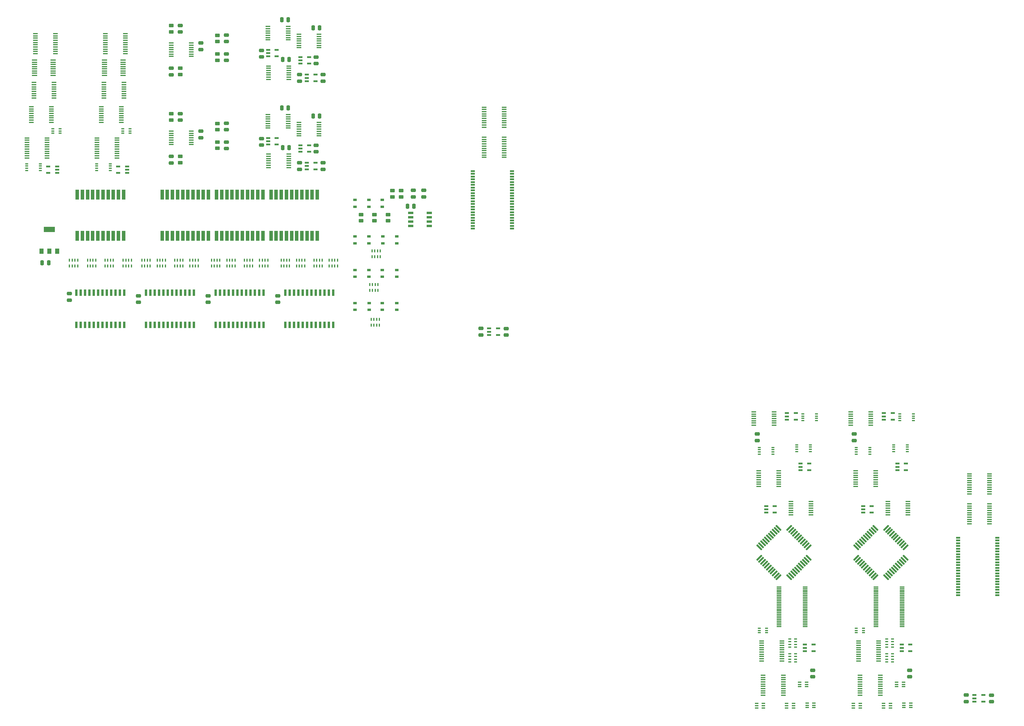
<source format=gtp>
%MOIN*%
%OFA0B0*%
%FSLAX46Y46*%
%IPPOS*%
%LPD*%
%AMRoundRect*
4,1,4,
0.07874015748031496,0.11811023622047245,
0.15748031496062992,0.19685039370078741,
0.23622047244094491,0.27559055118110237,
0.31496062992125984,0.35433070866141736,
0.07874015748031496,0.11811023622047245,
0*
1,1,$1,$2,$3*
1,1,$1,$2,$3*
1,1,$1,$2,$3*
1,1,$1,$2,$3*
20,1,$1,$2,$3,$4,$5,0*
20,1,$1,$2,$3,$4,$5,0*
20,1,$1,$2,$3,$4,$5,0*
20,1,$1,$2,$3,$4,$5,0*%
%AMCOMP34*
4,1,3,
0.018700787401574805,-0.00984251968503937,
0.018700787401574805,0.00984251968503937,
-0.018700787401574805,0.00984251968503937,
-0.018700787401574805,-0.00984251968503937,
0*
4,1,19,
0.018700787401574805,0,
0.021742293251721924,-0.00048172720181935506,
0.0244860753178393,-0.0018797539923725646,
0.026663553094241611,-0.0040572317687748707,
0.02806157988479482,-0.00680101383489225,
0.028543307086614175,-0.00984251968503937,
0.02806157988479482,-0.012884025535186491,
0.026663553094241611,-0.015627807601303868,
0.024486075317839306,-0.017805285377706176,
0.021742293251721924,-0.019203312168259386,
0.018700787401574805,-0.01968503937007874,
0.015659281551427682,-0.019203312168259386,
0.012915499485310306,-0.017805285377706176,
0.010738021708907997,-0.015627807601303872,
0.0093399949183547871,-0.012884025535186491,
0.0088582677165354329,-0.0098425196850393734,
0.0093399949183547871,-0.0068010138348922524,
0.010738021708907997,-0.0040572317687748733,
0.012915499485310301,-0.0018797539923725657,
0.015659281551427682,-0.00048172720181935506,
0*
4,1,19,
0.018700787401574805,0.01968503937007874,
0.021742293251721924,0.019203312168259386,
0.0244860753178393,0.017805285377706176,
0.026663553094241611,0.015627807601303872,
0.02806157988479482,0.012884025535186491,
0.028543307086614175,0.00984251968503937,
0.02806157988479482,0.0068010138348922507,
0.026663553094241611,0.0040572317687748724,
0.024486075317839306,0.0018797539923725657,
0.021742293251721924,0.00048172720181935506,
0.018700787401574805,0,
0.015659281551427682,0.00048172720181935506,
0.012915499485310306,0.0018797539923725635,
0.010738021708907997,0.00405723176877487,
0.0093399949183547871,0.0068010138348922489,
0.0088582677165354329,0.0098425196850393682,
0.0093399949183547871,0.012884025535186489,
0.010738021708907997,0.015627807601303868,
0.012915499485310301,0.017805285377706176,
0.015659281551427682,0.019203312168259386,
0*
4,1,19,
-0.018700787401574805,0.01968503937007874,
-0.015659281551427682,0.019203312168259386,
-0.012915499485310303,0.017805285377706176,
-0.010738021708907997,0.015627807601303872,
-0.0093399949183547871,0.012884025535186491,
-0.0088582677165354329,0.00984251968503937,
-0.0093399949183547871,0.0068010138348922507,
-0.010738021708907997,0.0040572317687748724,
-0.012915499485310301,0.0018797539923725657,
-0.015659281551427682,0.00048172720181935506,
-0.0187007874015748,0,
-0.021742293251721927,0.00048172720181935506,
-0.0244860753178393,0.0018797539923725635,
-0.026663553094241611,0.00405723176877487,
-0.02806157988479482,0.0068010138348922489,
-0.028543307086614175,0.0098425196850393682,
-0.02806157988479482,0.012884025535186489,
-0.026663553094241611,0.015627807601303868,
-0.024486075317839306,0.017805285377706176,
-0.021742293251721924,0.019203312168259386,
0*
4,1,19,
-0.018700787401574805,0,
-0.015659281551427682,-0.00048172720181935506,
-0.012915499485310303,-0.0018797539923725646,
-0.010738021708907997,-0.0040572317687748707,
-0.0093399949183547871,-0.00680101383489225,
-0.0088582677165354329,-0.00984251968503937,
-0.0093399949183547871,-0.012884025535186491,
-0.010738021708907997,-0.015627807601303868,
-0.012915499485310301,-0.017805285377706176,
-0.015659281551427682,-0.019203312168259386,
-0.0187007874015748,-0.01968503937007874,
-0.021742293251721927,-0.019203312168259386,
-0.0244860753178393,-0.017805285377706176,
-0.026663553094241611,-0.015627807601303872,
-0.02806157988479482,-0.012884025535186491,
-0.028543307086614175,-0.0098425196850393734,
-0.02806157988479482,-0.0068010138348922524,
-0.026663553094241611,-0.0040572317687748733,
-0.024486075317839306,-0.0018797539923725657,
-0.021742293251721924,-0.00048172720181935506,
0*
4,1,3,
0.028543307086614175,-0.00984251968503937,
0.0088582677165354329,-0.00984251968503937,
0.0088582677165354329,0.00984251968503937,
0.028543307086614175,0.00984251968503937,
0*
4,1,3,
0.018700787401574805,0.01968503937007874,
0.018700787401574805,0,
-0.018700787401574805,0,
-0.018700787401574805,0.01968503937007874,
0*
4,1,3,
-0.028543307086614175,0.00984251968503937,
-0.0088582677165354329,0.00984251968503937,
-0.0088582677165354329,-0.00984251968503937,
-0.028543307086614175,-0.00984251968503937,
0*
4,1,3,
-0.018700787401574805,-0.01968503937007874,
-0.018700787401574805,0,
0.018700787401574805,0,
0.018700787401574805,-0.01968503937007874,
0*%
%AMCOMP35*
4,1,3,
-0.021575118110236224,0.029230787401574802,
-0.029230787401574802,0.021575118110236224,
0.021575118110236224,-0.029230787401574802,
0.029230787401574802,-0.021575118110236224,
0*
4,1,19,
-0.021575118110236224,0.034644173228346453,
-0.019902289892655307,0.034379223267345813,
-0.018393209756290749,0.033610308532541544,
-0.017195596979269478,0.032412695755520277,
-0.016426682244465217,0.030903615619155719,
-0.016161732283464569,0.029230787401574802,
-0.016426682244465213,0.027557959183993886,
-0.017195596979269478,0.026048879047629328,
-0.018393209756290746,0.024851266270608061,
-0.019902289892655307,0.024082351535803796,
-0.021575118110236224,0.023817401574803151,
-0.023247946327817143,0.024082351535803796,
-0.024757026464181698,0.024851266270608061,
-0.025954639241202965,0.026048879047629328,
-0.02672355397600723,0.027557959183993886,
-0.026988503937007875,0.029230787401574802,
-0.02672355397600723,0.030903615619155719,
-0.025954639241202965,0.032412695755520277,
-0.024757026464181698,0.033610308532541544,
-0.02324794632781714,0.034379223267345813,
0*
4,1,19,
-0.029230787401574802,0.026988503937007875,
-0.027557959183993886,0.02672355397600723,
-0.026048879047629328,0.025954639241202965,
-0.024851266270608061,0.024757026464181698,
-0.024082351535803796,0.02324794632781714,
-0.023817401574803151,0.021575118110236224,
-0.024082351535803796,0.019902289892655307,
-0.024851266270608061,0.018393209756290749,
-0.026048879047629328,0.017195596979269482,
-0.027557959183993886,0.016426682244465217,
-0.029230787401574802,0.016161732283464569,
-0.030903615619155722,0.016426682244465217,
-0.032412695755520277,0.017195596979269478,
-0.033610308532541544,0.018393209756290746,
-0.034379223267345813,0.019902289892655307,
-0.034644173228346453,0.021575118110236224,
-0.034379223267345813,0.02324794632781714,
-0.033610308532541544,0.024757026464181698,
-0.032412695755520277,0.025954639241202965,
-0.030903615619155719,0.02672355397600723,
0*
4,1,19,
0.021575118110236224,-0.023817401574803151,
0.02324794632781714,-0.024082351535803796,
0.024757026464181698,-0.024851266270608061,
0.025954639241202965,-0.026048879047629328,
0.02672355397600723,-0.027557959183993886,
0.026988503937007875,-0.029230787401574802,
0.02672355397600723,-0.030903615619155719,
0.025954639241202965,-0.032412695755520277,
0.024757026464181698,-0.033610308532541544,
0.02324794632781714,-0.034379223267345813,
0.021575118110236224,-0.034644173228346453,
0.019902289892655304,-0.034379223267345813,
0.018393209756290749,-0.033610308532541544,
0.017195596979269482,-0.032412695755520277,
0.016426682244465217,-0.030903615619155719,
0.016161732283464569,-0.029230787401574802,
0.016426682244465213,-0.027557959183993886,
0.017195596979269478,-0.026048879047629328,
0.018393209756290746,-0.024851266270608061,
0.019902289892655307,-0.024082351535803796,
0*
4,1,19,
0.029230787401574802,-0.016161732283464569,
0.030903615619155719,-0.016426682244465217,
0.032412695755520277,-0.017195596979269478,
0.033610308532541544,-0.018393209756290749,
0.034379223267345813,-0.019902289892655307,
0.034644173228346453,-0.021575118110236224,
0.034379223267345813,-0.02324794632781714,
0.033610308532541544,-0.024757026464181698,
0.032412695755520277,-0.025954639241202965,
0.030903615619155719,-0.02672355397600723,
0.029230787401574802,-0.026988503937007875,
0.027557959183993883,-0.02672355397600723,
0.026048879047629328,-0.025954639241202965,
0.024851266270608061,-0.024757026464181698,
0.024082351535803796,-0.02324794632781714,
0.023817401574803151,-0.021575118110236224,
0.024082351535803796,-0.019902289892655307,
0.024851266270608061,-0.018393209756290749,
0.026048879047629328,-0.017195596979269482,
0.027557959183993886,-0.016426682244465217,
0*
4,1,3,
-0.025402959937525605,0.033058629228864184,
-0.017747276282946842,0.025402945574285421,
-0.025402945574285421,0.017747276282946842,
-0.033058629228864184,0.025402959937525605,
0*
4,1,3,
-0.033058629228864184,0.017747276282946842,
-0.025402945574285421,0.025402959937525605,
0.025402959937525605,-0.025402945574285421,
0.017747276282946842,-0.033058629228864184,
0*
4,1,3,
0.025402959937525605,-0.033058629228864184,
0.017747276282946842,-0.025402945574285421,
0.025402945574285421,-0.017747276282946842,
0.033058629228864184,-0.025402959937525605,
0*
4,1,3,
0.033058629228864184,-0.017747276282946842,
0.025402945574285421,-0.025402959937525605,
-0.025402959937525605,0.025402945574285421,
-0.017747276282946842,0.033058629228864184,
0*%
%AMCOMP36*
4,1,3,
0.021575118110236224,0.029230787401574802,
-0.029230787401574802,-0.021575118110236224,
-0.021575118110236224,-0.029230787401574802,
0.029230787401574802,0.021575118110236224,
0*
4,1,19,
0.021575118110236224,0.034644173228346453,
0.02324794632781714,0.034379223267345813,
0.024757026464181698,0.033610308532541544,
0.025954639241202965,0.032412695755520277,
0.02672355397600723,0.030903615619155719,
0.026988503937007875,0.029230787401574802,
0.02672355397600723,0.027557959183993886,
0.025954639241202965,0.026048879047629328,
0.024757026464181698,0.024851266270608061,
0.02324794632781714,0.024082351535803796,
0.021575118110236224,0.023817401574803151,
0.019902289892655304,0.024082351535803796,
0.018393209756290749,0.024851266270608061,
0.017195596979269482,0.026048879047629328,
0.016426682244465217,0.027557959183993886,
0.016161732283464569,0.029230787401574802,
0.016426682244465213,0.030903615619155719,
0.017195596979269478,0.032412695755520277,
0.018393209756290746,0.033610308532541544,
0.019902289892655307,0.034379223267345813,
0*
4,1,19,
-0.029230787401574802,-0.016161732283464569,
-0.027557959183993886,-0.016426682244465217,
-0.026048879047629328,-0.017195596979269478,
-0.024851266270608061,-0.018393209756290749,
-0.024082351535803796,-0.019902289892655307,
-0.023817401574803151,-0.021575118110236224,
-0.024082351535803796,-0.02324794632781714,
-0.024851266270608061,-0.024757026464181698,
-0.026048879047629328,-0.025954639241202965,
-0.027557959183993886,-0.02672355397600723,
-0.029230787401574802,-0.026988503937007875,
-0.030903615619155722,-0.02672355397600723,
-0.032412695755520277,-0.025954639241202965,
-0.033610308532541544,-0.024757026464181698,
-0.034379223267345813,-0.02324794632781714,
-0.034644173228346453,-0.021575118110236224,
-0.034379223267345813,-0.019902289892655307,
-0.033610308532541544,-0.018393209756290749,
-0.032412695755520277,-0.017195596979269482,
-0.030903615619155719,-0.016426682244465217,
0*
4,1,19,
-0.021575118110236224,-0.023817401574803151,
-0.019902289892655307,-0.024082351535803796,
-0.018393209756290749,-0.024851266270608061,
-0.017195596979269478,-0.026048879047629328,
-0.016426682244465217,-0.027557959183993886,
-0.016161732283464569,-0.029230787401574802,
-0.016426682244465213,-0.030903615619155719,
-0.017195596979269478,-0.032412695755520277,
-0.018393209756290746,-0.033610308532541544,
-0.019902289892655307,-0.034379223267345813,
-0.021575118110236224,-0.034644173228346453,
-0.023247946327817143,-0.034379223267345813,
-0.024757026464181698,-0.033610308532541544,
-0.025954639241202965,-0.032412695755520277,
-0.02672355397600723,-0.030903615619155719,
-0.026988503937007875,-0.029230787401574802,
-0.02672355397600723,-0.027557959183993886,
-0.025954639241202965,-0.026048879047629328,
-0.024757026464181698,-0.024851266270608061,
-0.02324794632781714,-0.024082351535803796,
0*
4,1,19,
0.029230787401574802,0.026988503937007875,
0.030903615619155719,0.02672355397600723,
0.032412695755520277,0.025954639241202965,
0.033610308532541544,0.024757026464181698,
0.034379223267345813,0.02324794632781714,
0.034644173228346453,0.021575118110236224,
0.034379223267345813,0.019902289892655307,
0.033610308532541544,0.018393209756290749,
0.032412695755520277,0.017195596979269482,
0.030903615619155719,0.016426682244465217,
0.029230787401574802,0.016161732283464569,
0.027557959183993883,0.016426682244465217,
0.026048879047629328,0.017195596979269478,
0.024851266270608061,0.018393209756290746,
0.024082351535803796,0.019902289892655307,
0.023817401574803151,0.021575118110236224,
0.024082351535803796,0.02324794632781714,
0.024851266270608061,0.024757026464181698,
0.026048879047629328,0.025954639241202965,
0.027557959183993886,0.02672355397600723,
0*
4,1,3,
0.017747276282946842,0.033058629228864184,
0.025402959937525605,0.025402945574285421,
-0.025402945574285421,-0.025402959937525605,
-0.033058629228864184,-0.017747276282946842,
0*
4,1,3,
-0.033058629228864184,-0.025402959937525605,
-0.025402945574285421,-0.017747276282946842,
-0.017747276282946842,-0.025402945574285421,
-0.025402959937525605,-0.033058629228864184,
0*
4,1,3,
-0.017747276282946842,-0.033058629228864184,
-0.025402959937525605,-0.025402945574285421,
0.025402945574285421,0.025402959937525605,
0.033058629228864184,0.017747276282946842,
0*
4,1,3,
0.033058629228864184,0.025402959937525605,
0.025402945574285421,0.017747276282946842,
0.017747276282946842,0.025402945574285421,
0.025402959937525605,0.033058629228864184,
0*%
%AMRoundRect0*
4,1,4,
0.07874015748031496,0.11811023622047245,
0.15748031496062992,0.19685039370078741,
0.23622047244094491,0.27559055118110237,
0.31496062992125984,0.35433070866141736,
0.07874015748031496,0.11811023622047245,
0*
1,1,$1,$2,$3*
1,1,$1,$2,$3*
1,1,$1,$2,$3*
1,1,$1,$2,$3*
20,1,$1,$2,$3,$4,$5,0*
20,1,$1,$2,$3,$4,$5,0*
20,1,$1,$2,$3,$4,$5,0*
20,1,$1,$2,$3,$4,$5,0*%
%AMCOMP560*
4,1,3,
0.018700787401574805,-0.00984251968503937,
0.018700787401574805,0.00984251968503937,
-0.018700787401574805,0.00984251968503937,
-0.018700787401574805,-0.00984251968503937,
0*
4,1,19,
0.018700787401574805,0,
0.021742293251721924,-0.00048172720181935506,
0.0244860753178393,-0.0018797539923725646,
0.026663553094241611,-0.0040572317687748707,
0.02806157988479482,-0.00680101383489225,
0.028543307086614175,-0.00984251968503937,
0.02806157988479482,-0.012884025535186491,
0.026663553094241611,-0.015627807601303868,
0.024486075317839306,-0.017805285377706176,
0.021742293251721924,-0.019203312168259386,
0.018700787401574805,-0.01968503937007874,
0.015659281551427682,-0.019203312168259386,
0.012915499485310306,-0.017805285377706176,
0.010738021708907997,-0.015627807601303872,
0.0093399949183547871,-0.012884025535186491,
0.0088582677165354329,-0.0098425196850393734,
0.0093399949183547871,-0.0068010138348922524,
0.010738021708907997,-0.0040572317687748733,
0.012915499485310301,-0.0018797539923725657,
0.015659281551427682,-0.00048172720181935506,
0*
4,1,19,
0.018700787401574805,0.01968503937007874,
0.021742293251721924,0.019203312168259386,
0.0244860753178393,0.017805285377706176,
0.026663553094241611,0.015627807601303872,
0.02806157988479482,0.012884025535186491,
0.028543307086614175,0.00984251968503937,
0.02806157988479482,0.0068010138348922507,
0.026663553094241611,0.0040572317687748724,
0.024486075317839306,0.0018797539923725657,
0.021742293251721924,0.00048172720181935506,
0.018700787401574805,0,
0.015659281551427682,0.00048172720181935506,
0.012915499485310306,0.0018797539923725635,
0.010738021708907997,0.00405723176877487,
0.0093399949183547871,0.0068010138348922489,
0.0088582677165354329,0.0098425196850393682,
0.0093399949183547871,0.012884025535186489,
0.010738021708907997,0.015627807601303868,
0.012915499485310301,0.017805285377706176,
0.015659281551427682,0.019203312168259386,
0*
4,1,19,
-0.018700787401574805,0.01968503937007874,
-0.015659281551427682,0.019203312168259386,
-0.012915499485310303,0.017805285377706176,
-0.010738021708907997,0.015627807601303872,
-0.0093399949183547871,0.012884025535186491,
-0.0088582677165354329,0.00984251968503937,
-0.0093399949183547871,0.0068010138348922507,
-0.010738021708907997,0.0040572317687748724,
-0.012915499485310301,0.0018797539923725657,
-0.015659281551427682,0.00048172720181935506,
-0.0187007874015748,0,
-0.021742293251721927,0.00048172720181935506,
-0.0244860753178393,0.0018797539923725635,
-0.026663553094241611,0.00405723176877487,
-0.02806157988479482,0.0068010138348922489,
-0.028543307086614175,0.0098425196850393682,
-0.02806157988479482,0.012884025535186489,
-0.026663553094241611,0.015627807601303868,
-0.024486075317839306,0.017805285377706176,
-0.021742293251721924,0.019203312168259386,
0*
4,1,19,
-0.018700787401574805,0,
-0.015659281551427682,-0.00048172720181935506,
-0.012915499485310303,-0.0018797539923725646,
-0.010738021708907997,-0.0040572317687748707,
-0.0093399949183547871,-0.00680101383489225,
-0.0088582677165354329,-0.00984251968503937,
-0.0093399949183547871,-0.012884025535186491,
-0.010738021708907997,-0.015627807601303868,
-0.012915499485310301,-0.017805285377706176,
-0.015659281551427682,-0.019203312168259386,
-0.0187007874015748,-0.01968503937007874,
-0.021742293251721927,-0.019203312168259386,
-0.0244860753178393,-0.017805285377706176,
-0.026663553094241611,-0.015627807601303872,
-0.02806157988479482,-0.012884025535186491,
-0.028543307086614175,-0.0098425196850393734,
-0.02806157988479482,-0.0068010138348922524,
-0.026663553094241611,-0.0040572317687748733,
-0.024486075317839306,-0.0018797539923725657,
-0.021742293251721924,-0.00048172720181935506,
0*
4,1,3,
0.028543307086614175,-0.00984251968503937,
0.0088582677165354329,-0.00984251968503937,
0.0088582677165354329,0.00984251968503937,
0.028543307086614175,0.00984251968503937,
0*
4,1,3,
0.018700787401574805,0.01968503937007874,
0.018700787401574805,0,
-0.018700787401574805,0,
-0.018700787401574805,0.01968503937007874,
0*
4,1,3,
-0.028543307086614175,0.00984251968503937,
-0.0088582677165354329,0.00984251968503937,
-0.0088582677165354329,-0.00984251968503937,
-0.028543307086614175,-0.00984251968503937,
0*
4,1,3,
-0.018700787401574805,-0.01968503937007874,
-0.018700787401574805,0,
0.018700787401574805,0,
0.018700787401574805,-0.01968503937007874,
0*%
%AMCOMP570*
4,1,3,
-0.021575118110236224,0.029230787401574802,
-0.029230787401574802,0.021575118110236224,
0.021575118110236224,-0.029230787401574802,
0.029230787401574802,-0.021575118110236224,
0*
4,1,19,
-0.021575118110236224,0.034644173228346453,
-0.019902289892655307,0.034379223267345813,
-0.018393209756290749,0.033610308532541544,
-0.017195596979269478,0.032412695755520277,
-0.016426682244465217,0.030903615619155719,
-0.016161732283464569,0.029230787401574802,
-0.016426682244465213,0.027557959183993886,
-0.017195596979269478,0.026048879047629328,
-0.018393209756290746,0.024851266270608061,
-0.019902289892655307,0.024082351535803796,
-0.021575118110236224,0.023817401574803151,
-0.023247946327817143,0.024082351535803796,
-0.024757026464181698,0.024851266270608061,
-0.025954639241202965,0.026048879047629328,
-0.02672355397600723,0.027557959183993886,
-0.026988503937007875,0.029230787401574802,
-0.02672355397600723,0.030903615619155719,
-0.025954639241202965,0.032412695755520277,
-0.024757026464181698,0.033610308532541544,
-0.02324794632781714,0.034379223267345813,
0*
4,1,19,
-0.029230787401574802,0.026988503937007875,
-0.027557959183993886,0.02672355397600723,
-0.026048879047629328,0.025954639241202965,
-0.024851266270608061,0.024757026464181698,
-0.024082351535803796,0.02324794632781714,
-0.023817401574803151,0.021575118110236224,
-0.024082351535803796,0.019902289892655307,
-0.024851266270608061,0.018393209756290749,
-0.026048879047629328,0.017195596979269482,
-0.027557959183993886,0.016426682244465217,
-0.029230787401574802,0.016161732283464569,
-0.030903615619155722,0.016426682244465217,
-0.032412695755520277,0.017195596979269478,
-0.033610308532541544,0.018393209756290746,
-0.034379223267345813,0.019902289892655307,
-0.034644173228346453,0.021575118110236224,
-0.034379223267345813,0.02324794632781714,
-0.033610308532541544,0.024757026464181698,
-0.032412695755520277,0.025954639241202965,
-0.030903615619155719,0.02672355397600723,
0*
4,1,19,
0.021575118110236224,-0.023817401574803151,
0.02324794632781714,-0.024082351535803796,
0.024757026464181698,-0.024851266270608061,
0.025954639241202965,-0.026048879047629328,
0.02672355397600723,-0.027557959183993886,
0.026988503937007875,-0.029230787401574802,
0.02672355397600723,-0.030903615619155719,
0.025954639241202965,-0.032412695755520277,
0.024757026464181698,-0.033610308532541544,
0.02324794632781714,-0.034379223267345813,
0.021575118110236224,-0.034644173228346453,
0.019902289892655304,-0.034379223267345813,
0.018393209756290749,-0.033610308532541544,
0.017195596979269482,-0.032412695755520277,
0.016426682244465217,-0.030903615619155719,
0.016161732283464569,-0.029230787401574802,
0.016426682244465213,-0.027557959183993886,
0.017195596979269478,-0.026048879047629328,
0.018393209756290746,-0.024851266270608061,
0.019902289892655307,-0.024082351535803796,
0*
4,1,19,
0.029230787401574802,-0.016161732283464569,
0.030903615619155719,-0.016426682244465217,
0.032412695755520277,-0.017195596979269478,
0.033610308532541544,-0.018393209756290749,
0.034379223267345813,-0.019902289892655307,
0.034644173228346453,-0.021575118110236224,
0.034379223267345813,-0.02324794632781714,
0.033610308532541544,-0.024757026464181698,
0.032412695755520277,-0.025954639241202965,
0.030903615619155719,-0.02672355397600723,
0.029230787401574802,-0.026988503937007875,
0.027557959183993883,-0.02672355397600723,
0.026048879047629328,-0.025954639241202965,
0.024851266270608061,-0.024757026464181698,
0.024082351535803796,-0.02324794632781714,
0.023817401574803151,-0.021575118110236224,
0.024082351535803796,-0.019902289892655307,
0.024851266270608061,-0.018393209756290749,
0.026048879047629328,-0.017195596979269482,
0.027557959183993886,-0.016426682244465217,
0*
4,1,3,
-0.025402959937525605,0.033058629228864184,
-0.017747276282946842,0.025402945574285421,
-0.025402945574285421,0.017747276282946842,
-0.033058629228864184,0.025402959937525605,
0*
4,1,3,
-0.033058629228864184,0.017747276282946842,
-0.025402945574285421,0.025402959937525605,
0.025402959937525605,-0.025402945574285421,
0.017747276282946842,-0.033058629228864184,
0*
4,1,3,
0.025402959937525605,-0.033058629228864184,
0.017747276282946842,-0.025402945574285421,
0.025402945574285421,-0.017747276282946842,
0.033058629228864184,-0.025402959937525605,
0*
4,1,3,
0.033058629228864184,-0.017747276282946842,
0.025402945574285421,-0.025402959937525605,
-0.025402959937525605,0.025402945574285421,
-0.017747276282946842,0.033058629228864184,
0*%
%AMCOMP580*
4,1,3,
0.021575118110236224,0.029230787401574802,
-0.029230787401574802,-0.021575118110236224,
-0.021575118110236224,-0.029230787401574802,
0.029230787401574802,0.021575118110236224,
0*
4,1,19,
0.021575118110236224,0.034644173228346453,
0.02324794632781714,0.034379223267345813,
0.024757026464181698,0.033610308532541544,
0.025954639241202965,0.032412695755520277,
0.02672355397600723,0.030903615619155719,
0.026988503937007875,0.029230787401574802,
0.02672355397600723,0.027557959183993886,
0.025954639241202965,0.026048879047629328,
0.024757026464181698,0.024851266270608061,
0.02324794632781714,0.024082351535803796,
0.021575118110236224,0.023817401574803151,
0.019902289892655304,0.024082351535803796,
0.018393209756290749,0.024851266270608061,
0.017195596979269482,0.026048879047629328,
0.016426682244465217,0.027557959183993886,
0.016161732283464569,0.029230787401574802,
0.016426682244465213,0.030903615619155719,
0.017195596979269478,0.032412695755520277,
0.018393209756290746,0.033610308532541544,
0.019902289892655307,0.034379223267345813,
0*
4,1,19,
-0.029230787401574802,-0.016161732283464569,
-0.027557959183993886,-0.016426682244465217,
-0.026048879047629328,-0.017195596979269478,
-0.024851266270608061,-0.018393209756290749,
-0.024082351535803796,-0.019902289892655307,
-0.023817401574803151,-0.021575118110236224,
-0.024082351535803796,-0.02324794632781714,
-0.024851266270608061,-0.024757026464181698,
-0.026048879047629328,-0.025954639241202965,
-0.027557959183993886,-0.02672355397600723,
-0.029230787401574802,-0.026988503937007875,
-0.030903615619155722,-0.02672355397600723,
-0.032412695755520277,-0.025954639241202965,
-0.033610308532541544,-0.024757026464181698,
-0.034379223267345813,-0.02324794632781714,
-0.034644173228346453,-0.021575118110236224,
-0.034379223267345813,-0.019902289892655307,
-0.033610308532541544,-0.018393209756290749,
-0.032412695755520277,-0.017195596979269482,
-0.030903615619155719,-0.016426682244465217,
0*
4,1,19,
-0.021575118110236224,-0.023817401574803151,
-0.019902289892655307,-0.024082351535803796,
-0.018393209756290749,-0.024851266270608061,
-0.017195596979269478,-0.026048879047629328,
-0.016426682244465217,-0.027557959183993886,
-0.016161732283464569,-0.029230787401574802,
-0.016426682244465213,-0.030903615619155719,
-0.017195596979269478,-0.032412695755520277,
-0.018393209756290746,-0.033610308532541544,
-0.019902289892655307,-0.034379223267345813,
-0.021575118110236224,-0.034644173228346453,
-0.023247946327817143,-0.034379223267345813,
-0.024757026464181698,-0.033610308532541544,
-0.025954639241202965,-0.032412695755520277,
-0.02672355397600723,-0.030903615619155719,
-0.026988503937007875,-0.029230787401574802,
-0.02672355397600723,-0.027557959183993886,
-0.025954639241202965,-0.026048879047629328,
-0.024757026464181698,-0.024851266270608061,
-0.02324794632781714,-0.024082351535803796,
0*
4,1,19,
0.029230787401574802,0.026988503937007875,
0.030903615619155719,0.02672355397600723,
0.032412695755520277,0.025954639241202965,
0.033610308532541544,0.024757026464181698,
0.034379223267345813,0.02324794632781714,
0.034644173228346453,0.021575118110236224,
0.034379223267345813,0.019902289892655307,
0.033610308532541544,0.018393209756290749,
0.032412695755520277,0.017195596979269482,
0.030903615619155719,0.016426682244465217,
0.029230787401574802,0.016161732283464569,
0.027557959183993883,0.016426682244465217,
0.026048879047629328,0.017195596979269478,
0.024851266270608061,0.018393209756290746,
0.024082351535803796,0.019902289892655307,
0.023817401574803151,0.021575118110236224,
0.024082351535803796,0.02324794632781714,
0.024851266270608061,0.024757026464181698,
0.026048879047629328,0.025954639241202965,
0.027557959183993886,0.02672355397600723,
0*
4,1,3,
0.017747276282946842,0.033058629228864184,
0.025402959937525605,0.025402945574285421,
-0.025402945574285421,-0.025402959937525605,
-0.033058629228864184,-0.017747276282946842,
0*
4,1,3,
-0.033058629228864184,-0.025402959937525605,
-0.025402945574285421,-0.017747276282946842,
-0.017747276282946842,-0.025402945574285421,
-0.025402959937525605,-0.033058629228864184,
0*
4,1,3,
-0.017747276282946842,-0.033058629228864184,
-0.025402959937525605,-0.025402945574285421,
0.025402945574285421,0.025402959937525605,
0.033058629228864184,0.017747276282946842,
0*
4,1,3,
0.033058629228864184,0.025402959937525605,
0.025402945574285421,0.017747276282946842,
0.017747276282946842,0.025402945574285421,
0.025402959937525605,0.033058629228864184,
0*%
%AMRoundRect1*
4,1,4,
0.07874015748031496,0.11811023622047245,
0.15748031496062992,0.19685039370078741,
0.23622047244094491,0.27559055118110237,
0.31496062992125984,0.35433070866141736,
0.07874015748031496,0.11811023622047245,
0*
1,1,$1,$2,$3*
1,1,$1,$2,$3*
1,1,$1,$2,$3*
1,1,$1,$2,$3*
20,1,$1,$2,$3,$4,$5,0*
20,1,$1,$2,$3,$4,$5,0*
20,1,$1,$2,$3,$4,$5,0*
20,1,$1,$2,$3,$4,$5,0*%
%AMCOMP730*
4,1,3,
0.018700787401574805,-0.00984251968503937,
0.018700787401574805,0.00984251968503937,
-0.018700787401574805,0.00984251968503937,
-0.018700787401574805,-0.00984251968503937,
0*
4,1,19,
0.018700787401574805,0,
0.021742293251721924,-0.00048172720181935506,
0.0244860753178393,-0.0018797539923725646,
0.026663553094241611,-0.0040572317687748707,
0.02806157988479482,-0.00680101383489225,
0.028543307086614175,-0.00984251968503937,
0.02806157988479482,-0.012884025535186491,
0.026663553094241611,-0.015627807601303868,
0.024486075317839306,-0.017805285377706176,
0.021742293251721924,-0.019203312168259386,
0.018700787401574805,-0.01968503937007874,
0.015659281551427682,-0.019203312168259386,
0.012915499485310306,-0.017805285377706176,
0.010738021708907997,-0.015627807601303872,
0.0093399949183547871,-0.012884025535186491,
0.0088582677165354329,-0.0098425196850393734,
0.0093399949183547871,-0.0068010138348922524,
0.010738021708907997,-0.0040572317687748733,
0.012915499485310301,-0.0018797539923725657,
0.015659281551427682,-0.00048172720181935506,
0*
4,1,19,
0.018700787401574805,0.01968503937007874,
0.021742293251721924,0.019203312168259386,
0.0244860753178393,0.017805285377706176,
0.026663553094241611,0.015627807601303872,
0.02806157988479482,0.012884025535186491,
0.028543307086614175,0.00984251968503937,
0.02806157988479482,0.0068010138348922507,
0.026663553094241611,0.0040572317687748724,
0.024486075317839306,0.0018797539923725657,
0.021742293251721924,0.00048172720181935506,
0.018700787401574805,0,
0.015659281551427682,0.00048172720181935506,
0.012915499485310306,0.0018797539923725635,
0.010738021708907997,0.00405723176877487,
0.0093399949183547871,0.0068010138348922489,
0.0088582677165354329,0.0098425196850393682,
0.0093399949183547871,0.012884025535186489,
0.010738021708907997,0.015627807601303868,
0.012915499485310301,0.017805285377706176,
0.015659281551427682,0.019203312168259386,
0*
4,1,19,
-0.018700787401574805,0.01968503937007874,
-0.015659281551427682,0.019203312168259386,
-0.012915499485310303,0.017805285377706176,
-0.010738021708907997,0.015627807601303872,
-0.0093399949183547871,0.012884025535186491,
-0.0088582677165354329,0.00984251968503937,
-0.0093399949183547871,0.0068010138348922507,
-0.010738021708907997,0.0040572317687748724,
-0.012915499485310301,0.0018797539923725657,
-0.015659281551427682,0.00048172720181935506,
-0.0187007874015748,0,
-0.021742293251721927,0.00048172720181935506,
-0.0244860753178393,0.0018797539923725635,
-0.026663553094241611,0.00405723176877487,
-0.02806157988479482,0.0068010138348922489,
-0.028543307086614175,0.0098425196850393682,
-0.02806157988479482,0.012884025535186489,
-0.026663553094241611,0.015627807601303868,
-0.024486075317839306,0.017805285377706176,
-0.021742293251721924,0.019203312168259386,
0*
4,1,19,
-0.018700787401574805,0,
-0.015659281551427682,-0.00048172720181935506,
-0.012915499485310303,-0.0018797539923725646,
-0.010738021708907997,-0.0040572317687748707,
-0.0093399949183547871,-0.00680101383489225,
-0.0088582677165354329,-0.00984251968503937,
-0.0093399949183547871,-0.012884025535186491,
-0.010738021708907997,-0.015627807601303868,
-0.012915499485310301,-0.017805285377706176,
-0.015659281551427682,-0.019203312168259386,
-0.0187007874015748,-0.01968503937007874,
-0.021742293251721927,-0.019203312168259386,
-0.0244860753178393,-0.017805285377706176,
-0.026663553094241611,-0.015627807601303872,
-0.02806157988479482,-0.012884025535186491,
-0.028543307086614175,-0.0098425196850393734,
-0.02806157988479482,-0.0068010138348922524,
-0.026663553094241611,-0.0040572317687748733,
-0.024486075317839306,-0.0018797539923725657,
-0.021742293251721924,-0.00048172720181935506,
0*
4,1,3,
0.028543307086614175,-0.00984251968503937,
0.0088582677165354329,-0.00984251968503937,
0.0088582677165354329,0.00984251968503937,
0.028543307086614175,0.00984251968503937,
0*
4,1,3,
0.018700787401574805,0.01968503937007874,
0.018700787401574805,0,
-0.018700787401574805,0,
-0.018700787401574805,0.01968503937007874,
0*
4,1,3,
-0.028543307086614175,0.00984251968503937,
-0.0088582677165354329,0.00984251968503937,
-0.0088582677165354329,-0.00984251968503937,
-0.028543307086614175,-0.00984251968503937,
0*
4,1,3,
-0.018700787401574805,-0.01968503937007874,
-0.018700787401574805,0,
0.018700787401574805,0,
0.018700787401574805,-0.01968503937007874,
0*%
%AMCOMP740*
4,1,3,
-0.018700787401574805,0.00984251968503937,
-0.018700787401574805,-0.00984251968503937,
0.018700787401574805,-0.00984251968503937,
0.018700787401574805,0.00984251968503937,
0*
4,1,19,
-0.018700787401574805,0.01968503937007874,
-0.015659281551427682,0.019203312168259386,
-0.012915499485310303,0.017805285377706176,
-0.010738021708907997,0.015627807601303872,
-0.0093399949183547871,0.012884025535186491,
-0.0088582677165354329,0.00984251968503937,
-0.0093399949183547871,0.0068010138348922507,
-0.010738021708907997,0.0040572317687748724,
-0.012915499485310301,0.0018797539923725657,
-0.015659281551427682,0.00048172720181935506,
-0.0187007874015748,0,
-0.021742293251721927,0.00048172720181935506,
-0.0244860753178393,0.0018797539923725635,
-0.026663553094241611,0.00405723176877487,
-0.02806157988479482,0.0068010138348922489,
-0.028543307086614175,0.0098425196850393682,
-0.02806157988479482,0.012884025535186489,
-0.026663553094241611,0.015627807601303868,
-0.024486075317839306,0.017805285377706176,
-0.021742293251721924,0.019203312168259386,
0*
4,1,19,
-0.018700787401574805,0,
-0.015659281551427682,-0.00048172720181935506,
-0.012915499485310303,-0.0018797539923725646,
-0.010738021708907997,-0.0040572317687748707,
-0.0093399949183547871,-0.00680101383489225,
-0.0088582677165354329,-0.00984251968503937,
-0.0093399949183547871,-0.012884025535186491,
-0.010738021708907997,-0.015627807601303868,
-0.012915499485310301,-0.017805285377706176,
-0.015659281551427682,-0.019203312168259386,
-0.0187007874015748,-0.01968503937007874,
-0.021742293251721927,-0.019203312168259386,
-0.0244860753178393,-0.017805285377706176,
-0.026663553094241611,-0.015627807601303872,
-0.02806157988479482,-0.012884025535186491,
-0.028543307086614175,-0.0098425196850393734,
-0.02806157988479482,-0.0068010138348922524,
-0.026663553094241611,-0.0040572317687748733,
-0.024486075317839306,-0.0018797539923725657,
-0.021742293251721924,-0.00048172720181935506,
0*
4,1,19,
0.018700787401574805,0,
0.021742293251721924,-0.00048172720181935506,
0.0244860753178393,-0.0018797539923725646,
0.026663553094241611,-0.0040572317687748707,
0.02806157988479482,-0.00680101383489225,
0.028543307086614175,-0.00984251968503937,
0.02806157988479482,-0.012884025535186491,
0.026663553094241611,-0.015627807601303868,
0.024486075317839306,-0.017805285377706176,
0.021742293251721924,-0.019203312168259386,
0.018700787401574805,-0.01968503937007874,
0.015659281551427682,-0.019203312168259386,
0.012915499485310306,-0.017805285377706176,
0.010738021708907997,-0.015627807601303872,
0.0093399949183547871,-0.012884025535186491,
0.0088582677165354329,-0.0098425196850393734,
0.0093399949183547871,-0.0068010138348922524,
0.010738021708907997,-0.0040572317687748733,
0.012915499485310301,-0.0018797539923725657,
0.015659281551427682,-0.00048172720181935506,
0*
4,1,19,
0.018700787401574805,0.01968503937007874,
0.021742293251721924,0.019203312168259386,
0.0244860753178393,0.017805285377706176,
0.026663553094241611,0.015627807601303872,
0.02806157988479482,0.012884025535186491,
0.028543307086614175,0.00984251968503937,
0.02806157988479482,0.0068010138348922507,
0.026663553094241611,0.0040572317687748724,
0.024486075317839306,0.0018797539923725657,
0.021742293251721924,0.00048172720181935506,
0.018700787401574805,0,
0.015659281551427682,0.00048172720181935506,
0.012915499485310306,0.0018797539923725635,
0.010738021708907997,0.00405723176877487,
0.0093399949183547871,0.0068010138348922489,
0.0088582677165354329,0.0098425196850393682,
0.0093399949183547871,0.012884025535186489,
0.010738021708907997,0.015627807601303868,
0.012915499485310301,0.017805285377706176,
0.015659281551427682,0.019203312168259386,
0*
4,1,3,
-0.028543307086614175,0.00984251968503937,
-0.0088582677165354329,0.00984251968503937,
-0.0088582677165354329,-0.00984251968503937,
-0.028543307086614175,-0.00984251968503937,
0*
4,1,3,
-0.018700787401574805,-0.01968503937007874,
-0.018700787401574805,0,
0.018700787401574805,0,
0.018700787401574805,-0.01968503937007874,
0*
4,1,3,
0.028543307086614175,-0.00984251968503937,
0.0088582677165354329,-0.00984251968503937,
0.0088582677165354329,0.00984251968503937,
0.028543307086614175,0.00984251968503937,
0*
4,1,3,
0.018700787401574805,0.01968503937007874,
0.018700787401574805,0,
-0.018700787401574805,0,
-0.018700787401574805,0.01968503937007874,
0*%
%AMRoundRect0*
4,1,4,
0.07874015748031496,0.11811023622047245,
0.15748031496062992,0.19685039370078741,
0.23622047244094491,0.27559055118110237,
0.31496062992125984,0.35433070866141736,
0.07874015748031496,0.11811023622047245,
0*
1,1,$1,$2,$3*
1,1,$1,$2,$3*
1,1,$1,$2,$3*
1,1,$1,$2,$3*
20,1,$1,$2,$3,$4,$5,0*
20,1,$1,$2,$3,$4,$5,0*
20,1,$1,$2,$3,$4,$5,0*
20,1,$1,$2,$3,$4,$5,0*%
%AMCOMP890*
4,1,3,
0.018700787401574805,-0.00984251968503937,
0.018700787401574805,0.00984251968503937,
-0.018700787401574805,0.00984251968503937,
-0.018700787401574805,-0.00984251968503937,
0*
4,1,19,
0.018700787401574805,0,
0.021742293251721924,-0.00048172720181935506,
0.0244860753178393,-0.0018797539923725646,
0.026663553094241611,-0.0040572317687748707,
0.02806157988479482,-0.00680101383489225,
0.028543307086614175,-0.00984251968503937,
0.02806157988479482,-0.012884025535186491,
0.026663553094241611,-0.015627807601303868,
0.024486075317839306,-0.017805285377706176,
0.021742293251721924,-0.019203312168259386,
0.018700787401574805,-0.01968503937007874,
0.015659281551427682,-0.019203312168259386,
0.012915499485310306,-0.017805285377706176,
0.010738021708907997,-0.015627807601303872,
0.0093399949183547871,-0.012884025535186491,
0.0088582677165354329,-0.0098425196850393734,
0.0093399949183547871,-0.0068010138348922524,
0.010738021708907997,-0.0040572317687748733,
0.012915499485310301,-0.0018797539923725657,
0.015659281551427682,-0.00048172720181935506,
0*
4,1,19,
0.018700787401574805,0.01968503937007874,
0.021742293251721924,0.019203312168259386,
0.0244860753178393,0.017805285377706176,
0.026663553094241611,0.015627807601303872,
0.02806157988479482,0.012884025535186491,
0.028543307086614175,0.00984251968503937,
0.02806157988479482,0.0068010138348922507,
0.026663553094241611,0.0040572317687748724,
0.024486075317839306,0.0018797539923725657,
0.021742293251721924,0.00048172720181935506,
0.018700787401574805,0,
0.015659281551427682,0.00048172720181935506,
0.012915499485310306,0.0018797539923725635,
0.010738021708907997,0.00405723176877487,
0.0093399949183547871,0.0068010138348922489,
0.0088582677165354329,0.0098425196850393682,
0.0093399949183547871,0.012884025535186489,
0.010738021708907997,0.015627807601303868,
0.012915499485310301,0.017805285377706176,
0.015659281551427682,0.019203312168259386,
0*
4,1,19,
-0.018700787401574805,0.01968503937007874,
-0.015659281551427682,0.019203312168259386,
-0.012915499485310303,0.017805285377706176,
-0.010738021708907997,0.015627807601303872,
-0.0093399949183547871,0.012884025535186491,
-0.0088582677165354329,0.00984251968503937,
-0.0093399949183547871,0.0068010138348922507,
-0.010738021708907997,0.0040572317687748724,
-0.012915499485310301,0.0018797539923725657,
-0.015659281551427682,0.00048172720181935506,
-0.0187007874015748,0,
-0.021742293251721927,0.00048172720181935506,
-0.0244860753178393,0.0018797539923725635,
-0.026663553094241611,0.00405723176877487,
-0.02806157988479482,0.0068010138348922489,
-0.028543307086614175,0.0098425196850393682,
-0.02806157988479482,0.012884025535186489,
-0.026663553094241611,0.015627807601303868,
-0.024486075317839306,0.017805285377706176,
-0.021742293251721924,0.019203312168259386,
0*
4,1,19,
-0.018700787401574805,0,
-0.015659281551427682,-0.00048172720181935506,
-0.012915499485310303,-0.0018797539923725646,
-0.010738021708907997,-0.0040572317687748707,
-0.0093399949183547871,-0.00680101383489225,
-0.0088582677165354329,-0.00984251968503937,
-0.0093399949183547871,-0.012884025535186491,
-0.010738021708907997,-0.015627807601303868,
-0.012915499485310301,-0.017805285377706176,
-0.015659281551427682,-0.019203312168259386,
-0.0187007874015748,-0.01968503937007874,
-0.021742293251721927,-0.019203312168259386,
-0.0244860753178393,-0.017805285377706176,
-0.026663553094241611,-0.015627807601303872,
-0.02806157988479482,-0.012884025535186491,
-0.028543307086614175,-0.0098425196850393734,
-0.02806157988479482,-0.0068010138348922524,
-0.026663553094241611,-0.0040572317687748733,
-0.024486075317839306,-0.0018797539923725657,
-0.021742293251721924,-0.00048172720181935506,
0*
4,1,3,
0.028543307086614175,-0.00984251968503937,
0.0088582677165354329,-0.00984251968503937,
0.0088582677165354329,0.00984251968503937,
0.028543307086614175,0.00984251968503937,
0*
4,1,3,
0.018700787401574805,0.01968503937007874,
0.018700787401574805,0,
-0.018700787401574805,0,
-0.018700787401574805,0.01968503937007874,
0*
4,1,3,
-0.028543307086614175,0.00984251968503937,
-0.0088582677165354329,0.00984251968503937,
-0.0088582677165354329,-0.00984251968503937,
-0.028543307086614175,-0.00984251968503937,
0*
4,1,3,
-0.018700787401574805,-0.01968503937007874,
-0.018700787401574805,0,
0.018700787401574805,0,
0.018700787401574805,-0.01968503937007874,
0*%
%AMCOMP900*
4,1,3,
-0.018700787401574805,0.00984251968503937,
-0.018700787401574805,-0.00984251968503937,
0.018700787401574805,-0.00984251968503937,
0.018700787401574805,0.00984251968503937,
0*
4,1,19,
-0.018700787401574805,0.01968503937007874,
-0.015659281551427682,0.019203312168259386,
-0.012915499485310303,0.017805285377706176,
-0.010738021708907997,0.015627807601303872,
-0.0093399949183547871,0.012884025535186491,
-0.0088582677165354329,0.00984251968503937,
-0.0093399949183547871,0.0068010138348922507,
-0.010738021708907997,0.0040572317687748724,
-0.012915499485310301,0.0018797539923725657,
-0.015659281551427682,0.00048172720181935506,
-0.0187007874015748,0,
-0.021742293251721927,0.00048172720181935506,
-0.0244860753178393,0.0018797539923725635,
-0.026663553094241611,0.00405723176877487,
-0.02806157988479482,0.0068010138348922489,
-0.028543307086614175,0.0098425196850393682,
-0.02806157988479482,0.012884025535186489,
-0.026663553094241611,0.015627807601303868,
-0.024486075317839306,0.017805285377706176,
-0.021742293251721924,0.019203312168259386,
0*
4,1,19,
-0.018700787401574805,0,
-0.015659281551427682,-0.00048172720181935506,
-0.012915499485310303,-0.0018797539923725646,
-0.010738021708907997,-0.0040572317687748707,
-0.0093399949183547871,-0.00680101383489225,
-0.0088582677165354329,-0.00984251968503937,
-0.0093399949183547871,-0.012884025535186491,
-0.010738021708907997,-0.015627807601303868,
-0.012915499485310301,-0.017805285377706176,
-0.015659281551427682,-0.019203312168259386,
-0.0187007874015748,-0.01968503937007874,
-0.021742293251721927,-0.019203312168259386,
-0.0244860753178393,-0.017805285377706176,
-0.026663553094241611,-0.015627807601303872,
-0.02806157988479482,-0.012884025535186491,
-0.028543307086614175,-0.0098425196850393734,
-0.02806157988479482,-0.0068010138348922524,
-0.026663553094241611,-0.0040572317687748733,
-0.024486075317839306,-0.0018797539923725657,
-0.021742293251721924,-0.00048172720181935506,
0*
4,1,19,
0.018700787401574805,0,
0.021742293251721924,-0.00048172720181935506,
0.0244860753178393,-0.0018797539923725646,
0.026663553094241611,-0.0040572317687748707,
0.02806157988479482,-0.00680101383489225,
0.028543307086614175,-0.00984251968503937,
0.02806157988479482,-0.012884025535186491,
0.026663553094241611,-0.015627807601303868,
0.024486075317839306,-0.017805285377706176,
0.021742293251721924,-0.019203312168259386,
0.018700787401574805,-0.01968503937007874,
0.015659281551427682,-0.019203312168259386,
0.012915499485310306,-0.017805285377706176,
0.010738021708907997,-0.015627807601303872,
0.0093399949183547871,-0.012884025535186491,
0.0088582677165354329,-0.0098425196850393734,
0.0093399949183547871,-0.0068010138348922524,
0.010738021708907997,-0.0040572317687748733,
0.012915499485310301,-0.0018797539923725657,
0.015659281551427682,-0.00048172720181935506,
0*
4,1,19,
0.018700787401574805,0.01968503937007874,
0.021742293251721924,0.019203312168259386,
0.0244860753178393,0.017805285377706176,
0.026663553094241611,0.015627807601303872,
0.02806157988479482,0.012884025535186491,
0.028543307086614175,0.00984251968503937,
0.02806157988479482,0.0068010138348922507,
0.026663553094241611,0.0040572317687748724,
0.024486075317839306,0.0018797539923725657,
0.021742293251721924,0.00048172720181935506,
0.018700787401574805,0,
0.015659281551427682,0.00048172720181935506,
0.012915499485310306,0.0018797539923725635,
0.010738021708907997,0.00405723176877487,
0.0093399949183547871,0.0068010138348922489,
0.0088582677165354329,0.0098425196850393682,
0.0093399949183547871,0.012884025535186489,
0.010738021708907997,0.015627807601303868,
0.012915499485310301,0.017805285377706176,
0.015659281551427682,0.019203312168259386,
0*
4,1,3,
-0.028543307086614175,0.00984251968503937,
-0.0088582677165354329,0.00984251968503937,
-0.0088582677165354329,-0.00984251968503937,
-0.028543307086614175,-0.00984251968503937,
0*
4,1,3,
-0.018700787401574805,-0.01968503937007874,
-0.018700787401574805,0,
0.018700787401574805,0,
0.018700787401574805,-0.01968503937007874,
0*
4,1,3,
0.028543307086614175,-0.00984251968503937,
0.0088582677165354329,-0.00984251968503937,
0.0088582677165354329,0.00984251968503937,
0.028543307086614175,0.00984251968503937,
0*
4,1,3,
0.018700787401574805,0.01968503937007874,
0.018700787401574805,0,
-0.018700787401574805,0,
-0.018700787401574805,0.01968503937007874,
0*%
%AMRoundRect1*
4,1,4,
0.07874015748031496,0.11811023622047245,
0.15748031496062992,0.19685039370078741,
0.23622047244094491,0.27559055118110237,
0.31496062992125984,0.35433070866141736,
0.07874015748031496,0.11811023622047245,
0*
1,1,$1,$2,$3*
1,1,$1,$2,$3*
1,1,$1,$2,$3*
1,1,$1,$2,$3*
20,1,$1,$2,$3,$4,$5,0*
20,1,$1,$2,$3,$4,$5,0*
20,1,$1,$2,$3,$4,$5,0*
20,1,$1,$2,$3,$4,$5,0*%
%AMCOMP1590*
4,1,3,
-0.017716535433070866,0.010334645669291339,
-0.017716535433070866,-0.010334645669291339,
0.017716535433070866,-0.010334645669291339,
0.017716535433070866,0.010334645669291339,
0*
4,1,19,
-0.017716535433070866,0.020177165354330708,
-0.014675029582923747,0.019695438152511353,
-0.011931247516806368,0.018297411361958147,
-0.0097537697404040617,0.016119933585555839,
-0.0083557429498508518,0.01337615151943846,
-0.0078740157480314977,0.010334645669291339,
-0.00835574294985085,0.00729313981914422,
-0.0097537697404040617,0.0045493577530268409,
-0.011931247516806368,0.0023718799766245346,
-0.014675029582923747,0.000973853186071324,
-0.017716535433070866,0.00049212598425196893,
-0.020758041283217992,0.000973853186071324,
-0.023501823349335368,0.0023718799766245325,
-0.025679301125737672,0.0045493577530268392,
-0.027077327916290882,0.0072931398191442174,
-0.027559055118110236,0.010334645669291338,
-0.027077327916290882,0.013376151519438459,
-0.025679301125737675,0.016119933585555836,
-0.023501823349335368,0.018297411361958144,
-0.020758041283217992,0.019695438152511353,
0*
4,1,19,
-0.017716535433070866,-0.00049212598425196893,
-0.014675029582923747,-0.000973853186071324,
-0.011931247516806368,-0.0023718799766245333,
-0.0097537697404040617,-0.00454935775302684,
-0.0083557429498508518,-0.0072931398191442192,
-0.0078740157480314977,-0.010334645669291339,
-0.00835574294985085,-0.013376151519438459,
-0.0097537697404040617,-0.016119933585555839,
-0.011931247516806368,-0.018297411361958144,
-0.014675029582923747,-0.019695438152511353,
-0.017716535433070866,-0.020177165354330708,
-0.020758041283217992,-0.019695438152511353,
-0.023501823349335368,-0.018297411361958147,
-0.025679301125737672,-0.016119933585555839,
-0.027077327916290882,-0.013376151519438462,
-0.027559055118110236,-0.010334645669291341,
-0.027077327916290882,-0.0072931398191442209,
-0.025679301125737675,-0.0045493577530268418,
-0.023501823349335368,-0.0023718799766245346,
-0.020758041283217992,-0.000973853186071324,
0*
4,1,19,
0.017716535433070866,-0.00049212598425196893,
0.020758041283217985,-0.000973853186071324,
0.023501823349335368,-0.0023718799766245333,
0.025679301125737672,-0.00454935775302684,
0.027077327916290882,-0.0072931398191442192,
0.027559055118110236,-0.010334645669291339,
0.027077327916290882,-0.013376151519438459,
0.025679301125737672,-0.016119933585555839,
0.023501823349335368,-0.018297411361958144,
0.020758041283217992,-0.019695438152511353,
0.017716535433070869,-0.020177165354330708,
0.014675029582923745,-0.019695438152511353,
0.011931247516806368,-0.018297411361958147,
0.0097537697404040634,-0.016119933585555839,
0.0083557429498508518,-0.013376151519438462,
0.0078740157480314977,-0.010334645669291341,
0.00835574294985085,-0.0072931398191442209,
0.00975376974040406,-0.0045493577530268418,
0.011931247516806366,-0.0023718799766245346,
0.014675029582923745,-0.000973853186071324,
0*
4,1,19,
0.017716535433070866,0.020177165354330708,
0.020758041283217985,0.019695438152511353,
0.023501823349335368,0.018297411361958147,
0.025679301125737672,0.016119933585555839,
0.027077327916290882,0.01337615151943846,
0.027559055118110236,0.010334645669291339,
0.027077327916290882,0.00729313981914422,
0.025679301125737672,0.0045493577530268409,
0.023501823349335368,0.0023718799766245346,
0.020758041283217992,0.000973853186071324,
0.017716535433070869,0.00049212598425196893,
0.014675029582923745,0.000973853186071324,
0.011931247516806368,0.0023718799766245325,
0.0097537697404040634,0.0045493577530268392,
0.0083557429498508518,0.0072931398191442174,
0.0078740157480314977,0.010334645669291338,
0.00835574294985085,0.013376151519438459,
0.00975376974040406,0.016119933585555836,
0.011931247516806366,0.018297411361958144,
0.014675029582923745,0.019695438152511353,
0*
4,1,3,
-0.027559055118110236,0.010334645669291339,
-0.0078740157480314977,0.010334645669291339,
-0.0078740157480314977,-0.010334645669291339,
-0.027559055118110236,-0.010334645669291339,
0*
4,1,3,
-0.017716535433070866,-0.020177165354330708,
-0.017716535433070866,-0.00049212598425196893,
0.017716535433070866,-0.00049212598425196893,
0.017716535433070866,-0.020177165354330708,
0*
4,1,3,
0.027559055118110236,-0.010334645669291339,
0.0078740157480314977,-0.010334645669291339,
0.0078740157480314977,0.010334645669291339,
0.027559055118110236,0.010334645669291339,
0*
4,1,3,
0.017716535433070866,0.020177165354330708,
0.017716535433070866,0.00049212598425196893,
-0.017716535433070866,0.00049212598425196893,
-0.017716535433070866,0.020177165354330708,
0*%
%AMCOMP1600*
4,1,3,
-0.018700787401574805,0.00984251968503937,
-0.018700787401574805,-0.00984251968503937,
0.018700787401574805,-0.00984251968503937,
0.018700787401574805,0.00984251968503937,
0*
4,1,19,
-0.018700787401574805,0.01968503937007874,
-0.015659281551427682,0.019203312168259386,
-0.012915499485310303,0.017805285377706176,
-0.010738021708907997,0.015627807601303872,
-0.0093399949183547871,0.012884025535186491,
-0.0088582677165354329,0.00984251968503937,
-0.0093399949183547871,0.0068010138348922507,
-0.010738021708907997,0.0040572317687748724,
-0.012915499485310301,0.0018797539923725657,
-0.015659281551427682,0.00048172720181935506,
-0.0187007874015748,0,
-0.021742293251721927,0.00048172720181935506,
-0.0244860753178393,0.0018797539923725635,
-0.026663553094241611,0.00405723176877487,
-0.02806157988479482,0.0068010138348922489,
-0.028543307086614175,0.0098425196850393682,
-0.02806157988479482,0.012884025535186489,
-0.026663553094241611,0.015627807601303868,
-0.024486075317839306,0.017805285377706176,
-0.021742293251721924,0.019203312168259386,
0*
4,1,19,
-0.018700787401574805,0,
-0.015659281551427682,-0.00048172720181935506,
-0.012915499485310303,-0.0018797539923725646,
-0.010738021708907997,-0.0040572317687748707,
-0.0093399949183547871,-0.00680101383489225,
-0.0088582677165354329,-0.00984251968503937,
-0.0093399949183547871,-0.012884025535186491,
-0.010738021708907997,-0.015627807601303868,
-0.012915499485310301,-0.017805285377706176,
-0.015659281551427682,-0.019203312168259386,
-0.0187007874015748,-0.01968503937007874,
-0.021742293251721927,-0.019203312168259386,
-0.0244860753178393,-0.017805285377706176,
-0.026663553094241611,-0.015627807601303872,
-0.02806157988479482,-0.012884025535186491,
-0.028543307086614175,-0.0098425196850393734,
-0.02806157988479482,-0.0068010138348922524,
-0.026663553094241611,-0.0040572317687748733,
-0.024486075317839306,-0.0018797539923725657,
-0.021742293251721924,-0.00048172720181935506,
0*
4,1,19,
0.018700787401574805,0,
0.021742293251721924,-0.00048172720181935506,
0.0244860753178393,-0.0018797539923725646,
0.026663553094241611,-0.0040572317687748707,
0.02806157988479482,-0.00680101383489225,
0.028543307086614175,-0.00984251968503937,
0.02806157988479482,-0.012884025535186491,
0.026663553094241611,-0.015627807601303868,
0.024486075317839306,-0.017805285377706176,
0.021742293251721924,-0.019203312168259386,
0.018700787401574805,-0.01968503937007874,
0.015659281551427682,-0.019203312168259386,
0.012915499485310306,-0.017805285377706176,
0.010738021708907997,-0.015627807601303872,
0.0093399949183547871,-0.012884025535186491,
0.0088582677165354329,-0.0098425196850393734,
0.0093399949183547871,-0.0068010138348922524,
0.010738021708907997,-0.0040572317687748733,
0.012915499485310301,-0.0018797539923725657,
0.015659281551427682,-0.00048172720181935506,
0*
4,1,19,
0.018700787401574805,0.01968503937007874,
0.021742293251721924,0.019203312168259386,
0.0244860753178393,0.017805285377706176,
0.026663553094241611,0.015627807601303872,
0.02806157988479482,0.012884025535186491,
0.028543307086614175,0.00984251968503937,
0.02806157988479482,0.0068010138348922507,
0.026663553094241611,0.0040572317687748724,
0.024486075317839306,0.0018797539923725657,
0.021742293251721924,0.00048172720181935506,
0.018700787401574805,0,
0.015659281551427682,0.00048172720181935506,
0.012915499485310306,0.0018797539923725635,
0.010738021708907997,0.00405723176877487,
0.0093399949183547871,0.0068010138348922489,
0.0088582677165354329,0.0098425196850393682,
0.0093399949183547871,0.012884025535186489,
0.010738021708907997,0.015627807601303868,
0.012915499485310301,0.017805285377706176,
0.015659281551427682,0.019203312168259386,
0*
4,1,3,
-0.028543307086614175,0.00984251968503937,
-0.0088582677165354329,0.00984251968503937,
-0.0088582677165354329,-0.00984251968503937,
-0.028543307086614175,-0.00984251968503937,
0*
4,1,3,
-0.018700787401574805,-0.01968503937007874,
-0.018700787401574805,0,
0.018700787401574805,0,
0.018700787401574805,-0.01968503937007874,
0*
4,1,3,
0.028543307086614175,-0.00984251968503937,
0.0088582677165354329,-0.00984251968503937,
0.0088582677165354329,0.00984251968503937,
0.028543307086614175,0.00984251968503937,
0*
4,1,3,
0.018700787401574805,0.01968503937007874,
0.018700787401574805,0,
-0.018700787401574805,0,
-0.018700787401574805,0.01968503937007874,
0*%
%AMCOMP1610*
4,1,3,
0.017716535433070866,-0.010334645669291339,
0.017716535433070866,0.010334645669291339,
-0.017716535433070866,0.010334645669291339,
-0.017716535433070866,-0.010334645669291339,
0*
4,1,19,
0.017716535433070866,-0.00049212598425196893,
0.020758041283217985,-0.000973853186071324,
0.023501823349335368,-0.0023718799766245333,
0.025679301125737672,-0.00454935775302684,
0.027077327916290882,-0.0072931398191442192,
0.027559055118110236,-0.010334645669291339,
0.027077327916290882,-0.013376151519438459,
0.025679301125737672,-0.016119933585555839,
0.023501823349335368,-0.018297411361958144,
0.020758041283217992,-0.019695438152511353,
0.017716535433070869,-0.020177165354330708,
0.014675029582923745,-0.019695438152511353,
0.011931247516806368,-0.018297411361958147,
0.0097537697404040634,-0.016119933585555839,
0.0083557429498508518,-0.013376151519438462,
0.0078740157480314977,-0.010334645669291341,
0.00835574294985085,-0.0072931398191442209,
0.00975376974040406,-0.0045493577530268418,
0.011931247516806366,-0.0023718799766245346,
0.014675029582923745,-0.000973853186071324,
0*
4,1,19,
0.017716535433070866,0.020177165354330708,
0.020758041283217985,0.019695438152511353,
0.023501823349335368,0.018297411361958147,
0.025679301125737672,0.016119933585555839,
0.027077327916290882,0.01337615151943846,
0.027559055118110236,0.010334645669291339,
0.027077327916290882,0.00729313981914422,
0.025679301125737672,0.0045493577530268409,
0.023501823349335368,0.0023718799766245346,
0.020758041283217992,0.000973853186071324,
0.017716535433070869,0.00049212598425196893,
0.014675029582923745,0.000973853186071324,
0.011931247516806368,0.0023718799766245325,
0.0097537697404040634,0.0045493577530268392,
0.0083557429498508518,0.0072931398191442174,
0.0078740157480314977,0.010334645669291338,
0.00835574294985085,0.013376151519438459,
0.00975376974040406,0.016119933585555836,
0.011931247516806366,0.018297411361958144,
0.014675029582923745,0.019695438152511353,
0*
4,1,19,
-0.017716535433070866,0.020177165354330708,
-0.014675029582923747,0.019695438152511353,
-0.011931247516806368,0.018297411361958147,
-0.0097537697404040617,0.016119933585555839,
-0.0083557429498508518,0.01337615151943846,
-0.0078740157480314977,0.010334645669291339,
-0.00835574294985085,0.00729313981914422,
-0.0097537697404040617,0.0045493577530268409,
-0.011931247516806368,0.0023718799766245346,
-0.014675029582923747,0.000973853186071324,
-0.017716535433070866,0.00049212598425196893,
-0.020758041283217992,0.000973853186071324,
-0.023501823349335368,0.0023718799766245325,
-0.025679301125737672,0.0045493577530268392,
-0.027077327916290882,0.0072931398191442174,
-0.027559055118110236,0.010334645669291338,
-0.027077327916290882,0.013376151519438459,
-0.025679301125737675,0.016119933585555836,
-0.023501823349335368,0.018297411361958144,
-0.020758041283217992,0.019695438152511353,
0*
4,1,19,
-0.017716535433070866,-0.00049212598425196893,
-0.014675029582923747,-0.000973853186071324,
-0.011931247516806368,-0.0023718799766245333,
-0.0097537697404040617,-0.00454935775302684,
-0.0083557429498508518,-0.0072931398191442192,
-0.0078740157480314977,-0.010334645669291339,
-0.00835574294985085,-0.013376151519438459,
-0.0097537697404040617,-0.016119933585555839,
-0.011931247516806368,-0.018297411361958144,
-0.014675029582923747,-0.019695438152511353,
-0.017716535433070866,-0.020177165354330708,
-0.020758041283217992,-0.019695438152511353,
-0.023501823349335368,-0.018297411361958147,
-0.025679301125737672,-0.016119933585555839,
-0.027077327916290882,-0.013376151519438462,
-0.027559055118110236,-0.010334645669291341,
-0.027077327916290882,-0.0072931398191442209,
-0.025679301125737675,-0.0045493577530268418,
-0.023501823349335368,-0.0023718799766245346,
-0.020758041283217992,-0.000973853186071324,
0*
4,1,3,
0.027559055118110236,-0.010334645669291339,
0.0078740157480314977,-0.010334645669291339,
0.0078740157480314977,0.010334645669291339,
0.027559055118110236,0.010334645669291339,
0*
4,1,3,
0.017716535433070866,0.020177165354330708,
0.017716535433070866,0.00049212598425196893,
-0.017716535433070866,0.00049212598425196893,
-0.017716535433070866,0.020177165354330708,
0*
4,1,3,
-0.027559055118110236,0.010334645669291339,
-0.0078740157480314977,0.010334645669291339,
-0.0078740157480314977,-0.010334645669291339,
-0.027559055118110236,-0.010334645669291339,
0*
4,1,3,
-0.017716535433070866,-0.020177165354330708,
-0.017716535433070866,-0.00049212598425196893,
0.017716535433070866,-0.00049212598425196893,
0.017716535433070866,-0.020177165354330708,
0*%
%AMCOMP1620*
4,1,3,
0.018700787401574805,-0.00984251968503937,
0.018700787401574805,0.00984251968503937,
-0.018700787401574805,0.00984251968503937,
-0.018700787401574805,-0.00984251968503937,
0*
4,1,19,
0.018700787401574805,0,
0.021742293251721924,-0.00048172720181935506,
0.0244860753178393,-0.0018797539923725646,
0.026663553094241611,-0.0040572317687748707,
0.02806157988479482,-0.00680101383489225,
0.028543307086614175,-0.00984251968503937,
0.02806157988479482,-0.012884025535186491,
0.026663553094241611,-0.015627807601303868,
0.024486075317839306,-0.017805285377706176,
0.021742293251721924,-0.019203312168259386,
0.018700787401574805,-0.01968503937007874,
0.015659281551427682,-0.019203312168259386,
0.012915499485310306,-0.017805285377706176,
0.010738021708907997,-0.015627807601303872,
0.0093399949183547871,-0.012884025535186491,
0.0088582677165354329,-0.0098425196850393734,
0.0093399949183547871,-0.0068010138348922524,
0.010738021708907997,-0.0040572317687748733,
0.012915499485310301,-0.0018797539923725657,
0.015659281551427682,-0.00048172720181935506,
0*
4,1,19,
0.018700787401574805,0.01968503937007874,
0.021742293251721924,0.019203312168259386,
0.0244860753178393,0.017805285377706176,
0.026663553094241611,0.015627807601303872,
0.02806157988479482,0.012884025535186491,
0.028543307086614175,0.00984251968503937,
0.02806157988479482,0.0068010138348922507,
0.026663553094241611,0.0040572317687748724,
0.024486075317839306,0.0018797539923725657,
0.021742293251721924,0.00048172720181935506,
0.018700787401574805,0,
0.015659281551427682,0.00048172720181935506,
0.012915499485310306,0.0018797539923725635,
0.010738021708907997,0.00405723176877487,
0.0093399949183547871,0.0068010138348922489,
0.0088582677165354329,0.0098425196850393682,
0.0093399949183547871,0.012884025535186489,
0.010738021708907997,0.015627807601303868,
0.012915499485310301,0.017805285377706176,
0.015659281551427682,0.019203312168259386,
0*
4,1,19,
-0.018700787401574805,0.01968503937007874,
-0.015659281551427682,0.019203312168259386,
-0.012915499485310303,0.017805285377706176,
-0.010738021708907997,0.015627807601303872,
-0.0093399949183547871,0.012884025535186491,
-0.0088582677165354329,0.00984251968503937,
-0.0093399949183547871,0.0068010138348922507,
-0.010738021708907997,0.0040572317687748724,
-0.012915499485310301,0.0018797539923725657,
-0.015659281551427682,0.00048172720181935506,
-0.0187007874015748,0,
-0.021742293251721927,0.00048172720181935506,
-0.0244860753178393,0.0018797539923725635,
-0.026663553094241611,0.00405723176877487,
-0.02806157988479482,0.0068010138348922489,
-0.028543307086614175,0.0098425196850393682,
-0.02806157988479482,0.012884025535186489,
-0.026663553094241611,0.015627807601303868,
-0.024486075317839306,0.017805285377706176,
-0.021742293251721924,0.019203312168259386,
0*
4,1,19,
-0.018700787401574805,0,
-0.015659281551427682,-0.00048172720181935506,
-0.012915499485310303,-0.0018797539923725646,
-0.010738021708907997,-0.0040572317687748707,
-0.0093399949183547871,-0.00680101383489225,
-0.0088582677165354329,-0.00984251968503937,
-0.0093399949183547871,-0.012884025535186491,
-0.010738021708907997,-0.015627807601303868,
-0.012915499485310301,-0.017805285377706176,
-0.015659281551427682,-0.019203312168259386,
-0.0187007874015748,-0.01968503937007874,
-0.021742293251721927,-0.019203312168259386,
-0.0244860753178393,-0.017805285377706176,
-0.026663553094241611,-0.015627807601303872,
-0.02806157988479482,-0.012884025535186491,
-0.028543307086614175,-0.0098425196850393734,
-0.02806157988479482,-0.0068010138348922524,
-0.026663553094241611,-0.0040572317687748733,
-0.024486075317839306,-0.0018797539923725657,
-0.021742293251721924,-0.00048172720181935506,
0*
4,1,3,
0.028543307086614175,-0.00984251968503937,
0.0088582677165354329,-0.00984251968503937,
0.0088582677165354329,0.00984251968503937,
0.028543307086614175,0.00984251968503937,
0*
4,1,3,
0.018700787401574805,0.01968503937007874,
0.018700787401574805,0,
-0.018700787401574805,0,
-0.018700787401574805,0.01968503937007874,
0*
4,1,3,
-0.028543307086614175,0.00984251968503937,
-0.0088582677165354329,0.00984251968503937,
-0.0088582677165354329,-0.00984251968503937,
-0.028543307086614175,-0.00984251968503937,
0*
4,1,3,
-0.018700787401574805,-0.01968503937007874,
-0.018700787401574805,0,
0.018700787401574805,0,
0.018700787401574805,-0.01968503937007874,
0*%
%AMRoundRect0*
4,1,4,
0.07874015748031496,0.11811023622047245,
0.15748031496062992,0.19685039370078741,
0.23622047244094491,0.27559055118110237,
0.31496062992125984,0.35433070866141736,
0.07874015748031496,0.11811023622047245,
0*
1,1,$1,$2,$3*
1,1,$1,$2,$3*
1,1,$1,$2,$3*
1,1,$1,$2,$3*
20,1,$1,$2,$3,$4,$5,0*
20,1,$1,$2,$3,$4,$5,0*
20,1,$1,$2,$3,$4,$5,0*
20,1,$1,$2,$3,$4,$5,0*%
%AMCOMP1750*
4,1,3,
-0.017716535433070866,0.010334645669291339,
-0.017716535433070866,-0.010334645669291339,
0.017716535433070866,-0.010334645669291339,
0.017716535433070866,0.010334645669291339,
0*
4,1,19,
-0.017716535433070866,0.020177165354330708,
-0.014675029582923747,0.019695438152511353,
-0.011931247516806368,0.018297411361958147,
-0.0097537697404040617,0.016119933585555839,
-0.0083557429498508518,0.01337615151943846,
-0.0078740157480314977,0.010334645669291339,
-0.00835574294985085,0.00729313981914422,
-0.0097537697404040617,0.0045493577530268409,
-0.011931247516806368,0.0023718799766245346,
-0.014675029582923747,0.000973853186071324,
-0.017716535433070866,0.00049212598425196893,
-0.020758041283217992,0.000973853186071324,
-0.023501823349335368,0.0023718799766245325,
-0.025679301125737672,0.0045493577530268392,
-0.027077327916290882,0.0072931398191442174,
-0.027559055118110236,0.010334645669291338,
-0.027077327916290882,0.013376151519438459,
-0.025679301125737675,0.016119933585555836,
-0.023501823349335368,0.018297411361958144,
-0.020758041283217992,0.019695438152511353,
0*
4,1,19,
-0.017716535433070866,-0.00049212598425196893,
-0.014675029582923747,-0.000973853186071324,
-0.011931247516806368,-0.0023718799766245333,
-0.0097537697404040617,-0.00454935775302684,
-0.0083557429498508518,-0.0072931398191442192,
-0.0078740157480314977,-0.010334645669291339,
-0.00835574294985085,-0.013376151519438459,
-0.0097537697404040617,-0.016119933585555839,
-0.011931247516806368,-0.018297411361958144,
-0.014675029582923747,-0.019695438152511353,
-0.017716535433070866,-0.020177165354330708,
-0.020758041283217992,-0.019695438152511353,
-0.023501823349335368,-0.018297411361958147,
-0.025679301125737672,-0.016119933585555839,
-0.027077327916290882,-0.013376151519438462,
-0.027559055118110236,-0.010334645669291341,
-0.027077327916290882,-0.0072931398191442209,
-0.025679301125737675,-0.0045493577530268418,
-0.023501823349335368,-0.0023718799766245346,
-0.020758041283217992,-0.000973853186071324,
0*
4,1,19,
0.017716535433070866,-0.00049212598425196893,
0.020758041283217985,-0.000973853186071324,
0.023501823349335368,-0.0023718799766245333,
0.025679301125737672,-0.00454935775302684,
0.027077327916290882,-0.0072931398191442192,
0.027559055118110236,-0.010334645669291339,
0.027077327916290882,-0.013376151519438459,
0.025679301125737672,-0.016119933585555839,
0.023501823349335368,-0.018297411361958144,
0.020758041283217992,-0.019695438152511353,
0.017716535433070869,-0.020177165354330708,
0.014675029582923745,-0.019695438152511353,
0.011931247516806368,-0.018297411361958147,
0.0097537697404040634,-0.016119933585555839,
0.0083557429498508518,-0.013376151519438462,
0.0078740157480314977,-0.010334645669291341,
0.00835574294985085,-0.0072931398191442209,
0.00975376974040406,-0.0045493577530268418,
0.011931247516806366,-0.0023718799766245346,
0.014675029582923745,-0.000973853186071324,
0*
4,1,19,
0.017716535433070866,0.020177165354330708,
0.020758041283217985,0.019695438152511353,
0.023501823349335368,0.018297411361958147,
0.025679301125737672,0.016119933585555839,
0.027077327916290882,0.01337615151943846,
0.027559055118110236,0.010334645669291339,
0.027077327916290882,0.00729313981914422,
0.025679301125737672,0.0045493577530268409,
0.023501823349335368,0.0023718799766245346,
0.020758041283217992,0.000973853186071324,
0.017716535433070869,0.00049212598425196893,
0.014675029582923745,0.000973853186071324,
0.011931247516806368,0.0023718799766245325,
0.0097537697404040634,0.0045493577530268392,
0.0083557429498508518,0.0072931398191442174,
0.0078740157480314977,0.010334645669291338,
0.00835574294985085,0.013376151519438459,
0.00975376974040406,0.016119933585555836,
0.011931247516806366,0.018297411361958144,
0.014675029582923745,0.019695438152511353,
0*
4,1,3,
-0.027559055118110236,0.010334645669291339,
-0.0078740157480314977,0.010334645669291339,
-0.0078740157480314977,-0.010334645669291339,
-0.027559055118110236,-0.010334645669291339,
0*
4,1,3,
-0.017716535433070866,-0.020177165354330708,
-0.017716535433070866,-0.00049212598425196893,
0.017716535433070866,-0.00049212598425196893,
0.017716535433070866,-0.020177165354330708,
0*
4,1,3,
0.027559055118110236,-0.010334645669291339,
0.0078740157480314977,-0.010334645669291339,
0.0078740157480314977,0.010334645669291339,
0.027559055118110236,0.010334645669291339,
0*
4,1,3,
0.017716535433070866,0.020177165354330708,
0.017716535433070866,0.00049212598425196893,
-0.017716535433070866,0.00049212598425196893,
-0.017716535433070866,0.020177165354330708,
0*%
%AMCOMP1760*
4,1,3,
-0.018700787401574805,0.00984251968503937,
-0.018700787401574805,-0.00984251968503937,
0.018700787401574805,-0.00984251968503937,
0.018700787401574805,0.00984251968503937,
0*
4,1,19,
-0.018700787401574805,0.01968503937007874,
-0.015659281551427682,0.019203312168259386,
-0.012915499485310303,0.017805285377706176,
-0.010738021708907997,0.015627807601303872,
-0.0093399949183547871,0.012884025535186491,
-0.0088582677165354329,0.00984251968503937,
-0.0093399949183547871,0.0068010138348922507,
-0.010738021708907997,0.0040572317687748724,
-0.012915499485310301,0.0018797539923725657,
-0.015659281551427682,0.00048172720181935506,
-0.0187007874015748,0,
-0.021742293251721927,0.00048172720181935506,
-0.0244860753178393,0.0018797539923725635,
-0.026663553094241611,0.00405723176877487,
-0.02806157988479482,0.0068010138348922489,
-0.028543307086614175,0.0098425196850393682,
-0.02806157988479482,0.012884025535186489,
-0.026663553094241611,0.015627807601303868,
-0.024486075317839306,0.017805285377706176,
-0.021742293251721924,0.019203312168259386,
0*
4,1,19,
-0.018700787401574805,0,
-0.015659281551427682,-0.00048172720181935506,
-0.012915499485310303,-0.0018797539923725646,
-0.010738021708907997,-0.0040572317687748707,
-0.0093399949183547871,-0.00680101383489225,
-0.0088582677165354329,-0.00984251968503937,
-0.0093399949183547871,-0.012884025535186491,
-0.010738021708907997,-0.015627807601303868,
-0.012915499485310301,-0.017805285377706176,
-0.015659281551427682,-0.019203312168259386,
-0.0187007874015748,-0.01968503937007874,
-0.021742293251721927,-0.019203312168259386,
-0.0244860753178393,-0.017805285377706176,
-0.026663553094241611,-0.015627807601303872,
-0.02806157988479482,-0.012884025535186491,
-0.028543307086614175,-0.0098425196850393734,
-0.02806157988479482,-0.0068010138348922524,
-0.026663553094241611,-0.0040572317687748733,
-0.024486075317839306,-0.0018797539923725657,
-0.021742293251721924,-0.00048172720181935506,
0*
4,1,19,
0.018700787401574805,0,
0.021742293251721924,-0.00048172720181935506,
0.0244860753178393,-0.0018797539923725646,
0.026663553094241611,-0.0040572317687748707,
0.02806157988479482,-0.00680101383489225,
0.028543307086614175,-0.00984251968503937,
0.02806157988479482,-0.012884025535186491,
0.026663553094241611,-0.015627807601303868,
0.024486075317839306,-0.017805285377706176,
0.021742293251721924,-0.019203312168259386,
0.018700787401574805,-0.01968503937007874,
0.015659281551427682,-0.019203312168259386,
0.012915499485310306,-0.017805285377706176,
0.010738021708907997,-0.015627807601303872,
0.0093399949183547871,-0.012884025535186491,
0.0088582677165354329,-0.0098425196850393734,
0.0093399949183547871,-0.0068010138348922524,
0.010738021708907997,-0.0040572317687748733,
0.012915499485310301,-0.0018797539923725657,
0.015659281551427682,-0.00048172720181935506,
0*
4,1,19,
0.018700787401574805,0.01968503937007874,
0.021742293251721924,0.019203312168259386,
0.0244860753178393,0.017805285377706176,
0.026663553094241611,0.015627807601303872,
0.02806157988479482,0.012884025535186491,
0.028543307086614175,0.00984251968503937,
0.02806157988479482,0.0068010138348922507,
0.026663553094241611,0.0040572317687748724,
0.024486075317839306,0.0018797539923725657,
0.021742293251721924,0.00048172720181935506,
0.018700787401574805,0,
0.015659281551427682,0.00048172720181935506,
0.012915499485310306,0.0018797539923725635,
0.010738021708907997,0.00405723176877487,
0.0093399949183547871,0.0068010138348922489,
0.0088582677165354329,0.0098425196850393682,
0.0093399949183547871,0.012884025535186489,
0.010738021708907997,0.015627807601303868,
0.012915499485310301,0.017805285377706176,
0.015659281551427682,0.019203312168259386,
0*
4,1,3,
-0.028543307086614175,0.00984251968503937,
-0.0088582677165354329,0.00984251968503937,
-0.0088582677165354329,-0.00984251968503937,
-0.028543307086614175,-0.00984251968503937,
0*
4,1,3,
-0.018700787401574805,-0.01968503937007874,
-0.018700787401574805,0,
0.018700787401574805,0,
0.018700787401574805,-0.01968503937007874,
0*
4,1,3,
0.028543307086614175,-0.00984251968503937,
0.0088582677165354329,-0.00984251968503937,
0.0088582677165354329,0.00984251968503937,
0.028543307086614175,0.00984251968503937,
0*
4,1,3,
0.018700787401574805,0.01968503937007874,
0.018700787401574805,0,
-0.018700787401574805,0,
-0.018700787401574805,0.01968503937007874,
0*%
%AMCOMP1770*
4,1,3,
0.017716535433070866,-0.010334645669291339,
0.017716535433070866,0.010334645669291339,
-0.017716535433070866,0.010334645669291339,
-0.017716535433070866,-0.010334645669291339,
0*
4,1,19,
0.017716535433070866,-0.00049212598425196893,
0.020758041283217985,-0.000973853186071324,
0.023501823349335368,-0.0023718799766245333,
0.025679301125737672,-0.00454935775302684,
0.027077327916290882,-0.0072931398191442192,
0.027559055118110236,-0.010334645669291339,
0.027077327916290882,-0.013376151519438459,
0.025679301125737672,-0.016119933585555839,
0.023501823349335368,-0.018297411361958144,
0.020758041283217992,-0.019695438152511353,
0.017716535433070869,-0.020177165354330708,
0.014675029582923745,-0.019695438152511353,
0.011931247516806368,-0.018297411361958147,
0.0097537697404040634,-0.016119933585555839,
0.0083557429498508518,-0.013376151519438462,
0.0078740157480314977,-0.010334645669291341,
0.00835574294985085,-0.0072931398191442209,
0.00975376974040406,-0.0045493577530268418,
0.011931247516806366,-0.0023718799766245346,
0.014675029582923745,-0.000973853186071324,
0*
4,1,19,
0.017716535433070866,0.020177165354330708,
0.020758041283217985,0.019695438152511353,
0.023501823349335368,0.018297411361958147,
0.025679301125737672,0.016119933585555839,
0.027077327916290882,0.01337615151943846,
0.027559055118110236,0.010334645669291339,
0.027077327916290882,0.00729313981914422,
0.025679301125737672,0.0045493577530268409,
0.023501823349335368,0.0023718799766245346,
0.020758041283217992,0.000973853186071324,
0.017716535433070869,0.00049212598425196893,
0.014675029582923745,0.000973853186071324,
0.011931247516806368,0.0023718799766245325,
0.0097537697404040634,0.0045493577530268392,
0.0083557429498508518,0.0072931398191442174,
0.0078740157480314977,0.010334645669291338,
0.00835574294985085,0.013376151519438459,
0.00975376974040406,0.016119933585555836,
0.011931247516806366,0.018297411361958144,
0.014675029582923745,0.019695438152511353,
0*
4,1,19,
-0.017716535433070866,0.020177165354330708,
-0.014675029582923747,0.019695438152511353,
-0.011931247516806368,0.018297411361958147,
-0.0097537697404040617,0.016119933585555839,
-0.0083557429498508518,0.01337615151943846,
-0.0078740157480314977,0.010334645669291339,
-0.00835574294985085,0.00729313981914422,
-0.0097537697404040617,0.0045493577530268409,
-0.011931247516806368,0.0023718799766245346,
-0.014675029582923747,0.000973853186071324,
-0.017716535433070866,0.00049212598425196893,
-0.020758041283217992,0.000973853186071324,
-0.023501823349335368,0.0023718799766245325,
-0.025679301125737672,0.0045493577530268392,
-0.027077327916290882,0.0072931398191442174,
-0.027559055118110236,0.010334645669291338,
-0.027077327916290882,0.013376151519438459,
-0.025679301125737675,0.016119933585555836,
-0.023501823349335368,0.018297411361958144,
-0.020758041283217992,0.019695438152511353,
0*
4,1,19,
-0.017716535433070866,-0.00049212598425196893,
-0.014675029582923747,-0.000973853186071324,
-0.011931247516806368,-0.0023718799766245333,
-0.0097537697404040617,-0.00454935775302684,
-0.0083557429498508518,-0.0072931398191442192,
-0.0078740157480314977,-0.010334645669291339,
-0.00835574294985085,-0.013376151519438459,
-0.0097537697404040617,-0.016119933585555839,
-0.011931247516806368,-0.018297411361958144,
-0.014675029582923747,-0.019695438152511353,
-0.017716535433070866,-0.020177165354330708,
-0.020758041283217992,-0.019695438152511353,
-0.023501823349335368,-0.018297411361958147,
-0.025679301125737672,-0.016119933585555839,
-0.027077327916290882,-0.013376151519438462,
-0.027559055118110236,-0.010334645669291341,
-0.027077327916290882,-0.0072931398191442209,
-0.025679301125737675,-0.0045493577530268418,
-0.023501823349335368,-0.0023718799766245346,
-0.020758041283217992,-0.000973853186071324,
0*
4,1,3,
0.027559055118110236,-0.010334645669291339,
0.0078740157480314977,-0.010334645669291339,
0.0078740157480314977,0.010334645669291339,
0.027559055118110236,0.010334645669291339,
0*
4,1,3,
0.017716535433070866,0.020177165354330708,
0.017716535433070866,0.00049212598425196893,
-0.017716535433070866,0.00049212598425196893,
-0.017716535433070866,0.020177165354330708,
0*
4,1,3,
-0.027559055118110236,0.010334645669291339,
-0.0078740157480314977,0.010334645669291339,
-0.0078740157480314977,-0.010334645669291339,
-0.027559055118110236,-0.010334645669291339,
0*
4,1,3,
-0.017716535433070866,-0.020177165354330708,
-0.017716535433070866,-0.00049212598425196893,
0.017716535433070866,-0.00049212598425196893,
0.017716535433070866,-0.020177165354330708,
0*%
%AMCOMP1780*
4,1,3,
0.018700787401574805,-0.00984251968503937,
0.018700787401574805,0.00984251968503937,
-0.018700787401574805,0.00984251968503937,
-0.018700787401574805,-0.00984251968503937,
0*
4,1,19,
0.018700787401574805,0,
0.021742293251721924,-0.00048172720181935506,
0.0244860753178393,-0.0018797539923725646,
0.026663553094241611,-0.0040572317687748707,
0.02806157988479482,-0.00680101383489225,
0.028543307086614175,-0.00984251968503937,
0.02806157988479482,-0.012884025535186491,
0.026663553094241611,-0.015627807601303868,
0.024486075317839306,-0.017805285377706176,
0.021742293251721924,-0.019203312168259386,
0.018700787401574805,-0.01968503937007874,
0.015659281551427682,-0.019203312168259386,
0.012915499485310306,-0.017805285377706176,
0.010738021708907997,-0.015627807601303872,
0.0093399949183547871,-0.012884025535186491,
0.0088582677165354329,-0.0098425196850393734,
0.0093399949183547871,-0.0068010138348922524,
0.010738021708907997,-0.0040572317687748733,
0.012915499485310301,-0.0018797539923725657,
0.015659281551427682,-0.00048172720181935506,
0*
4,1,19,
0.018700787401574805,0.01968503937007874,
0.021742293251721924,0.019203312168259386,
0.0244860753178393,0.017805285377706176,
0.026663553094241611,0.015627807601303872,
0.02806157988479482,0.012884025535186491,
0.028543307086614175,0.00984251968503937,
0.02806157988479482,0.0068010138348922507,
0.026663553094241611,0.0040572317687748724,
0.024486075317839306,0.0018797539923725657,
0.021742293251721924,0.00048172720181935506,
0.018700787401574805,0,
0.015659281551427682,0.00048172720181935506,
0.012915499485310306,0.0018797539923725635,
0.010738021708907997,0.00405723176877487,
0.0093399949183547871,0.0068010138348922489,
0.0088582677165354329,0.0098425196850393682,
0.0093399949183547871,0.012884025535186489,
0.010738021708907997,0.015627807601303868,
0.012915499485310301,0.017805285377706176,
0.015659281551427682,0.019203312168259386,
0*
4,1,19,
-0.018700787401574805,0.01968503937007874,
-0.015659281551427682,0.019203312168259386,
-0.012915499485310303,0.017805285377706176,
-0.010738021708907997,0.015627807601303872,
-0.0093399949183547871,0.012884025535186491,
-0.0088582677165354329,0.00984251968503937,
-0.0093399949183547871,0.0068010138348922507,
-0.010738021708907997,0.0040572317687748724,
-0.012915499485310301,0.0018797539923725657,
-0.015659281551427682,0.00048172720181935506,
-0.0187007874015748,0,
-0.021742293251721927,0.00048172720181935506,
-0.0244860753178393,0.0018797539923725635,
-0.026663553094241611,0.00405723176877487,
-0.02806157988479482,0.0068010138348922489,
-0.028543307086614175,0.0098425196850393682,
-0.02806157988479482,0.012884025535186489,
-0.026663553094241611,0.015627807601303868,
-0.024486075317839306,0.017805285377706176,
-0.021742293251721924,0.019203312168259386,
0*
4,1,19,
-0.018700787401574805,0,
-0.015659281551427682,-0.00048172720181935506,
-0.012915499485310303,-0.0018797539923725646,
-0.010738021708907997,-0.0040572317687748707,
-0.0093399949183547871,-0.00680101383489225,
-0.0088582677165354329,-0.00984251968503937,
-0.0093399949183547871,-0.012884025535186491,
-0.010738021708907997,-0.015627807601303868,
-0.012915499485310301,-0.017805285377706176,
-0.015659281551427682,-0.019203312168259386,
-0.0187007874015748,-0.01968503937007874,
-0.021742293251721927,-0.019203312168259386,
-0.0244860753178393,-0.017805285377706176,
-0.026663553094241611,-0.015627807601303872,
-0.02806157988479482,-0.012884025535186491,
-0.028543307086614175,-0.0098425196850393734,
-0.02806157988479482,-0.0068010138348922524,
-0.026663553094241611,-0.0040572317687748733,
-0.024486075317839306,-0.0018797539923725657,
-0.021742293251721924,-0.00048172720181935506,
0*
4,1,3,
0.028543307086614175,-0.00984251968503937,
0.0088582677165354329,-0.00984251968503937,
0.0088582677165354329,0.00984251968503937,
0.028543307086614175,0.00984251968503937,
0*
4,1,3,
0.018700787401574805,0.01968503937007874,
0.018700787401574805,0,
-0.018700787401574805,0,
-0.018700787401574805,0.01968503937007874,
0*
4,1,3,
-0.028543307086614175,0.00984251968503937,
-0.0088582677165354329,0.00984251968503937,
-0.0088582677165354329,-0.00984251968503937,
-0.028543307086614175,-0.00984251968503937,
0*
4,1,3,
-0.018700787401574805,-0.01968503937007874,
-0.018700787401574805,0,
0.018700787401574805,0,
0.018700787401574805,-0.01968503937007874,
0*%
%AMRoundRect1*
4,1,4,
0.07874015748031496,0.11811023622047245,
0.15748031496062992,0.19685039370078741,
0.23622047244094491,0.27559055118110237,
0.31496062992125984,0.35433070866141736,
0.07874015748031496,0.11811023622047245,
0*
1,1,$1,$2,$3*
1,1,$1,$2,$3*
1,1,$1,$2,$3*
1,1,$1,$2,$3*
20,1,$1,$2,$3,$4,$5,0*
20,1,$1,$2,$3,$4,$5,0*
20,1,$1,$2,$3,$4,$5,0*
20,1,$1,$2,$3,$4,$5,0*%
%AMCOMP1890*
4,1,3,
0.00984251968503937,0.018700787401574805,
-0.00984251968503937,0.018700787401574805,
-0.00984251968503937,-0.018700787401574805,
0.00984251968503937,-0.018700787401574805,
0*
4,1,19,
0.00984251968503937,0.028543307086614175,
0.012884025535186491,0.02806157988479482,
0.015627807601303872,0.026663553094241611,
0.017805285377706176,0.0244860753178393,
0.019203312168259386,0.021742293251721924,
0.01968503937007874,0.018700787401574805,
0.019203312168259386,0.015659281551427682,
0.017805285377706176,0.012915499485310306,
0.015627807601303872,0.010738021708907997,
0.012884025535186491,0.0093399949183547871,
0.0098425196850393734,0.0088582677165354329,
0.0068010138348922481,0.0093399949183547871,
0.0040572317687748724,0.010738021708907997,
0.0018797539923725657,0.012915499485310301,
0.00048172720181935506,0.015659281551427682,
0,0.0187007874015748,
0.00048172720181935392,0.02174229325172192,
0.0018797539923725635,0.0244860753178393,
0.004057231768774869,0.026663553094241611,
0.0068010138348922481,0.02806157988479482,
0*
4,1,19,
-0.00984251968503937,0.028543307086614175,
-0.00680101383489225,0.02806157988479482,
-0.0040572317687748707,0.026663553094241611,
-0.0018797539923725646,0.0244860753178393,
-0.00048172720181935506,0.021742293251721924,
0,0.018700787401574805,
-0.00048172720181935392,0.015659281551427682,
-0.0018797539923725646,0.012915499485310306,
-0.00405723176877487,0.010738021708907997,
-0.00680101383489225,0.0093399949183547871,
-0.00984251968503937,0.0088582677165354329,
-0.012884025535186494,0.0093399949183547871,
-0.015627807601303868,0.010738021708907997,
-0.017805285377706176,0.012915499485310301,
-0.019203312168259386,0.015659281551427682,
-0.01968503937007874,0.0187007874015748,
-0.019203312168259386,0.02174229325172192,
-0.017805285377706176,0.0244860753178393,
-0.015627807601303872,0.026663553094241611,
-0.012884025535186494,0.02806157988479482,
0*
4,1,19,
-0.00984251968503937,-0.0088582677165354329,
-0.00680101383489225,-0.0093399949183547871,
-0.0040572317687748707,-0.010738021708907997,
-0.0018797539923725646,-0.012915499485310303,
-0.00048172720181935506,-0.015659281551427682,
0,-0.018700787401574805,
-0.00048172720181935392,-0.021742293251721924,
-0.0018797539923725646,-0.0244860753178393,
-0.00405723176877487,-0.026663553094241611,
-0.00680101383489225,-0.02806157988479482,
-0.00984251968503937,-0.028543307086614175,
-0.012884025535186494,-0.02806157988479482,
-0.015627807601303868,-0.026663553094241611,
-0.017805285377706176,-0.024486075317839306,
-0.019203312168259386,-0.021742293251721924,
-0.01968503937007874,-0.018700787401574805,
-0.019203312168259386,-0.015659281551427685,
-0.017805285377706176,-0.012915499485310306,
-0.015627807601303872,-0.010738021708907997,
-0.012884025535186494,-0.0093399949183547871,
0*
4,1,19,
0.00984251968503937,-0.0088582677165354329,
0.012884025535186491,-0.0093399949183547871,
0.015627807601303872,-0.010738021708907997,
0.017805285377706176,-0.012915499485310303,
0.019203312168259386,-0.015659281551427682,
0.01968503937007874,-0.018700787401574805,
0.019203312168259386,-0.021742293251721924,
0.017805285377706176,-0.0244860753178393,
0.015627807601303872,-0.026663553094241611,
0.012884025535186491,-0.02806157988479482,
0.0098425196850393734,-0.028543307086614175,
0.0068010138348922481,-0.02806157988479482,
0.0040572317687748724,-0.026663553094241611,
0.0018797539923725657,-0.024486075317839306,
0.00048172720181935506,-0.021742293251721924,
0,-0.018700787401574805,
0.00048172720181935392,-0.015659281551427685,
0.0018797539923725635,-0.012915499485310306,
0.004057231768774869,-0.010738021708907997,
0.0068010138348922481,-0.0093399949183547871,
0*
4,1,3,
0.00984251968503937,0.028543307086614175,
0.00984251968503937,0.0088582677165354329,
-0.00984251968503937,0.0088582677165354329,
-0.00984251968503937,0.028543307086614175,
0*
4,1,3,
-0.01968503937007874,0.018700787401574805,
0,0.018700787401574805,
0,-0.018700787401574805,
-0.01968503937007874,-0.018700787401574805,
0*
4,1,3,
-0.00984251968503937,-0.028543307086614175,
-0.00984251968503937,-0.0088582677165354329,
0.00984251968503937,-0.0088582677165354329,
0.00984251968503937,-0.028543307086614175,
0*
4,1,3,
0.01968503937007874,-0.018700787401574805,
0,-0.018700787401574805,
0,0.018700787401574805,
0.01968503937007874,0.018700787401574805,
0*%
%AMCOMP1900*
4,1,3,
-0.018700787401574805,0.00984251968503937,
-0.018700787401574805,-0.00984251968503937,
0.018700787401574805,-0.00984251968503937,
0.018700787401574805,0.00984251968503937,
0*
4,1,19,
-0.018700787401574805,0.01968503937007874,
-0.015659281551427682,0.019203312168259386,
-0.012915499485310303,0.017805285377706176,
-0.010738021708907997,0.015627807601303872,
-0.0093399949183547871,0.012884025535186491,
-0.0088582677165354329,0.00984251968503937,
-0.0093399949183547871,0.0068010138348922507,
-0.010738021708907997,0.0040572317687748724,
-0.012915499485310301,0.0018797539923725657,
-0.015659281551427682,0.00048172720181935506,
-0.0187007874015748,0,
-0.021742293251721927,0.00048172720181935506,
-0.0244860753178393,0.0018797539923725635,
-0.026663553094241611,0.00405723176877487,
-0.02806157988479482,0.0068010138348922489,
-0.028543307086614175,0.0098425196850393682,
-0.02806157988479482,0.012884025535186489,
-0.026663553094241611,0.015627807601303868,
-0.024486075317839306,0.017805285377706176,
-0.021742293251721924,0.019203312168259386,
0*
4,1,19,
-0.018700787401574805,0,
-0.015659281551427682,-0.00048172720181935506,
-0.012915499485310303,-0.0018797539923725646,
-0.010738021708907997,-0.0040572317687748707,
-0.0093399949183547871,-0.00680101383489225,
-0.0088582677165354329,-0.00984251968503937,
-0.0093399949183547871,-0.012884025535186491,
-0.010738021708907997,-0.015627807601303868,
-0.012915499485310301,-0.017805285377706176,
-0.015659281551427682,-0.019203312168259386,
-0.0187007874015748,-0.01968503937007874,
-0.021742293251721927,-0.019203312168259386,
-0.0244860753178393,-0.017805285377706176,
-0.026663553094241611,-0.015627807601303872,
-0.02806157988479482,-0.012884025535186491,
-0.028543307086614175,-0.0098425196850393734,
-0.02806157988479482,-0.0068010138348922524,
-0.026663553094241611,-0.0040572317687748733,
-0.024486075317839306,-0.0018797539923725657,
-0.021742293251721924,-0.00048172720181935506,
0*
4,1,19,
0.018700787401574805,0,
0.021742293251721924,-0.00048172720181935506,
0.0244860753178393,-0.0018797539923725646,
0.026663553094241611,-0.0040572317687748707,
0.02806157988479482,-0.00680101383489225,
0.028543307086614175,-0.00984251968503937,
0.02806157988479482,-0.012884025535186491,
0.026663553094241611,-0.015627807601303868,
0.024486075317839306,-0.017805285377706176,
0.021742293251721924,-0.019203312168259386,
0.018700787401574805,-0.01968503937007874,
0.015659281551427682,-0.019203312168259386,
0.012915499485310306,-0.017805285377706176,
0.010738021708907997,-0.015627807601303872,
0.0093399949183547871,-0.012884025535186491,
0.0088582677165354329,-0.0098425196850393734,
0.0093399949183547871,-0.0068010138348922524,
0.010738021708907997,-0.0040572317687748733,
0.012915499485310301,-0.0018797539923725657,
0.015659281551427682,-0.00048172720181935506,
0*
4,1,19,
0.018700787401574805,0.01968503937007874,
0.021742293251721924,0.019203312168259386,
0.0244860753178393,0.017805285377706176,
0.026663553094241611,0.015627807601303872,
0.02806157988479482,0.012884025535186491,
0.028543307086614175,0.00984251968503937,
0.02806157988479482,0.0068010138348922507,
0.026663553094241611,0.0040572317687748724,
0.024486075317839306,0.0018797539923725657,
0.021742293251721924,0.00048172720181935506,
0.018700787401574805,0,
0.015659281551427682,0.00048172720181935506,
0.012915499485310306,0.0018797539923725635,
0.010738021708907997,0.00405723176877487,
0.0093399949183547871,0.0068010138348922489,
0.0088582677165354329,0.0098425196850393682,
0.0093399949183547871,0.012884025535186489,
0.010738021708907997,0.015627807601303868,
0.012915499485310301,0.017805285377706176,
0.015659281551427682,0.019203312168259386,
0*
4,1,3,
-0.028543307086614175,0.00984251968503937,
-0.0088582677165354329,0.00984251968503937,
-0.0088582677165354329,-0.00984251968503937,
-0.028543307086614175,-0.00984251968503937,
0*
4,1,3,
-0.018700787401574805,-0.01968503937007874,
-0.018700787401574805,0,
0.018700787401574805,0,
0.018700787401574805,-0.01968503937007874,
0*
4,1,3,
0.028543307086614175,-0.00984251968503937,
0.0088582677165354329,-0.00984251968503937,
0.0088582677165354329,0.00984251968503937,
0.028543307086614175,0.00984251968503937,
0*
4,1,3,
0.018700787401574805,0.01968503937007874,
0.018700787401574805,0,
-0.018700787401574805,0,
-0.018700787401574805,0.01968503937007874,
0*%
%AMCOMP1910*
4,1,3,
0.018700787401574805,-0.00984251968503937,
0.018700787401574805,0.00984251968503937,
-0.018700787401574805,0.00984251968503937,
-0.018700787401574805,-0.00984251968503937,
0*
4,1,19,
0.018700787401574805,0,
0.021742293251721924,-0.00048172720181935506,
0.0244860753178393,-0.0018797539923725646,
0.026663553094241611,-0.0040572317687748707,
0.02806157988479482,-0.00680101383489225,
0.028543307086614175,-0.00984251968503937,
0.02806157988479482,-0.012884025535186491,
0.026663553094241611,-0.015627807601303868,
0.024486075317839306,-0.017805285377706176,
0.021742293251721924,-0.019203312168259386,
0.018700787401574805,-0.01968503937007874,
0.015659281551427682,-0.019203312168259386,
0.012915499485310306,-0.017805285377706176,
0.010738021708907997,-0.015627807601303872,
0.0093399949183547871,-0.012884025535186491,
0.0088582677165354329,-0.0098425196850393734,
0.0093399949183547871,-0.0068010138348922524,
0.010738021708907997,-0.0040572317687748733,
0.012915499485310301,-0.0018797539923725657,
0.015659281551427682,-0.00048172720181935506,
0*
4,1,19,
0.018700787401574805,0.01968503937007874,
0.021742293251721924,0.019203312168259386,
0.0244860753178393,0.017805285377706176,
0.026663553094241611,0.015627807601303872,
0.02806157988479482,0.012884025535186491,
0.028543307086614175,0.00984251968503937,
0.02806157988479482,0.0068010138348922507,
0.026663553094241611,0.0040572317687748724,
0.024486075317839306,0.0018797539923725657,
0.021742293251721924,0.00048172720181935506,
0.018700787401574805,0,
0.015659281551427682,0.00048172720181935506,
0.012915499485310306,0.0018797539923725635,
0.010738021708907997,0.00405723176877487,
0.0093399949183547871,0.0068010138348922489,
0.0088582677165354329,0.0098425196850393682,
0.0093399949183547871,0.012884025535186489,
0.010738021708907997,0.015627807601303868,
0.012915499485310301,0.017805285377706176,
0.015659281551427682,0.019203312168259386,
0*
4,1,19,
-0.018700787401574805,0.01968503937007874,
-0.015659281551427682,0.019203312168259386,
-0.012915499485310303,0.017805285377706176,
-0.010738021708907997,0.015627807601303872,
-0.0093399949183547871,0.012884025535186491,
-0.0088582677165354329,0.00984251968503937,
-0.0093399949183547871,0.0068010138348922507,
-0.010738021708907997,0.0040572317687748724,
-0.012915499485310301,0.0018797539923725657,
-0.015659281551427682,0.00048172720181935506,
-0.0187007874015748,0,
-0.021742293251721927,0.00048172720181935506,
-0.0244860753178393,0.0018797539923725635,
-0.026663553094241611,0.00405723176877487,
-0.02806157988479482,0.0068010138348922489,
-0.028543307086614175,0.0098425196850393682,
-0.02806157988479482,0.012884025535186489,
-0.026663553094241611,0.015627807601303868,
-0.024486075317839306,0.017805285377706176,
-0.021742293251721924,0.019203312168259386,
0*
4,1,19,
-0.018700787401574805,0,
-0.015659281551427682,-0.00048172720181935506,
-0.012915499485310303,-0.0018797539923725646,
-0.010738021708907997,-0.0040572317687748707,
-0.0093399949183547871,-0.00680101383489225,
-0.0088582677165354329,-0.00984251968503937,
-0.0093399949183547871,-0.012884025535186491,
-0.010738021708907997,-0.015627807601303868,
-0.012915499485310301,-0.017805285377706176,
-0.015659281551427682,-0.019203312168259386,
-0.0187007874015748,-0.01968503937007874,
-0.021742293251721927,-0.019203312168259386,
-0.0244860753178393,-0.017805285377706176,
-0.026663553094241611,-0.015627807601303872,
-0.02806157988479482,-0.012884025535186491,
-0.028543307086614175,-0.0098425196850393734,
-0.02806157988479482,-0.0068010138348922524,
-0.026663553094241611,-0.0040572317687748733,
-0.024486075317839306,-0.0018797539923725657,
-0.021742293251721924,-0.00048172720181935506,
0*
4,1,3,
0.028543307086614175,-0.00984251968503937,
0.0088582677165354329,-0.00984251968503937,
0.0088582677165354329,0.00984251968503937,
0.028543307086614175,0.00984251968503937,
0*
4,1,3,
0.018700787401574805,0.01968503937007874,
0.018700787401574805,0,
-0.018700787401574805,0,
-0.018700787401574805,0.01968503937007874,
0*
4,1,3,
-0.028543307086614175,0.00984251968503937,
-0.0088582677165354329,0.00984251968503937,
-0.0088582677165354329,-0.00984251968503937,
-0.028543307086614175,-0.00984251968503937,
0*
4,1,3,
-0.018700787401574805,-0.01968503937007874,
-0.018700787401574805,0,
0.018700787401574805,0,
0.018700787401574805,-0.01968503937007874,
0*%
%AMRoundRect0*
4,1,4,
0.07874015748031496,0.11811023622047245,
0.15748031496062992,0.19685039370078741,
0.23622047244094491,0.27559055118110237,
0.31496062992125984,0.35433070866141736,
0.07874015748031496,0.11811023622047245,
0*
1,1,$1,$2,$3*
1,1,$1,$2,$3*
1,1,$1,$2,$3*
1,1,$1,$2,$3*
20,1,$1,$2,$3,$4,$5,0*
20,1,$1,$2,$3,$4,$5,0*
20,1,$1,$2,$3,$4,$5,0*
20,1,$1,$2,$3,$4,$5,0*%
%AMCOMP2020*
4,1,3,
0.00984251968503937,0.018700787401574805,
-0.00984251968503937,0.018700787401574805,
-0.00984251968503937,-0.018700787401574805,
0.00984251968503937,-0.018700787401574805,
0*
4,1,19,
0.00984251968503937,0.028543307086614175,
0.012884025535186491,0.02806157988479482,
0.015627807601303872,0.026663553094241611,
0.017805285377706176,0.0244860753178393,
0.019203312168259386,0.021742293251721924,
0.01968503937007874,0.018700787401574805,
0.019203312168259386,0.015659281551427682,
0.017805285377706176,0.012915499485310306,
0.015627807601303872,0.010738021708907997,
0.012884025535186491,0.0093399949183547871,
0.0098425196850393734,0.0088582677165354329,
0.0068010138348922481,0.0093399949183547871,
0.0040572317687748724,0.010738021708907997,
0.0018797539923725657,0.012915499485310301,
0.00048172720181935506,0.015659281551427682,
0,0.0187007874015748,
0.00048172720181935392,0.02174229325172192,
0.0018797539923725635,0.0244860753178393,
0.004057231768774869,0.026663553094241611,
0.0068010138348922481,0.02806157988479482,
0*
4,1,19,
-0.00984251968503937,0.028543307086614175,
-0.00680101383489225,0.02806157988479482,
-0.0040572317687748707,0.026663553094241611,
-0.0018797539923725646,0.0244860753178393,
-0.00048172720181935506,0.021742293251721924,
0,0.018700787401574805,
-0.00048172720181935392,0.015659281551427682,
-0.0018797539923725646,0.012915499485310306,
-0.00405723176877487,0.010738021708907997,
-0.00680101383489225,0.0093399949183547871,
-0.00984251968503937,0.0088582677165354329,
-0.012884025535186494,0.0093399949183547871,
-0.015627807601303868,0.010738021708907997,
-0.017805285377706176,0.012915499485310301,
-0.019203312168259386,0.015659281551427682,
-0.01968503937007874,0.0187007874015748,
-0.019203312168259386,0.02174229325172192,
-0.017805285377706176,0.0244860753178393,
-0.015627807601303872,0.026663553094241611,
-0.012884025535186494,0.02806157988479482,
0*
4,1,19,
-0.00984251968503937,-0.0088582677165354329,
-0.00680101383489225,-0.0093399949183547871,
-0.0040572317687748707,-0.010738021708907997,
-0.0018797539923725646,-0.012915499485310303,
-0.00048172720181935506,-0.015659281551427682,
0,-0.018700787401574805,
-0.00048172720181935392,-0.021742293251721924,
-0.0018797539923725646,-0.0244860753178393,
-0.00405723176877487,-0.026663553094241611,
-0.00680101383489225,-0.02806157988479482,
-0.00984251968503937,-0.028543307086614175,
-0.012884025535186494,-0.02806157988479482,
-0.015627807601303868,-0.026663553094241611,
-0.017805285377706176,-0.024486075317839306,
-0.019203312168259386,-0.021742293251721924,
-0.01968503937007874,-0.018700787401574805,
-0.019203312168259386,-0.015659281551427685,
-0.017805285377706176,-0.012915499485310306,
-0.015627807601303872,-0.010738021708907997,
-0.012884025535186494,-0.0093399949183547871,
0*
4,1,19,
0.00984251968503937,-0.0088582677165354329,
0.012884025535186491,-0.0093399949183547871,
0.015627807601303872,-0.010738021708907997,
0.017805285377706176,-0.012915499485310303,
0.019203312168259386,-0.015659281551427682,
0.01968503937007874,-0.018700787401574805,
0.019203312168259386,-0.021742293251721924,
0.017805285377706176,-0.0244860753178393,
0.015627807601303872,-0.026663553094241611,
0.012884025535186491,-0.02806157988479482,
0.0098425196850393734,-0.028543307086614175,
0.0068010138348922481,-0.02806157988479482,
0.0040572317687748724,-0.026663553094241611,
0.0018797539923725657,-0.024486075317839306,
0.00048172720181935506,-0.021742293251721924,
0,-0.018700787401574805,
0.00048172720181935392,-0.015659281551427685,
0.0018797539923725635,-0.012915499485310306,
0.004057231768774869,-0.010738021708907997,
0.0068010138348922481,-0.0093399949183547871,
0*
4,1,3,
0.00984251968503937,0.028543307086614175,
0.00984251968503937,0.0088582677165354329,
-0.00984251968503937,0.0088582677165354329,
-0.00984251968503937,0.028543307086614175,
0*
4,1,3,
-0.01968503937007874,0.018700787401574805,
0,0.018700787401574805,
0,-0.018700787401574805,
-0.01968503937007874,-0.018700787401574805,
0*
4,1,3,
-0.00984251968503937,-0.028543307086614175,
-0.00984251968503937,-0.0088582677165354329,
0.00984251968503937,-0.0088582677165354329,
0.00984251968503937,-0.028543307086614175,
0*
4,1,3,
0.01968503937007874,-0.018700787401574805,
0,-0.018700787401574805,
0,0.018700787401574805,
0.01968503937007874,0.018700787401574805,
0*%
%AMCOMP2030*
4,1,3,
-0.018700787401574805,0.00984251968503937,
-0.018700787401574805,-0.00984251968503937,
0.018700787401574805,-0.00984251968503937,
0.018700787401574805,0.00984251968503937,
0*
4,1,19,
-0.018700787401574805,0.01968503937007874,
-0.015659281551427682,0.019203312168259386,
-0.012915499485310303,0.017805285377706176,
-0.010738021708907997,0.015627807601303872,
-0.0093399949183547871,0.012884025535186491,
-0.0088582677165354329,0.00984251968503937,
-0.0093399949183547871,0.0068010138348922507,
-0.010738021708907997,0.0040572317687748724,
-0.012915499485310301,0.0018797539923725657,
-0.015659281551427682,0.00048172720181935506,
-0.0187007874015748,0,
-0.021742293251721927,0.00048172720181935506,
-0.0244860753178393,0.0018797539923725635,
-0.026663553094241611,0.00405723176877487,
-0.02806157988479482,0.0068010138348922489,
-0.028543307086614175,0.0098425196850393682,
-0.02806157988479482,0.012884025535186489,
-0.026663553094241611,0.015627807601303868,
-0.024486075317839306,0.017805285377706176,
-0.021742293251721924,0.019203312168259386,
0*
4,1,19,
-0.018700787401574805,0,
-0.015659281551427682,-0.00048172720181935506,
-0.012915499485310303,-0.0018797539923725646,
-0.010738021708907997,-0.0040572317687748707,
-0.0093399949183547871,-0.00680101383489225,
-0.0088582677165354329,-0.00984251968503937,
-0.0093399949183547871,-0.012884025535186491,
-0.010738021708907997,-0.015627807601303868,
-0.012915499485310301,-0.017805285377706176,
-0.015659281551427682,-0.019203312168259386,
-0.0187007874015748,-0.01968503937007874,
-0.021742293251721927,-0.019203312168259386,
-0.0244860753178393,-0.017805285377706176,
-0.026663553094241611,-0.015627807601303872,
-0.02806157988479482,-0.012884025535186491,
-0.028543307086614175,-0.0098425196850393734,
-0.02806157988479482,-0.0068010138348922524,
-0.026663553094241611,-0.0040572317687748733,
-0.024486075317839306,-0.0018797539923725657,
-0.021742293251721924,-0.00048172720181935506,
0*
4,1,19,
0.018700787401574805,0,
0.021742293251721924,-0.00048172720181935506,
0.0244860753178393,-0.0018797539923725646,
0.026663553094241611,-0.0040572317687748707,
0.02806157988479482,-0.00680101383489225,
0.028543307086614175,-0.00984251968503937,
0.02806157988479482,-0.012884025535186491,
0.026663553094241611,-0.015627807601303868,
0.024486075317839306,-0.017805285377706176,
0.021742293251721924,-0.019203312168259386,
0.018700787401574805,-0.01968503937007874,
0.015659281551427682,-0.019203312168259386,
0.012915499485310306,-0.017805285377706176,
0.010738021708907997,-0.015627807601303872,
0.0093399949183547871,-0.012884025535186491,
0.0088582677165354329,-0.0098425196850393734,
0.0093399949183547871,-0.0068010138348922524,
0.010738021708907997,-0.0040572317687748733,
0.012915499485310301,-0.0018797539923725657,
0.015659281551427682,-0.00048172720181935506,
0*
4,1,19,
0.018700787401574805,0.01968503937007874,
0.021742293251721924,0.019203312168259386,
0.0244860753178393,0.017805285377706176,
0.026663553094241611,0.015627807601303872,
0.02806157988479482,0.012884025535186491,
0.028543307086614175,0.00984251968503937,
0.02806157988479482,0.0068010138348922507,
0.026663553094241611,0.0040572317687748724,
0.024486075317839306,0.0018797539923725657,
0.021742293251721924,0.00048172720181935506,
0.018700787401574805,0,
0.015659281551427682,0.00048172720181935506,
0.012915499485310306,0.0018797539923725635,
0.010738021708907997,0.00405723176877487,
0.0093399949183547871,0.0068010138348922489,
0.0088582677165354329,0.0098425196850393682,
0.0093399949183547871,0.012884025535186489,
0.010738021708907997,0.015627807601303868,
0.012915499485310301,0.017805285377706176,
0.015659281551427682,0.019203312168259386,
0*
4,1,3,
-0.028543307086614175,0.00984251968503937,
-0.0088582677165354329,0.00984251968503937,
-0.0088582677165354329,-0.00984251968503937,
-0.028543307086614175,-0.00984251968503937,
0*
4,1,3,
-0.018700787401574805,-0.01968503937007874,
-0.018700787401574805,0,
0.018700787401574805,0,
0.018700787401574805,-0.01968503937007874,
0*
4,1,3,
0.028543307086614175,-0.00984251968503937,
0.0088582677165354329,-0.00984251968503937,
0.0088582677165354329,0.00984251968503937,
0.028543307086614175,0.00984251968503937,
0*
4,1,3,
0.018700787401574805,0.01968503937007874,
0.018700787401574805,0,
-0.018700787401574805,0,
-0.018700787401574805,0.01968503937007874,
0*%
%AMCOMP2040*
4,1,3,
0.018700787401574805,-0.00984251968503937,
0.018700787401574805,0.00984251968503937,
-0.018700787401574805,0.00984251968503937,
-0.018700787401574805,-0.00984251968503937,
0*
4,1,19,
0.018700787401574805,0,
0.021742293251721924,-0.00048172720181935506,
0.0244860753178393,-0.0018797539923725646,
0.026663553094241611,-0.0040572317687748707,
0.02806157988479482,-0.00680101383489225,
0.028543307086614175,-0.00984251968503937,
0.02806157988479482,-0.012884025535186491,
0.026663553094241611,-0.015627807601303868,
0.024486075317839306,-0.017805285377706176,
0.021742293251721924,-0.019203312168259386,
0.018700787401574805,-0.01968503937007874,
0.015659281551427682,-0.019203312168259386,
0.012915499485310306,-0.017805285377706176,
0.010738021708907997,-0.015627807601303872,
0.0093399949183547871,-0.012884025535186491,
0.0088582677165354329,-0.0098425196850393734,
0.0093399949183547871,-0.0068010138348922524,
0.010738021708907997,-0.0040572317687748733,
0.012915499485310301,-0.0018797539923725657,
0.015659281551427682,-0.00048172720181935506,
0*
4,1,19,
0.018700787401574805,0.01968503937007874,
0.021742293251721924,0.019203312168259386,
0.0244860753178393,0.017805285377706176,
0.026663553094241611,0.015627807601303872,
0.02806157988479482,0.012884025535186491,
0.028543307086614175,0.00984251968503937,
0.02806157988479482,0.0068010138348922507,
0.026663553094241611,0.0040572317687748724,
0.024486075317839306,0.0018797539923725657,
0.021742293251721924,0.00048172720181935506,
0.018700787401574805,0,
0.015659281551427682,0.00048172720181935506,
0.012915499485310306,0.0018797539923725635,
0.010738021708907997,0.00405723176877487,
0.0093399949183547871,0.0068010138348922489,
0.0088582677165354329,0.0098425196850393682,
0.0093399949183547871,0.012884025535186489,
0.010738021708907997,0.015627807601303868,
0.012915499485310301,0.017805285377706176,
0.015659281551427682,0.019203312168259386,
0*
4,1,19,
-0.018700787401574805,0.01968503937007874,
-0.015659281551427682,0.019203312168259386,
-0.012915499485310303,0.017805285377706176,
-0.010738021708907997,0.015627807601303872,
-0.0093399949183547871,0.012884025535186491,
-0.0088582677165354329,0.00984251968503937,
-0.0093399949183547871,0.0068010138348922507,
-0.010738021708907997,0.0040572317687748724,
-0.012915499485310301,0.0018797539923725657,
-0.015659281551427682,0.00048172720181935506,
-0.0187007874015748,0,
-0.021742293251721927,0.00048172720181935506,
-0.0244860753178393,0.0018797539923725635,
-0.026663553094241611,0.00405723176877487,
-0.02806157988479482,0.0068010138348922489,
-0.028543307086614175,0.0098425196850393682,
-0.02806157988479482,0.012884025535186489,
-0.026663553094241611,0.015627807601303868,
-0.024486075317839306,0.017805285377706176,
-0.021742293251721924,0.019203312168259386,
0*
4,1,19,
-0.018700787401574805,0,
-0.015659281551427682,-0.00048172720181935506,
-0.012915499485310303,-0.0018797539923725646,
-0.010738021708907997,-0.0040572317687748707,
-0.0093399949183547871,-0.00680101383489225,
-0.0088582677165354329,-0.00984251968503937,
-0.0093399949183547871,-0.012884025535186491,
-0.010738021708907997,-0.015627807601303868,
-0.012915499485310301,-0.017805285377706176,
-0.015659281551427682,-0.019203312168259386,
-0.0187007874015748,-0.01968503937007874,
-0.021742293251721927,-0.019203312168259386,
-0.0244860753178393,-0.017805285377706176,
-0.026663553094241611,-0.015627807601303872,
-0.02806157988479482,-0.012884025535186491,
-0.028543307086614175,-0.0098425196850393734,
-0.02806157988479482,-0.0068010138348922524,
-0.026663553094241611,-0.0040572317687748733,
-0.024486075317839306,-0.0018797539923725657,
-0.021742293251721924,-0.00048172720181935506,
0*
4,1,3,
0.028543307086614175,-0.00984251968503937,
0.0088582677165354329,-0.00984251968503937,
0.0088582677165354329,0.00984251968503937,
0.028543307086614175,0.00984251968503937,
0*
4,1,3,
0.018700787401574805,0.01968503937007874,
0.018700787401574805,0,
-0.018700787401574805,0,
-0.018700787401574805,0.01968503937007874,
0*
4,1,3,
-0.028543307086614175,0.00984251968503937,
-0.0088582677165354329,0.00984251968503937,
-0.0088582677165354329,-0.00984251968503937,
-0.028543307086614175,-0.00984251968503937,
0*
4,1,3,
-0.018700787401574805,-0.01968503937007874,
-0.018700787401574805,0,
0.018700787401574805,0,
0.018700787401574805,-0.01968503937007874,
0*%
%AMRoundRect1*
4,1,4,
0.07874015748031496,0.11811023622047245,
0.15748031496062992,0.19685039370078741,
0.23622047244094491,0.27559055118110237,
0.31496062992125984,0.35433070866141736,
0.07874015748031496,0.11811023622047245,
0*
1,1,$1,$2,$3*
1,1,$1,$2,$3*
1,1,$1,$2,$3*
1,1,$1,$2,$3*
20,1,$1,$2,$3,$4,$5,0*
20,1,$1,$2,$3,$4,$5,0*
20,1,$1,$2,$3,$4,$5,0*
20,1,$1,$2,$3,$4,$5,0*%
%AMCOMP2170*
4,1,3,
-0.018700787401574805,0.00984251968503937,
-0.018700787401574805,-0.00984251968503937,
0.018700787401574805,-0.00984251968503937,
0.018700787401574805,0.00984251968503937,
0*
4,1,19,
-0.018700787401574805,0.01968503937007874,
-0.015659281551427682,0.019203312168259386,
-0.012915499485310303,0.017805285377706176,
-0.010738021708907997,0.015627807601303872,
-0.0093399949183547871,0.012884025535186491,
-0.0088582677165354329,0.00984251968503937,
-0.0093399949183547871,0.0068010138348922507,
-0.010738021708907997,0.0040572317687748724,
-0.012915499485310301,0.0018797539923725657,
-0.015659281551427682,0.00048172720181935506,
-0.0187007874015748,0,
-0.021742293251721927,0.00048172720181935506,
-0.0244860753178393,0.0018797539923725635,
-0.026663553094241611,0.00405723176877487,
-0.02806157988479482,0.0068010138348922489,
-0.028543307086614175,0.0098425196850393682,
-0.02806157988479482,0.012884025535186489,
-0.026663553094241611,0.015627807601303868,
-0.024486075317839306,0.017805285377706176,
-0.021742293251721924,0.019203312168259386,
0*
4,1,19,
-0.018700787401574805,0,
-0.015659281551427682,-0.00048172720181935506,
-0.012915499485310303,-0.0018797539923725646,
-0.010738021708907997,-0.0040572317687748707,
-0.0093399949183547871,-0.00680101383489225,
-0.0088582677165354329,-0.00984251968503937,
-0.0093399949183547871,-0.012884025535186491,
-0.010738021708907997,-0.015627807601303868,
-0.012915499485310301,-0.017805285377706176,
-0.015659281551427682,-0.019203312168259386,
-0.0187007874015748,-0.01968503937007874,
-0.021742293251721927,-0.019203312168259386,
-0.0244860753178393,-0.017805285377706176,
-0.026663553094241611,-0.015627807601303872,
-0.02806157988479482,-0.012884025535186491,
-0.028543307086614175,-0.0098425196850393734,
-0.02806157988479482,-0.0068010138348922524,
-0.026663553094241611,-0.0040572317687748733,
-0.024486075317839306,-0.0018797539923725657,
-0.021742293251721924,-0.00048172720181935506,
0*
4,1,19,
0.018700787401574805,0,
0.021742293251721924,-0.00048172720181935506,
0.0244860753178393,-0.0018797539923725646,
0.026663553094241611,-0.0040572317687748707,
0.02806157988479482,-0.00680101383489225,
0.028543307086614175,-0.00984251968503937,
0.02806157988479482,-0.012884025535186491,
0.026663553094241611,-0.015627807601303868,
0.024486075317839306,-0.017805285377706176,
0.021742293251721924,-0.019203312168259386,
0.018700787401574805,-0.01968503937007874,
0.015659281551427682,-0.019203312168259386,
0.012915499485310306,-0.017805285377706176,
0.010738021708907997,-0.015627807601303872,
0.0093399949183547871,-0.012884025535186491,
0.0088582677165354329,-0.0098425196850393734,
0.0093399949183547871,-0.0068010138348922524,
0.010738021708907997,-0.0040572317687748733,
0.012915499485310301,-0.0018797539923725657,
0.015659281551427682,-0.00048172720181935506,
0*
4,1,19,
0.018700787401574805,0.01968503937007874,
0.021742293251721924,0.019203312168259386,
0.0244860753178393,0.017805285377706176,
0.026663553094241611,0.015627807601303872,
0.02806157988479482,0.012884025535186491,
0.028543307086614175,0.00984251968503937,
0.02806157988479482,0.0068010138348922507,
0.026663553094241611,0.0040572317687748724,
0.024486075317839306,0.0018797539923725657,
0.021742293251721924,0.00048172720181935506,
0.018700787401574805,0,
0.015659281551427682,0.00048172720181935506,
0.012915499485310306,0.0018797539923725635,
0.010738021708907997,0.00405723176877487,
0.0093399949183547871,0.0068010138348922489,
0.0088582677165354329,0.0098425196850393682,
0.0093399949183547871,0.012884025535186489,
0.010738021708907997,0.015627807601303868,
0.012915499485310301,0.017805285377706176,
0.015659281551427682,0.019203312168259386,
0*
4,1,3,
-0.028543307086614175,0.00984251968503937,
-0.0088582677165354329,0.00984251968503937,
-0.0088582677165354329,-0.00984251968503937,
-0.028543307086614175,-0.00984251968503937,
0*
4,1,3,
-0.018700787401574805,-0.01968503937007874,
-0.018700787401574805,0,
0.018700787401574805,0,
0.018700787401574805,-0.01968503937007874,
0*
4,1,3,
0.028543307086614175,-0.00984251968503937,
0.0088582677165354329,-0.00984251968503937,
0.0088582677165354329,0.00984251968503937,
0.028543307086614175,0.00984251968503937,
0*
4,1,3,
0.018700787401574805,0.01968503937007874,
0.018700787401574805,0,
-0.018700787401574805,0,
-0.018700787401574805,0.01968503937007874,
0*%
%AMCOMP2180*
4,1,3,
0.017716535433070866,-0.010334645669291339,
0.017716535433070866,0.010334645669291339,
-0.017716535433070866,0.010334645669291339,
-0.017716535433070866,-0.010334645669291339,
0*
4,1,19,
0.017716535433070866,-0.00049212598425196893,
0.020758041283217985,-0.000973853186071324,
0.023501823349335368,-0.0023718799766245333,
0.025679301125737672,-0.00454935775302684,
0.027077327916290882,-0.0072931398191442192,
0.027559055118110236,-0.010334645669291339,
0.027077327916290882,-0.013376151519438459,
0.025679301125737672,-0.016119933585555839,
0.023501823349335368,-0.018297411361958144,
0.020758041283217992,-0.019695438152511353,
0.017716535433070869,-0.020177165354330708,
0.014675029582923745,-0.019695438152511353,
0.011931247516806368,-0.018297411361958147,
0.0097537697404040634,-0.016119933585555839,
0.0083557429498508518,-0.013376151519438462,
0.0078740157480314977,-0.010334645669291341,
0.00835574294985085,-0.0072931398191442209,
0.00975376974040406,-0.0045493577530268418,
0.011931247516806366,-0.0023718799766245346,
0.014675029582923745,-0.000973853186071324,
0*
4,1,19,
0.017716535433070866,0.020177165354330708,
0.020758041283217985,0.019695438152511353,
0.023501823349335368,0.018297411361958147,
0.025679301125737672,0.016119933585555839,
0.027077327916290882,0.01337615151943846,
0.027559055118110236,0.010334645669291339,
0.027077327916290882,0.00729313981914422,
0.025679301125737672,0.0045493577530268409,
0.023501823349335368,0.0023718799766245346,
0.020758041283217992,0.000973853186071324,
0.017716535433070869,0.00049212598425196893,
0.014675029582923745,0.000973853186071324,
0.011931247516806368,0.0023718799766245325,
0.0097537697404040634,0.0045493577530268392,
0.0083557429498508518,0.0072931398191442174,
0.0078740157480314977,0.010334645669291338,
0.00835574294985085,0.013376151519438459,
0.00975376974040406,0.016119933585555836,
0.011931247516806366,0.018297411361958144,
0.014675029582923745,0.019695438152511353,
0*
4,1,19,
-0.017716535433070866,0.020177165354330708,
-0.014675029582923747,0.019695438152511353,
-0.011931247516806368,0.018297411361958147,
-0.0097537697404040617,0.016119933585555839,
-0.0083557429498508518,0.01337615151943846,
-0.0078740157480314977,0.010334645669291339,
-0.00835574294985085,0.00729313981914422,
-0.0097537697404040617,0.0045493577530268409,
-0.011931247516806368,0.0023718799766245346,
-0.014675029582923747,0.000973853186071324,
-0.017716535433070866,0.00049212598425196893,
-0.020758041283217992,0.000973853186071324,
-0.023501823349335368,0.0023718799766245325,
-0.025679301125737672,0.0045493577530268392,
-0.027077327916290882,0.0072931398191442174,
-0.027559055118110236,0.010334645669291338,
-0.027077327916290882,0.013376151519438459,
-0.025679301125737675,0.016119933585555836,
-0.023501823349335368,0.018297411361958144,
-0.020758041283217992,0.019695438152511353,
0*
4,1,19,
-0.017716535433070866,-0.00049212598425196893,
-0.014675029582923747,-0.000973853186071324,
-0.011931247516806368,-0.0023718799766245333,
-0.0097537697404040617,-0.00454935775302684,
-0.0083557429498508518,-0.0072931398191442192,
-0.0078740157480314977,-0.010334645669291339,
-0.00835574294985085,-0.013376151519438459,
-0.0097537697404040617,-0.016119933585555839,
-0.011931247516806368,-0.018297411361958144,
-0.014675029582923747,-0.019695438152511353,
-0.017716535433070866,-0.020177165354330708,
-0.020758041283217992,-0.019695438152511353,
-0.023501823349335368,-0.018297411361958147,
-0.025679301125737672,-0.016119933585555839,
-0.027077327916290882,-0.013376151519438462,
-0.027559055118110236,-0.010334645669291341,
-0.027077327916290882,-0.0072931398191442209,
-0.025679301125737675,-0.0045493577530268418,
-0.023501823349335368,-0.0023718799766245346,
-0.020758041283217992,-0.000973853186071324,
0*
4,1,3,
0.027559055118110236,-0.010334645669291339,
0.0078740157480314977,-0.010334645669291339,
0.0078740157480314977,0.010334645669291339,
0.027559055118110236,0.010334645669291339,
0*
4,1,3,
0.017716535433070866,0.020177165354330708,
0.017716535433070866,0.00049212598425196893,
-0.017716535433070866,0.00049212598425196893,
-0.017716535433070866,0.020177165354330708,
0*
4,1,3,
-0.027559055118110236,0.010334645669291339,
-0.0078740157480314977,0.010334645669291339,
-0.0078740157480314977,-0.010334645669291339,
-0.027559055118110236,-0.010334645669291339,
0*
4,1,3,
-0.017716535433070866,-0.020177165354330708,
-0.017716535433070866,-0.00049212598425196893,
0.017716535433070866,-0.00049212598425196893,
0.017716535433070866,-0.020177165354330708,
0*%
%AMCOMP2190*
4,1,3,
0.018700787401574805,-0.00984251968503937,
0.018700787401574805,0.00984251968503937,
-0.018700787401574805,0.00984251968503937,
-0.018700787401574805,-0.00984251968503937,
0*
4,1,19,
0.018700787401574805,0,
0.021742293251721924,-0.00048172720181935506,
0.0244860753178393,-0.0018797539923725646,
0.026663553094241611,-0.0040572317687748707,
0.02806157988479482,-0.00680101383489225,
0.028543307086614175,-0.00984251968503937,
0.02806157988479482,-0.012884025535186491,
0.026663553094241611,-0.015627807601303868,
0.024486075317839306,-0.017805285377706176,
0.021742293251721924,-0.019203312168259386,
0.018700787401574805,-0.01968503937007874,
0.015659281551427682,-0.019203312168259386,
0.012915499485310306,-0.017805285377706176,
0.010738021708907997,-0.015627807601303872,
0.0093399949183547871,-0.012884025535186491,
0.0088582677165354329,-0.0098425196850393734,
0.0093399949183547871,-0.0068010138348922524,
0.010738021708907997,-0.0040572317687748733,
0.012915499485310301,-0.0018797539923725657,
0.015659281551427682,-0.00048172720181935506,
0*
4,1,19,
0.018700787401574805,0.01968503937007874,
0.021742293251721924,0.019203312168259386,
0.0244860753178393,0.017805285377706176,
0.026663553094241611,0.015627807601303872,
0.02806157988479482,0.012884025535186491,
0.028543307086614175,0.00984251968503937,
0.02806157988479482,0.0068010138348922507,
0.026663553094241611,0.0040572317687748724,
0.024486075317839306,0.0018797539923725657,
0.021742293251721924,0.00048172720181935506,
0.018700787401574805,0,
0.015659281551427682,0.00048172720181935506,
0.012915499485310306,0.0018797539923725635,
0.010738021708907997,0.00405723176877487,
0.0093399949183547871,0.0068010138348922489,
0.0088582677165354329,0.0098425196850393682,
0.0093399949183547871,0.012884025535186489,
0.010738021708907997,0.015627807601303868,
0.012915499485310301,0.017805285377706176,
0.015659281551427682,0.019203312168259386,
0*
4,1,19,
-0.018700787401574805,0.01968503937007874,
-0.015659281551427682,0.019203312168259386,
-0.012915499485310303,0.017805285377706176,
-0.010738021708907997,0.015627807601303872,
-0.0093399949183547871,0.012884025535186491,
-0.0088582677165354329,0.00984251968503937,
-0.0093399949183547871,0.0068010138348922507,
-0.010738021708907997,0.0040572317687748724,
-0.012915499485310301,0.0018797539923725657,
-0.015659281551427682,0.00048172720181935506,
-0.0187007874015748,0,
-0.021742293251721927,0.00048172720181935506,
-0.0244860753178393,0.0018797539923725635,
-0.026663553094241611,0.00405723176877487,
-0.02806157988479482,0.0068010138348922489,
-0.028543307086614175,0.0098425196850393682,
-0.02806157988479482,0.012884025535186489,
-0.026663553094241611,0.015627807601303868,
-0.024486075317839306,0.017805285377706176,
-0.021742293251721924,0.019203312168259386,
0*
4,1,19,
-0.018700787401574805,0,
-0.015659281551427682,-0.00048172720181935506,
-0.012915499485310303,-0.0018797539923725646,
-0.010738021708907997,-0.0040572317687748707,
-0.0093399949183547871,-0.00680101383489225,
-0.0088582677165354329,-0.00984251968503937,
-0.0093399949183547871,-0.012884025535186491,
-0.010738021708907997,-0.015627807601303868,
-0.012915499485310301,-0.017805285377706176,
-0.015659281551427682,-0.019203312168259386,
-0.0187007874015748,-0.01968503937007874,
-0.021742293251721927,-0.019203312168259386,
-0.0244860753178393,-0.017805285377706176,
-0.026663553094241611,-0.015627807601303872,
-0.02806157988479482,-0.012884025535186491,
-0.028543307086614175,-0.0098425196850393734,
-0.02806157988479482,-0.0068010138348922524,
-0.026663553094241611,-0.0040572317687748733,
-0.024486075317839306,-0.0018797539923725657,
-0.021742293251721924,-0.00048172720181935506,
0*
4,1,3,
0.028543307086614175,-0.00984251968503937,
0.0088582677165354329,-0.00984251968503937,
0.0088582677165354329,0.00984251968503937,
0.028543307086614175,0.00984251968503937,
0*
4,1,3,
0.018700787401574805,0.01968503937007874,
0.018700787401574805,0,
-0.018700787401574805,0,
-0.018700787401574805,0.01968503937007874,
0*
4,1,3,
-0.028543307086614175,0.00984251968503937,
-0.0088582677165354329,0.00984251968503937,
-0.0088582677165354329,-0.00984251968503937,
-0.028543307086614175,-0.00984251968503937,
0*
4,1,3,
-0.018700787401574805,-0.01968503937007874,
-0.018700787401574805,0,
0.018700787401574805,0,
0.018700787401574805,-0.01968503937007874,
0*%
%AMCOMP2200*
4,1,3,
-0.017716535433070866,0.010334645669291339,
-0.017716535433070866,-0.010334645669291339,
0.017716535433070866,-0.010334645669291339,
0.017716535433070866,0.010334645669291339,
0*
4,1,19,
-0.017716535433070866,0.020177165354330708,
-0.014675029582923747,0.019695438152511353,
-0.011931247516806368,0.018297411361958147,
-0.0097537697404040617,0.016119933585555839,
-0.0083557429498508518,0.01337615151943846,
-0.0078740157480314977,0.010334645669291339,
-0.00835574294985085,0.00729313981914422,
-0.0097537697404040617,0.0045493577530268409,
-0.011931247516806368,0.0023718799766245346,
-0.014675029582923747,0.000973853186071324,
-0.017716535433070866,0.00049212598425196893,
-0.020758041283217992,0.000973853186071324,
-0.023501823349335368,0.0023718799766245325,
-0.025679301125737672,0.0045493577530268392,
-0.027077327916290882,0.0072931398191442174,
-0.027559055118110236,0.010334645669291338,
-0.027077327916290882,0.013376151519438459,
-0.025679301125737675,0.016119933585555836,
-0.023501823349335368,0.018297411361958144,
-0.020758041283217992,0.019695438152511353,
0*
4,1,19,
-0.017716535433070866,-0.00049212598425196893,
-0.014675029582923747,-0.000973853186071324,
-0.011931247516806368,-0.0023718799766245333,
-0.0097537697404040617,-0.00454935775302684,
-0.0083557429498508518,-0.0072931398191442192,
-0.0078740157480314977,-0.010334645669291339,
-0.00835574294985085,-0.013376151519438459,
-0.0097537697404040617,-0.016119933585555839,
-0.011931247516806368,-0.018297411361958144,
-0.014675029582923747,-0.019695438152511353,
-0.017716535433070866,-0.020177165354330708,
-0.020758041283217992,-0.019695438152511353,
-0.023501823349335368,-0.018297411361958147,
-0.025679301125737672,-0.016119933585555839,
-0.027077327916290882,-0.013376151519438462,
-0.027559055118110236,-0.010334645669291341,
-0.027077327916290882,-0.0072931398191442209,
-0.025679301125737675,-0.0045493577530268418,
-0.023501823349335368,-0.0023718799766245346,
-0.020758041283217992,-0.000973853186071324,
0*
4,1,19,
0.017716535433070866,-0.00049212598425196893,
0.020758041283217985,-0.000973853186071324,
0.023501823349335368,-0.0023718799766245333,
0.025679301125737672,-0.00454935775302684,
0.027077327916290882,-0.0072931398191442192,
0.027559055118110236,-0.010334645669291339,
0.027077327916290882,-0.013376151519438459,
0.025679301125737672,-0.016119933585555839,
0.023501823349335368,-0.018297411361958144,
0.020758041283217992,-0.019695438152511353,
0.017716535433070869,-0.020177165354330708,
0.014675029582923745,-0.019695438152511353,
0.011931247516806368,-0.018297411361958147,
0.0097537697404040634,-0.016119933585555839,
0.0083557429498508518,-0.013376151519438462,
0.0078740157480314977,-0.010334645669291341,
0.00835574294985085,-0.0072931398191442209,
0.00975376974040406,-0.0045493577530268418,
0.011931247516806366,-0.0023718799766245346,
0.014675029582923745,-0.000973853186071324,
0*
4,1,19,
0.017716535433070866,0.020177165354330708,
0.020758041283217985,0.019695438152511353,
0.023501823349335368,0.018297411361958147,
0.025679301125737672,0.016119933585555839,
0.027077327916290882,0.01337615151943846,
0.027559055118110236,0.010334645669291339,
0.027077327916290882,0.00729313981914422,
0.025679301125737672,0.0045493577530268409,
0.023501823349335368,0.0023718799766245346,
0.020758041283217992,0.000973853186071324,
0.017716535433070869,0.00049212598425196893,
0.014675029582923745,0.000973853186071324,
0.011931247516806368,0.0023718799766245325,
0.0097537697404040634,0.0045493577530268392,
0.0083557429498508518,0.0072931398191442174,
0.0078740157480314977,0.010334645669291338,
0.00835574294985085,0.013376151519438459,
0.00975376974040406,0.016119933585555836,
0.011931247516806366,0.018297411361958144,
0.014675029582923745,0.019695438152511353,
0*
4,1,3,
-0.027559055118110236,0.010334645669291339,
-0.0078740157480314977,0.010334645669291339,
-0.0078740157480314977,-0.010334645669291339,
-0.027559055118110236,-0.010334645669291339,
0*
4,1,3,
-0.017716535433070866,-0.020177165354330708,
-0.017716535433070866,-0.00049212598425196893,
0.017716535433070866,-0.00049212598425196893,
0.017716535433070866,-0.020177165354330708,
0*
4,1,3,
0.027559055118110236,-0.010334645669291339,
0.0078740157480314977,-0.010334645669291339,
0.0078740157480314977,0.010334645669291339,
0.027559055118110236,0.010334645669291339,
0*
4,1,3,
0.017716535433070866,0.020177165354330708,
0.017716535433070866,0.00049212598425196893,
-0.017716535433070866,0.00049212598425196893,
-0.017716535433070866,0.020177165354330708,
0*%
%AMCOMP2210*
4,1,3,
0.00984251968503937,0.018700787401574805,
-0.00984251968503937,0.018700787401574805,
-0.00984251968503937,-0.018700787401574805,
0.00984251968503937,-0.018700787401574805,
0*
4,1,19,
0.00984251968503937,0.028543307086614175,
0.012884025535186491,0.02806157988479482,
0.015627807601303872,0.026663553094241611,
0.017805285377706176,0.0244860753178393,
0.019203312168259386,0.021742293251721924,
0.01968503937007874,0.018700787401574805,
0.019203312168259386,0.015659281551427682,
0.017805285377706176,0.012915499485310306,
0.015627807601303872,0.010738021708907997,
0.012884025535186491,0.0093399949183547871,
0.0098425196850393734,0.0088582677165354329,
0.0068010138348922481,0.0093399949183547871,
0.0040572317687748724,0.010738021708907997,
0.0018797539923725657,0.012915499485310301,
0.00048172720181935506,0.015659281551427682,
0,0.0187007874015748,
0.00048172720181935392,0.02174229325172192,
0.0018797539923725635,0.0244860753178393,
0.004057231768774869,0.026663553094241611,
0.0068010138348922481,0.02806157988479482,
0*
4,1,19,
-0.00984251968503937,0.028543307086614175,
-0.00680101383489225,0.02806157988479482,
-0.0040572317687748707,0.026663553094241611,
-0.0018797539923725646,0.0244860753178393,
-0.00048172720181935506,0.021742293251721924,
0,0.018700787401574805,
-0.00048172720181935392,0.015659281551427682,
-0.0018797539923725646,0.012915499485310306,
-0.00405723176877487,0.010738021708907997,
-0.00680101383489225,0.0093399949183547871,
-0.00984251968503937,0.0088582677165354329,
-0.012884025535186494,0.0093399949183547871,
-0.015627807601303868,0.010738021708907997,
-0.017805285377706176,0.012915499485310301,
-0.019203312168259386,0.015659281551427682,
-0.01968503937007874,0.0187007874015748,
-0.019203312168259386,0.02174229325172192,
-0.017805285377706176,0.0244860753178393,
-0.015627807601303872,0.026663553094241611,
-0.012884025535186494,0.02806157988479482,
0*
4,1,19,
-0.00984251968503937,-0.0088582677165354329,
-0.00680101383489225,-0.0093399949183547871,
-0.0040572317687748707,-0.010738021708907997,
-0.0018797539923725646,-0.012915499485310303,
-0.00048172720181935506,-0.015659281551427682,
0,-0.018700787401574805,
-0.00048172720181935392,-0.021742293251721924,
-0.0018797539923725646,-0.0244860753178393,
-0.00405723176877487,-0.026663553094241611,
-0.00680101383489225,-0.02806157988479482,
-0.00984251968503937,-0.028543307086614175,
-0.012884025535186494,-0.02806157988479482,
-0.015627807601303868,-0.026663553094241611,
-0.017805285377706176,-0.024486075317839306,
-0.019203312168259386,-0.021742293251721924,
-0.01968503937007874,-0.018700787401574805,
-0.019203312168259386,-0.015659281551427685,
-0.017805285377706176,-0.012915499485310306,
-0.015627807601303872,-0.010738021708907997,
-0.012884025535186494,-0.0093399949183547871,
0*
4,1,19,
0.00984251968503937,-0.0088582677165354329,
0.012884025535186491,-0.0093399949183547871,
0.015627807601303872,-0.010738021708907997,
0.017805285377706176,-0.012915499485310303,
0.019203312168259386,-0.015659281551427682,
0.01968503937007874,-0.018700787401574805,
0.019203312168259386,-0.021742293251721924,
0.017805285377706176,-0.0244860753178393,
0.015627807601303872,-0.026663553094241611,
0.012884025535186491,-0.02806157988479482,
0.0098425196850393734,-0.028543307086614175,
0.0068010138348922481,-0.02806157988479482,
0.0040572317687748724,-0.026663553094241611,
0.0018797539923725657,-0.024486075317839306,
0.00048172720181935506,-0.021742293251721924,
0,-0.018700787401574805,
0.00048172720181935392,-0.015659281551427685,
0.0018797539923725635,-0.012915499485310306,
0.004057231768774869,-0.010738021708907997,
0.0068010138348922481,-0.0093399949183547871,
0*
4,1,3,
0.00984251968503937,0.028543307086614175,
0.00984251968503937,0.0088582677165354329,
-0.00984251968503937,0.0088582677165354329,
-0.00984251968503937,0.028543307086614175,
0*
4,1,3,
-0.01968503937007874,0.018700787401574805,
0,0.018700787401574805,
0,-0.018700787401574805,
-0.01968503937007874,-0.018700787401574805,
0*
4,1,3,
-0.00984251968503937,-0.028543307086614175,
-0.00984251968503937,-0.0088582677165354329,
0.00984251968503937,-0.0088582677165354329,
0.00984251968503937,-0.028543307086614175,
0*
4,1,3,
0.01968503937007874,-0.018700787401574805,
0,-0.018700787401574805,
0,0.018700787401574805,
0.01968503937007874,0.018700787401574805,
0*%
%AMCOMP2220*
4,1,3,
-0.00984251968503937,-0.018700787401574805,
0.00984251968503937,-0.018700787401574805,
0.00984251968503937,0.018700787401574805,
-0.00984251968503937,0.018700787401574805,
0*
4,1,19,
-0.00984251968503937,-0.0088582677165354329,
-0.00680101383489225,-0.0093399949183547871,
-0.0040572317687748707,-0.010738021708907997,
-0.0018797539923725646,-0.012915499485310303,
-0.00048172720181935506,-0.015659281551427682,
0,-0.018700787401574805,
-0.00048172720181935392,-0.021742293251721924,
-0.0018797539923725646,-0.0244860753178393,
-0.00405723176877487,-0.026663553094241611,
-0.00680101383489225,-0.02806157988479482,
-0.00984251968503937,-0.028543307086614175,
-0.012884025535186494,-0.02806157988479482,
-0.015627807601303868,-0.026663553094241611,
-0.017805285377706176,-0.024486075317839306,
-0.019203312168259386,-0.021742293251721924,
-0.01968503937007874,-0.018700787401574805,
-0.019203312168259386,-0.015659281551427685,
-0.017805285377706176,-0.012915499485310306,
-0.015627807601303872,-0.010738021708907997,
-0.012884025535186494,-0.0093399949183547871,
0*
4,1,19,
0.00984251968503937,-0.0088582677165354329,
0.012884025535186491,-0.0093399949183547871,
0.015627807601303872,-0.010738021708907997,
0.017805285377706176,-0.012915499485310303,
0.019203312168259386,-0.015659281551427682,
0.01968503937007874,-0.018700787401574805,
0.019203312168259386,-0.021742293251721924,
0.017805285377706176,-0.0244860753178393,
0.015627807601303872,-0.026663553094241611,
0.012884025535186491,-0.02806157988479482,
0.0098425196850393734,-0.028543307086614175,
0.0068010138348922481,-0.02806157988479482,
0.0040572317687748724,-0.026663553094241611,
0.0018797539923725657,-0.024486075317839306,
0.00048172720181935506,-0.021742293251721924,
0,-0.018700787401574805,
0.00048172720181935392,-0.015659281551427685,
0.0018797539923725635,-0.012915499485310306,
0.004057231768774869,-0.010738021708907997,
0.0068010138348922481,-0.0093399949183547871,
0*
4,1,19,
0.00984251968503937,0.028543307086614175,
0.012884025535186491,0.02806157988479482,
0.015627807601303872,0.026663553094241611,
0.017805285377706176,0.0244860753178393,
0.019203312168259386,0.021742293251721924,
0.01968503937007874,0.018700787401574805,
0.019203312168259386,0.015659281551427682,
0.017805285377706176,0.012915499485310306,
0.015627807601303872,0.010738021708907997,
0.012884025535186491,0.0093399949183547871,
0.0098425196850393734,0.0088582677165354329,
0.0068010138348922481,0.0093399949183547871,
0.0040572317687748724,0.010738021708907997,
0.0018797539923725657,0.012915499485310301,
0.00048172720181935506,0.015659281551427682,
0,0.0187007874015748,
0.00048172720181935392,0.02174229325172192,
0.0018797539923725635,0.0244860753178393,
0.004057231768774869,0.026663553094241611,
0.0068010138348922481,0.02806157988479482,
0*
4,1,19,
-0.00984251968503937,0.028543307086614175,
-0.00680101383489225,0.02806157988479482,
-0.0040572317687748707,0.026663553094241611,
-0.0018797539923725646,0.0244860753178393,
-0.00048172720181935506,0.021742293251721924,
0,0.018700787401574805,
-0.00048172720181935392,0.015659281551427682,
-0.0018797539923725646,0.012915499485310306,
-0.00405723176877487,0.010738021708907997,
-0.00680101383489225,0.0093399949183547871,
-0.00984251968503937,0.0088582677165354329,
-0.012884025535186494,0.0093399949183547871,
-0.015627807601303868,0.010738021708907997,
-0.017805285377706176,0.012915499485310301,
-0.019203312168259386,0.015659281551427682,
-0.01968503937007874,0.0187007874015748,
-0.019203312168259386,0.02174229325172192,
-0.017805285377706176,0.0244860753178393,
-0.015627807601303872,0.026663553094241611,
-0.012884025535186494,0.02806157988479482,
0*
4,1,3,
-0.00984251968503937,-0.028543307086614175,
-0.00984251968503937,-0.0088582677165354329,
0.00984251968503937,-0.0088582677165354329,
0.00984251968503937,-0.028543307086614175,
0*
4,1,3,
0.01968503937007874,-0.018700787401574805,
0,-0.018700787401574805,
0,0.018700787401574805,
0.01968503937007874,0.018700787401574805,
0*
4,1,3,
0.00984251968503937,0.028543307086614175,
0.00984251968503937,0.0088582677165354329,
-0.00984251968503937,0.0088582677165354329,
-0.00984251968503937,0.028543307086614175,
0*
4,1,3,
-0.01968503937007874,0.018700787401574805,
0,0.018700787401574805,
0,-0.018700787401574805,
-0.01968503937007874,-0.018700787401574805,
0*%
%ADD10R,0.037401574803149609X0.017716535433070866*%
%ADD11R,0.035433070866141732X0.017716535433070866*%
%ADD12R,0.058070866141732291X0.017716535433070866*%
%ADD13R,0.049212598425196853X0.023622047244094488*%
%AMCOMP239*
4,1,3,
0.018700787401574805,-0.00984251968503937,
0.018700787401574805,0.00984251968503937,
-0.018700787401574805,0.00984251968503937,
-0.018700787401574805,-0.00984251968503937,
0*
4,1,19,
0.018700787401574805,0,
0.021742293251721924,-0.00048172720181935506,
0.0244860753178393,-0.0018797539923725646,
0.026663553094241611,-0.0040572317687748707,
0.02806157988479482,-0.00680101383489225,
0.028543307086614175,-0.00984251968503937,
0.02806157988479482,-0.012884025535186491,
0.026663553094241611,-0.015627807601303868,
0.024486075317839306,-0.017805285377706176,
0.021742293251721924,-0.019203312168259386,
0.018700787401574805,-0.01968503937007874,
0.015659281551427682,-0.019203312168259386,
0.012915499485310306,-0.017805285377706176,
0.010738021708907997,-0.015627807601303872,
0.0093399949183547871,-0.012884025535186491,
0.0088582677165354329,-0.0098425196850393734,
0.0093399949183547871,-0.0068010138348922524,
0.010738021708907997,-0.0040572317687748733,
0.012915499485310301,-0.0018797539923725657,
0.015659281551427682,-0.00048172720181935506,
0*
4,1,19,
0.018700787401574805,0.01968503937007874,
0.021742293251721924,0.019203312168259386,
0.0244860753178393,0.017805285377706176,
0.026663553094241611,0.015627807601303872,
0.02806157988479482,0.012884025535186491,
0.028543307086614175,0.00984251968503937,
0.02806157988479482,0.0068010138348922507,
0.026663553094241611,0.0040572317687748724,
0.024486075317839306,0.0018797539923725657,
0.021742293251721924,0.00048172720181935506,
0.018700787401574805,0,
0.015659281551427682,0.00048172720181935506,
0.012915499485310306,0.0018797539923725635,
0.010738021708907997,0.00405723176877487,
0.0093399949183547871,0.0068010138348922489,
0.0088582677165354329,0.0098425196850393682,
0.0093399949183547871,0.012884025535186489,
0.010738021708907997,0.015627807601303868,
0.012915499485310301,0.017805285377706176,
0.015659281551427682,0.019203312168259386,
0*
4,1,19,
-0.018700787401574805,0.01968503937007874,
-0.015659281551427682,0.019203312168259386,
-0.012915499485310303,0.017805285377706176,
-0.010738021708907997,0.015627807601303872,
-0.0093399949183547871,0.012884025535186491,
-0.0088582677165354329,0.00984251968503937,
-0.0093399949183547871,0.0068010138348922507,
-0.010738021708907997,0.0040572317687748724,
-0.012915499485310301,0.0018797539923725657,
-0.015659281551427682,0.00048172720181935506,
-0.0187007874015748,0,
-0.021742293251721927,0.00048172720181935506,
-0.0244860753178393,0.0018797539923725635,
-0.026663553094241611,0.00405723176877487,
-0.02806157988479482,0.0068010138348922489,
-0.028543307086614175,0.0098425196850393682,
-0.02806157988479482,0.012884025535186489,
-0.026663553094241611,0.015627807601303868,
-0.024486075317839306,0.017805285377706176,
-0.021742293251721924,0.019203312168259386,
0*
4,1,19,
-0.018700787401574805,0,
-0.015659281551427682,-0.00048172720181935506,
-0.012915499485310303,-0.0018797539923725646,
-0.010738021708907997,-0.0040572317687748707,
-0.0093399949183547871,-0.00680101383489225,
-0.0088582677165354329,-0.00984251968503937,
-0.0093399949183547871,-0.012884025535186491,
-0.010738021708907997,-0.015627807601303868,
-0.012915499485310301,-0.017805285377706176,
-0.015659281551427682,-0.019203312168259386,
-0.0187007874015748,-0.01968503937007874,
-0.021742293251721927,-0.019203312168259386,
-0.0244860753178393,-0.017805285377706176,
-0.026663553094241611,-0.015627807601303872,
-0.02806157988479482,-0.012884025535186491,
-0.028543307086614175,-0.0098425196850393734,
-0.02806157988479482,-0.0068010138348922524,
-0.026663553094241611,-0.0040572317687748733,
-0.024486075317839306,-0.0018797539923725657,
-0.021742293251721924,-0.00048172720181935506,
0*
4,1,3,
0.028543307086614175,-0.00984251968503937,
0.0088582677165354329,-0.00984251968503937,
0.0088582677165354329,0.00984251968503937,
0.028543307086614175,0.00984251968503937,
0*
4,1,3,
0.018700787401574805,0.01968503937007874,
0.018700787401574805,0,
-0.018700787401574805,0,
-0.018700787401574805,0.01968503937007874,
0*
4,1,3,
-0.028543307086614175,0.00984251968503937,
-0.0088582677165354329,0.00984251968503937,
-0.0088582677165354329,-0.00984251968503937,
-0.028543307086614175,-0.00984251968503937,
0*
4,1,3,
-0.018700787401574805,-0.01968503937007874,
-0.018700787401574805,0,
0.018700787401574805,0,
0.018700787401574805,-0.01968503937007874,
0*%
%ADD14COMP239,0.25X0.475X-0.25X0.475X0.25X-0.475X0.25X-0.475X-0.25X0*%
%ADD15R,0.034448818897637797X0.017716535433070866*%
%AMCOMP245*
4,1,3,
-0.021575118110236224,0.029230787401574802,
-0.029230787401574802,0.021575118110236224,
0.021575118110236224,-0.029230787401574802,
0.029230787401574802,-0.021575118110236224,
0*
4,1,19,
-0.021575118110236224,0.034644173228346453,
-0.019902289892655307,0.034379223267345813,
-0.018393209756290749,0.033610308532541544,
-0.017195596979269478,0.032412695755520277,
-0.016426682244465217,0.030903615619155719,
-0.016161732283464569,0.029230787401574802,
-0.016426682244465213,0.027557959183993886,
-0.017195596979269478,0.026048879047629328,
-0.018393209756290746,0.024851266270608061,
-0.019902289892655307,0.024082351535803796,
-0.021575118110236224,0.023817401574803151,
-0.023247946327817143,0.024082351535803796,
-0.024757026464181698,0.024851266270608061,
-0.025954639241202965,0.026048879047629328,
-0.02672355397600723,0.027557959183993886,
-0.026988503937007875,0.029230787401574802,
-0.02672355397600723,0.030903615619155719,
-0.025954639241202965,0.032412695755520277,
-0.024757026464181698,0.033610308532541544,
-0.02324794632781714,0.034379223267345813,
0*
4,1,19,
-0.029230787401574802,0.026988503937007875,
-0.027557959183993886,0.02672355397600723,
-0.026048879047629328,0.025954639241202965,
-0.024851266270608061,0.024757026464181698,
-0.024082351535803796,0.02324794632781714,
-0.023817401574803151,0.021575118110236224,
-0.024082351535803796,0.019902289892655307,
-0.024851266270608061,0.018393209756290749,
-0.026048879047629328,0.017195596979269482,
-0.027557959183993886,0.016426682244465217,
-0.029230787401574802,0.016161732283464569,
-0.030903615619155722,0.016426682244465217,
-0.032412695755520277,0.017195596979269478,
-0.033610308532541544,0.018393209756290746,
-0.034379223267345813,0.019902289892655307,
-0.034644173228346453,0.021575118110236224,
-0.034379223267345813,0.02324794632781714,
-0.033610308532541544,0.024757026464181698,
-0.032412695755520277,0.025954639241202965,
-0.030903615619155719,0.02672355397600723,
0*
4,1,19,
0.021575118110236224,-0.023817401574803151,
0.02324794632781714,-0.024082351535803796,
0.024757026464181698,-0.024851266270608061,
0.025954639241202965,-0.026048879047629328,
0.02672355397600723,-0.027557959183993886,
0.026988503937007875,-0.029230787401574802,
0.02672355397600723,-0.030903615619155719,
0.025954639241202965,-0.032412695755520277,
0.024757026464181698,-0.033610308532541544,
0.02324794632781714,-0.034379223267345813,
0.021575118110236224,-0.034644173228346453,
0.019902289892655304,-0.034379223267345813,
0.018393209756290749,-0.033610308532541544,
0.017195596979269482,-0.032412695755520277,
0.016426682244465217,-0.030903615619155719,
0.016161732283464569,-0.029230787401574802,
0.016426682244465213,-0.027557959183993886,
0.017195596979269478,-0.026048879047629328,
0.018393209756290746,-0.024851266270608061,
0.019902289892655307,-0.024082351535803796,
0*
4,1,19,
0.029230787401574802,-0.016161732283464569,
0.030903615619155719,-0.016426682244465217,
0.032412695755520277,-0.017195596979269478,
0.033610308532541544,-0.018393209756290749,
0.034379223267345813,-0.019902289892655307,
0.034644173228346453,-0.021575118110236224,
0.034379223267345813,-0.02324794632781714,
0.033610308532541544,-0.024757026464181698,
0.032412695755520277,-0.025954639241202965,
0.030903615619155719,-0.02672355397600723,
0.029230787401574802,-0.026988503937007875,
0.027557959183993883,-0.02672355397600723,
0.026048879047629328,-0.025954639241202965,
0.024851266270608061,-0.024757026464181698,
0.024082351535803796,-0.02324794632781714,
0.023817401574803151,-0.021575118110236224,
0.024082351535803796,-0.019902289892655307,
0.024851266270608061,-0.018393209756290749,
0.026048879047629328,-0.017195596979269482,
0.027557959183993886,-0.016426682244465217,
0*
4,1,3,
-0.025402959937525605,0.033058629228864184,
-0.017747276282946842,0.025402945574285421,
-0.025402945574285421,0.017747276282946842,
-0.033058629228864184,0.025402959937525605,
0*
4,1,3,
-0.033058629228864184,0.017747276282946842,
-0.025402945574285421,0.025402959937525605,
0.025402959937525605,-0.025402945574285421,
0.017747276282946842,-0.033058629228864184,
0*
4,1,3,
0.025402959937525605,-0.033058629228864184,
0.017747276282946842,-0.025402945574285421,
0.025402945574285421,-0.017747276282946842,
0.033058629228864184,-0.025402959937525605,
0*
4,1,3,
0.033058629228864184,-0.017747276282946842,
0.025402945574285421,-0.025402959937525605,
-0.025402959937525605,0.025402945574285421,
-0.017747276282946842,0.033058629228864184,
0*%
%ADD16COMP245,0.1375X-0.548008X0.742462X-0.742462X0.548008X0.548008X-0.742462X0.742462X-0.548008X0*%
%AMCOMP251*
4,1,3,
0.021575118110236224,0.029230787401574802,
-0.029230787401574802,-0.021575118110236224,
-0.021575118110236224,-0.029230787401574802,
0.029230787401574802,0.021575118110236224,
0*
4,1,19,
0.021575118110236224,0.034644173228346453,
0.02324794632781714,0.034379223267345813,
0.024757026464181698,0.033610308532541544,
0.025954639241202965,0.032412695755520277,
0.02672355397600723,0.030903615619155719,
0.026988503937007875,0.029230787401574802,
0.02672355397600723,0.027557959183993886,
0.025954639241202965,0.026048879047629328,
0.024757026464181698,0.024851266270608061,
0.02324794632781714,0.024082351535803796,
0.021575118110236224,0.023817401574803151,
0.019902289892655304,0.024082351535803796,
0.018393209756290749,0.024851266270608061,
0.017195596979269482,0.026048879047629328,
0.016426682244465217,0.027557959183993886,
0.016161732283464569,0.029230787401574802,
0.016426682244465213,0.030903615619155719,
0.017195596979269478,0.032412695755520277,
0.018393209756290746,0.033610308532541544,
0.019902289892655307,0.034379223267345813,
0*
4,1,19,
-0.029230787401574802,-0.016161732283464569,
-0.027557959183993886,-0.016426682244465217,
-0.026048879047629328,-0.017195596979269478,
-0.024851266270608061,-0.018393209756290749,
-0.024082351535803796,-0.019902289892655307,
-0.023817401574803151,-0.021575118110236224,
-0.024082351535803796,-0.02324794632781714,
-0.024851266270608061,-0.024757026464181698,
-0.026048879047629328,-0.025954639241202965,
-0.027557959183993886,-0.02672355397600723,
-0.029230787401574802,-0.026988503937007875,
-0.030903615619155722,-0.02672355397600723,
-0.032412695755520277,-0.025954639241202965,
-0.033610308532541544,-0.024757026464181698,
-0.034379223267345813,-0.02324794632781714,
-0.034644173228346453,-0.021575118110236224,
-0.034379223267345813,-0.019902289892655307,
-0.033610308532541544,-0.018393209756290749,
-0.032412695755520277,-0.017195596979269482,
-0.030903615619155719,-0.016426682244465217,
0*
4,1,19,
-0.021575118110236224,-0.023817401574803151,
-0.019902289892655307,-0.024082351535803796,
-0.018393209756290749,-0.024851266270608061,
-0.017195596979269478,-0.026048879047629328,
-0.016426682244465217,-0.027557959183993886,
-0.016161732283464569,-0.029230787401574802,
-0.016426682244465213,-0.030903615619155719,
-0.017195596979269478,-0.032412695755520277,
-0.018393209756290746,-0.033610308532541544,
-0.019902289892655307,-0.034379223267345813,
-0.021575118110236224,-0.034644173228346453,
-0.023247946327817143,-0.034379223267345813,
-0.024757026464181698,-0.033610308532541544,
-0.025954639241202965,-0.032412695755520277,
-0.02672355397600723,-0.030903615619155719,
-0.026988503937007875,-0.029230787401574802,
-0.02672355397600723,-0.027557959183993886,
-0.025954639241202965,-0.026048879047629328,
-0.024757026464181698,-0.024851266270608061,
-0.02324794632781714,-0.024082351535803796,
0*
4,1,19,
0.029230787401574802,0.026988503937007875,
0.030903615619155719,0.02672355397600723,
0.032412695755520277,0.025954639241202965,
0.033610308532541544,0.024757026464181698,
0.034379223267345813,0.02324794632781714,
0.034644173228346453,0.021575118110236224,
0.034379223267345813,0.019902289892655307,
0.033610308532541544,0.018393209756290749,
0.032412695755520277,0.017195596979269482,
0.030903615619155719,0.016426682244465217,
0.029230787401574802,0.016161732283464569,
0.027557959183993883,0.016426682244465217,
0.026048879047629328,0.017195596979269478,
0.024851266270608061,0.018393209756290746,
0.024082351535803796,0.019902289892655307,
0.023817401574803151,0.021575118110236224,
0.024082351535803796,0.02324794632781714,
0.024851266270608061,0.024757026464181698,
0.026048879047629328,0.025954639241202965,
0.027557959183993886,0.02672355397600723,
0*
4,1,3,
0.017747276282946842,0.033058629228864184,
0.025402959937525605,0.025402945574285421,
-0.025402945574285421,-0.025402959937525605,
-0.033058629228864184,-0.017747276282946842,
0*
4,1,3,
-0.033058629228864184,-0.025402959937525605,
-0.025402945574285421,-0.017747276282946842,
-0.017747276282946842,-0.025402945574285421,
-0.025402959937525605,-0.033058629228864184,
0*
4,1,3,
-0.017747276282946842,-0.033058629228864184,
-0.025402959937525605,-0.025402945574285421,
0.025402945574285421,0.025402959937525605,
0.033058629228864184,0.017747276282946842,
0*
4,1,3,
0.033058629228864184,0.025402959937525605,
0.025402945574285421,0.017747276282946842,
0.017747276282946842,0.025402945574285421,
0.025402959937525605,0.033058629228864184,
0*%
%ADD17COMP251,0.1375X0.548008X0.742462X-0.742462X-0.548008X-0.548008X-0.742462X0.742462X0.548008X0*%
%ADD18R,0.0452755905511811X0.023622047244094488*%
%ADD19R,0.03937007874015748X0.017716535433070866*%
%ADD20R,0.056102362204724414X0.011811023622047244*%
%ADD21R,0.057086614173228349X0.017716535433070866*%
%ADD32R,0.037401574803149609X0.017716535433070866*%
%ADD33R,0.035433070866141732X0.017716535433070866*%
%ADD34R,0.058070866141732291X0.017716535433070866*%
%ADD35R,0.049212598425196853X0.023622047244094488*%
%AMCOMP257*
4,1,3,
0.018700787401574805,-0.00984251968503937,
0.018700787401574805,0.00984251968503937,
-0.018700787401574805,0.00984251968503937,
-0.018700787401574805,-0.00984251968503937,
0*
4,1,19,
0.018700787401574805,0,
0.021742293251721924,-0.00048172720181935506,
0.0244860753178393,-0.0018797539923725646,
0.026663553094241611,-0.0040572317687748707,
0.02806157988479482,-0.00680101383489225,
0.028543307086614175,-0.00984251968503937,
0.02806157988479482,-0.012884025535186491,
0.026663553094241611,-0.015627807601303868,
0.024486075317839306,-0.017805285377706176,
0.021742293251721924,-0.019203312168259386,
0.018700787401574805,-0.01968503937007874,
0.015659281551427682,-0.019203312168259386,
0.012915499485310306,-0.017805285377706176,
0.010738021708907997,-0.015627807601303872,
0.0093399949183547871,-0.012884025535186491,
0.0088582677165354329,-0.0098425196850393734,
0.0093399949183547871,-0.0068010138348922524,
0.010738021708907997,-0.0040572317687748733,
0.012915499485310301,-0.0018797539923725657,
0.015659281551427682,-0.00048172720181935506,
0*
4,1,19,
0.018700787401574805,0.01968503937007874,
0.021742293251721924,0.019203312168259386,
0.0244860753178393,0.017805285377706176,
0.026663553094241611,0.015627807601303872,
0.02806157988479482,0.012884025535186491,
0.028543307086614175,0.00984251968503937,
0.02806157988479482,0.0068010138348922507,
0.026663553094241611,0.0040572317687748724,
0.024486075317839306,0.0018797539923725657,
0.021742293251721924,0.00048172720181935506,
0.018700787401574805,0,
0.015659281551427682,0.00048172720181935506,
0.012915499485310306,0.0018797539923725635,
0.010738021708907997,0.00405723176877487,
0.0093399949183547871,0.0068010138348922489,
0.0088582677165354329,0.0098425196850393682,
0.0093399949183547871,0.012884025535186489,
0.010738021708907997,0.015627807601303868,
0.012915499485310301,0.017805285377706176,
0.015659281551427682,0.019203312168259386,
0*
4,1,19,
-0.018700787401574805,0.01968503937007874,
-0.015659281551427682,0.019203312168259386,
-0.012915499485310303,0.017805285377706176,
-0.010738021708907997,0.015627807601303872,
-0.0093399949183547871,0.012884025535186491,
-0.0088582677165354329,0.00984251968503937,
-0.0093399949183547871,0.0068010138348922507,
-0.010738021708907997,0.0040572317687748724,
-0.012915499485310301,0.0018797539923725657,
-0.015659281551427682,0.00048172720181935506,
-0.0187007874015748,0,
-0.021742293251721927,0.00048172720181935506,
-0.0244860753178393,0.0018797539923725635,
-0.026663553094241611,0.00405723176877487,
-0.02806157988479482,0.0068010138348922489,
-0.028543307086614175,0.0098425196850393682,
-0.02806157988479482,0.012884025535186489,
-0.026663553094241611,0.015627807601303868,
-0.024486075317839306,0.017805285377706176,
-0.021742293251721924,0.019203312168259386,
0*
4,1,19,
-0.018700787401574805,0,
-0.015659281551427682,-0.00048172720181935506,
-0.012915499485310303,-0.0018797539923725646,
-0.010738021708907997,-0.0040572317687748707,
-0.0093399949183547871,-0.00680101383489225,
-0.0088582677165354329,-0.00984251968503937,
-0.0093399949183547871,-0.012884025535186491,
-0.010738021708907997,-0.015627807601303868,
-0.012915499485310301,-0.017805285377706176,
-0.015659281551427682,-0.019203312168259386,
-0.0187007874015748,-0.01968503937007874,
-0.021742293251721927,-0.019203312168259386,
-0.0244860753178393,-0.017805285377706176,
-0.026663553094241611,-0.015627807601303872,
-0.02806157988479482,-0.012884025535186491,
-0.028543307086614175,-0.0098425196850393734,
-0.02806157988479482,-0.0068010138348922524,
-0.026663553094241611,-0.0040572317687748733,
-0.024486075317839306,-0.0018797539923725657,
-0.021742293251721924,-0.00048172720181935506,
0*
4,1,3,
0.028543307086614175,-0.00984251968503937,
0.0088582677165354329,-0.00984251968503937,
0.0088582677165354329,0.00984251968503937,
0.028543307086614175,0.00984251968503937,
0*
4,1,3,
0.018700787401574805,0.01968503937007874,
0.018700787401574805,0,
-0.018700787401574805,0,
-0.018700787401574805,0.01968503937007874,
0*
4,1,3,
-0.028543307086614175,0.00984251968503937,
-0.0088582677165354329,0.00984251968503937,
-0.0088582677165354329,-0.00984251968503937,
-0.028543307086614175,-0.00984251968503937,
0*
4,1,3,
-0.018700787401574805,-0.01968503937007874,
-0.018700787401574805,0,
0.018700787401574805,0,
0.018700787401574805,-0.01968503937007874,
0*%
%ADD36COMP257,0.25X0.475X-0.25X0.475X0.25X-0.475X0.25X-0.475X-0.25X0*%
%ADD37R,0.034448818897637797X0.017716535433070866*%
%AMCOMP263*
4,1,3,
-0.021575118110236224,0.029230787401574802,
-0.029230787401574802,0.021575118110236224,
0.021575118110236224,-0.029230787401574802,
0.029230787401574802,-0.021575118110236224,
0*
4,1,19,
-0.021575118110236224,0.034644173228346453,
-0.019902289892655307,0.034379223267345813,
-0.018393209756290749,0.033610308532541544,
-0.017195596979269478,0.032412695755520277,
-0.016426682244465217,0.030903615619155719,
-0.016161732283464569,0.029230787401574802,
-0.016426682244465213,0.027557959183993886,
-0.017195596979269478,0.026048879047629328,
-0.018393209756290746,0.024851266270608061,
-0.019902289892655307,0.024082351535803796,
-0.021575118110236224,0.023817401574803151,
-0.023247946327817143,0.024082351535803796,
-0.024757026464181698,0.024851266270608061,
-0.025954639241202965,0.026048879047629328,
-0.02672355397600723,0.027557959183993886,
-0.026988503937007875,0.029230787401574802,
-0.02672355397600723,0.030903615619155719,
-0.025954639241202965,0.032412695755520277,
-0.024757026464181698,0.033610308532541544,
-0.02324794632781714,0.034379223267345813,
0*
4,1,19,
-0.029230787401574802,0.026988503937007875,
-0.027557959183993886,0.02672355397600723,
-0.026048879047629328,0.025954639241202965,
-0.024851266270608061,0.024757026464181698,
-0.024082351535803796,0.02324794632781714,
-0.023817401574803151,0.021575118110236224,
-0.024082351535803796,0.019902289892655307,
-0.024851266270608061,0.018393209756290749,
-0.026048879047629328,0.017195596979269482,
-0.027557959183993886,0.016426682244465217,
-0.029230787401574802,0.016161732283464569,
-0.030903615619155722,0.016426682244465217,
-0.032412695755520277,0.017195596979269478,
-0.033610308532541544,0.018393209756290746,
-0.034379223267345813,0.019902289892655307,
-0.034644173228346453,0.021575118110236224,
-0.034379223267345813,0.02324794632781714,
-0.033610308532541544,0.024757026464181698,
-0.032412695755520277,0.025954639241202965,
-0.030903615619155719,0.02672355397600723,
0*
4,1,19,
0.021575118110236224,-0.023817401574803151,
0.02324794632781714,-0.024082351535803796,
0.024757026464181698,-0.024851266270608061,
0.025954639241202965,-0.026048879047629328,
0.02672355397600723,-0.027557959183993886,
0.026988503937007875,-0.029230787401574802,
0.02672355397600723,-0.030903615619155719,
0.025954639241202965,-0.032412695755520277,
0.024757026464181698,-0.033610308532541544,
0.02324794632781714,-0.034379223267345813,
0.021575118110236224,-0.034644173228346453,
0.019902289892655304,-0.034379223267345813,
0.018393209756290749,-0.033610308532541544,
0.017195596979269482,-0.032412695755520277,
0.016426682244465217,-0.030903615619155719,
0.016161732283464569,-0.029230787401574802,
0.016426682244465213,-0.027557959183993886,
0.017195596979269478,-0.026048879047629328,
0.018393209756290746,-0.024851266270608061,
0.019902289892655307,-0.024082351535803796,
0*
4,1,19,
0.029230787401574802,-0.016161732283464569,
0.030903615619155719,-0.016426682244465217,
0.032412695755520277,-0.017195596979269478,
0.033610308532541544,-0.018393209756290749,
0.034379223267345813,-0.019902289892655307,
0.034644173228346453,-0.021575118110236224,
0.034379223267345813,-0.02324794632781714,
0.033610308532541544,-0.024757026464181698,
0.032412695755520277,-0.025954639241202965,
0.030903615619155719,-0.02672355397600723,
0.029230787401574802,-0.026988503937007875,
0.027557959183993883,-0.02672355397600723,
0.026048879047629328,-0.025954639241202965,
0.024851266270608061,-0.024757026464181698,
0.024082351535803796,-0.02324794632781714,
0.023817401574803151,-0.021575118110236224,
0.024082351535803796,-0.019902289892655307,
0.024851266270608061,-0.018393209756290749,
0.026048879047629328,-0.017195596979269482,
0.027557959183993886,-0.016426682244465217,
0*
4,1,3,
-0.025402959937525605,0.033058629228864184,
-0.017747276282946842,0.025402945574285421,
-0.025402945574285421,0.017747276282946842,
-0.033058629228864184,0.025402959937525605,
0*
4,1,3,
-0.033058629228864184,0.017747276282946842,
-0.025402945574285421,0.025402959937525605,
0.025402959937525605,-0.025402945574285421,
0.017747276282946842,-0.033058629228864184,
0*
4,1,3,
0.025402959937525605,-0.033058629228864184,
0.017747276282946842,-0.025402945574285421,
0.025402945574285421,-0.017747276282946842,
0.033058629228864184,-0.025402959937525605,
0*
4,1,3,
0.033058629228864184,-0.017747276282946842,
0.025402945574285421,-0.025402959937525605,
-0.025402959937525605,0.025402945574285421,
-0.017747276282946842,0.033058629228864184,
0*%
%ADD38COMP263,0.1375X-0.548008X0.742462X-0.742462X0.548008X0.548008X-0.742462X0.742462X-0.548008X0*%
%AMCOMP269*
4,1,3,
0.021575118110236224,0.029230787401574802,
-0.029230787401574802,-0.021575118110236224,
-0.021575118110236224,-0.029230787401574802,
0.029230787401574802,0.021575118110236224,
0*
4,1,19,
0.021575118110236224,0.034644173228346453,
0.02324794632781714,0.034379223267345813,
0.024757026464181698,0.033610308532541544,
0.025954639241202965,0.032412695755520277,
0.02672355397600723,0.030903615619155719,
0.026988503937007875,0.029230787401574802,
0.02672355397600723,0.027557959183993886,
0.025954639241202965,0.026048879047629328,
0.024757026464181698,0.024851266270608061,
0.02324794632781714,0.024082351535803796,
0.021575118110236224,0.023817401574803151,
0.019902289892655304,0.024082351535803796,
0.018393209756290749,0.024851266270608061,
0.017195596979269482,0.026048879047629328,
0.016426682244465217,0.027557959183993886,
0.016161732283464569,0.029230787401574802,
0.016426682244465213,0.030903615619155719,
0.017195596979269478,0.032412695755520277,
0.018393209756290746,0.033610308532541544,
0.019902289892655307,0.034379223267345813,
0*
4,1,19,
-0.029230787401574802,-0.016161732283464569,
-0.027557959183993886,-0.016426682244465217,
-0.026048879047629328,-0.017195596979269478,
-0.024851266270608061,-0.018393209756290749,
-0.024082351535803796,-0.019902289892655307,
-0.023817401574803151,-0.021575118110236224,
-0.024082351535803796,-0.02324794632781714,
-0.024851266270608061,-0.024757026464181698,
-0.026048879047629328,-0.025954639241202965,
-0.027557959183993886,-0.02672355397600723,
-0.029230787401574802,-0.026988503937007875,
-0.030903615619155722,-0.02672355397600723,
-0.032412695755520277,-0.025954639241202965,
-0.033610308532541544,-0.024757026464181698,
-0.034379223267345813,-0.02324794632781714,
-0.034644173228346453,-0.021575118110236224,
-0.034379223267345813,-0.019902289892655307,
-0.033610308532541544,-0.018393209756290749,
-0.032412695755520277,-0.017195596979269482,
-0.030903615619155719,-0.016426682244465217,
0*
4,1,19,
-0.021575118110236224,-0.023817401574803151,
-0.019902289892655307,-0.024082351535803796,
-0.018393209756290749,-0.024851266270608061,
-0.017195596979269478,-0.026048879047629328,
-0.016426682244465217,-0.027557959183993886,
-0.016161732283464569,-0.029230787401574802,
-0.016426682244465213,-0.030903615619155719,
-0.017195596979269478,-0.032412695755520277,
-0.018393209756290746,-0.033610308532541544,
-0.019902289892655307,-0.034379223267345813,
-0.021575118110236224,-0.034644173228346453,
-0.023247946327817143,-0.034379223267345813,
-0.024757026464181698,-0.033610308532541544,
-0.025954639241202965,-0.032412695755520277,
-0.02672355397600723,-0.030903615619155719,
-0.026988503937007875,-0.029230787401574802,
-0.02672355397600723,-0.027557959183993886,
-0.025954639241202965,-0.026048879047629328,
-0.024757026464181698,-0.024851266270608061,
-0.02324794632781714,-0.024082351535803796,
0*
4,1,19,
0.029230787401574802,0.026988503937007875,
0.030903615619155719,0.02672355397600723,
0.032412695755520277,0.025954639241202965,
0.033610308532541544,0.024757026464181698,
0.034379223267345813,0.02324794632781714,
0.034644173228346453,0.021575118110236224,
0.034379223267345813,0.019902289892655307,
0.033610308532541544,0.018393209756290749,
0.032412695755520277,0.017195596979269482,
0.030903615619155719,0.016426682244465217,
0.029230787401574802,0.016161732283464569,
0.027557959183993883,0.016426682244465217,
0.026048879047629328,0.017195596979269478,
0.024851266270608061,0.018393209756290746,
0.024082351535803796,0.019902289892655307,
0.023817401574803151,0.021575118110236224,
0.024082351535803796,0.02324794632781714,
0.024851266270608061,0.024757026464181698,
0.026048879047629328,0.025954639241202965,
0.027557959183993886,0.02672355397600723,
0*
4,1,3,
0.017747276282946842,0.033058629228864184,
0.025402959937525605,0.025402945574285421,
-0.025402945574285421,-0.025402959937525605,
-0.033058629228864184,-0.017747276282946842,
0*
4,1,3,
-0.033058629228864184,-0.025402959937525605,
-0.025402945574285421,-0.017747276282946842,
-0.017747276282946842,-0.025402945574285421,
-0.025402959937525605,-0.033058629228864184,
0*
4,1,3,
-0.017747276282946842,-0.033058629228864184,
-0.025402959937525605,-0.025402945574285421,
0.025402945574285421,0.025402959937525605,
0.033058629228864184,0.017747276282946842,
0*
4,1,3,
0.033058629228864184,0.025402959937525605,
0.025402945574285421,0.017747276282946842,
0.017747276282946842,0.025402945574285421,
0.025402959937525605,0.033058629228864184,
0*%
%ADD39COMP269,0.1375X0.548008X0.742462X-0.742462X-0.548008X-0.548008X-0.742462X0.742462X0.548008X0*%
%ADD40R,0.0452755905511811X0.023622047244094488*%
%ADD41R,0.03937007874015748X0.017716535433070866*%
%ADD42R,0.056102362204724414X0.011811023622047244*%
%ADD43R,0.057086614173228349X0.017716535433070866*%
%ADD44R,0.0452755905511811X0.023622047244094488*%
%AMCOMP275*
4,1,3,
0.018700787401574805,-0.00984251968503937,
0.018700787401574805,0.00984251968503937,
-0.018700787401574805,0.00984251968503937,
-0.018700787401574805,-0.00984251968503937,
0*
4,1,19,
0.018700787401574805,0,
0.021742293251721924,-0.00048172720181935506,
0.0244860753178393,-0.0018797539923725646,
0.026663553094241611,-0.0040572317687748707,
0.02806157988479482,-0.00680101383489225,
0.028543307086614175,-0.00984251968503937,
0.02806157988479482,-0.012884025535186491,
0.026663553094241611,-0.015627807601303868,
0.024486075317839306,-0.017805285377706176,
0.021742293251721924,-0.019203312168259386,
0.018700787401574805,-0.01968503937007874,
0.015659281551427682,-0.019203312168259386,
0.012915499485310306,-0.017805285377706176,
0.010738021708907997,-0.015627807601303872,
0.0093399949183547871,-0.012884025535186491,
0.0088582677165354329,-0.0098425196850393734,
0.0093399949183547871,-0.0068010138348922524,
0.010738021708907997,-0.0040572317687748733,
0.012915499485310301,-0.0018797539923725657,
0.015659281551427682,-0.00048172720181935506,
0*
4,1,19,
0.018700787401574805,0.01968503937007874,
0.021742293251721924,0.019203312168259386,
0.0244860753178393,0.017805285377706176,
0.026663553094241611,0.015627807601303872,
0.02806157988479482,0.012884025535186491,
0.028543307086614175,0.00984251968503937,
0.02806157988479482,0.0068010138348922507,
0.026663553094241611,0.0040572317687748724,
0.024486075317839306,0.0018797539923725657,
0.021742293251721924,0.00048172720181935506,
0.018700787401574805,0,
0.015659281551427682,0.00048172720181935506,
0.012915499485310306,0.0018797539923725635,
0.010738021708907997,0.00405723176877487,
0.0093399949183547871,0.0068010138348922489,
0.0088582677165354329,0.0098425196850393682,
0.0093399949183547871,0.012884025535186489,
0.010738021708907997,0.015627807601303868,
0.012915499485310301,0.017805285377706176,
0.015659281551427682,0.019203312168259386,
0*
4,1,19,
-0.018700787401574805,0.01968503937007874,
-0.015659281551427682,0.019203312168259386,
-0.012915499485310303,0.017805285377706176,
-0.010738021708907997,0.015627807601303872,
-0.0093399949183547871,0.012884025535186491,
-0.0088582677165354329,0.00984251968503937,
-0.0093399949183547871,0.0068010138348922507,
-0.010738021708907997,0.0040572317687748724,
-0.012915499485310301,0.0018797539923725657,
-0.015659281551427682,0.00048172720181935506,
-0.0187007874015748,0,
-0.021742293251721927,0.00048172720181935506,
-0.0244860753178393,0.0018797539923725635,
-0.026663553094241611,0.00405723176877487,
-0.02806157988479482,0.0068010138348922489,
-0.028543307086614175,0.0098425196850393682,
-0.02806157988479482,0.012884025535186489,
-0.026663553094241611,0.015627807601303868,
-0.024486075317839306,0.017805285377706176,
-0.021742293251721924,0.019203312168259386,
0*
4,1,19,
-0.018700787401574805,0,
-0.015659281551427682,-0.00048172720181935506,
-0.012915499485310303,-0.0018797539923725646,
-0.010738021708907997,-0.0040572317687748707,
-0.0093399949183547871,-0.00680101383489225,
-0.0088582677165354329,-0.00984251968503937,
-0.0093399949183547871,-0.012884025535186491,
-0.010738021708907997,-0.015627807601303868,
-0.012915499485310301,-0.017805285377706176,
-0.015659281551427682,-0.019203312168259386,
-0.0187007874015748,-0.01968503937007874,
-0.021742293251721927,-0.019203312168259386,
-0.0244860753178393,-0.017805285377706176,
-0.026663553094241611,-0.015627807601303872,
-0.02806157988479482,-0.012884025535186491,
-0.028543307086614175,-0.0098425196850393734,
-0.02806157988479482,-0.0068010138348922524,
-0.026663553094241611,-0.0040572317687748733,
-0.024486075317839306,-0.0018797539923725657,
-0.021742293251721924,-0.00048172720181935506,
0*
4,1,3,
0.028543307086614175,-0.00984251968503937,
0.0088582677165354329,-0.00984251968503937,
0.0088582677165354329,0.00984251968503937,
0.028543307086614175,0.00984251968503937,
0*
4,1,3,
0.018700787401574805,0.01968503937007874,
0.018700787401574805,0,
-0.018700787401574805,0,
-0.018700787401574805,0.01968503937007874,
0*
4,1,3,
-0.028543307086614175,0.00984251968503937,
-0.0088582677165354329,0.00984251968503937,
-0.0088582677165354329,-0.00984251968503937,
-0.028543307086614175,-0.00984251968503937,
0*
4,1,3,
-0.018700787401574805,-0.01968503937007874,
-0.018700787401574805,0,
0.018700787401574805,0,
0.018700787401574805,-0.01968503937007874,
0*%
%ADD45COMP275,0.25X0.475X-0.25X0.475X0.25X-0.475X0.25X-0.475X-0.25X0*%
%ADD46R,0.058070866141732291X0.017716535433070866*%
%AMCOMP281*
4,1,3,
-0.018700787401574805,0.00984251968503937,
-0.018700787401574805,-0.00984251968503937,
0.018700787401574805,-0.00984251968503937,
0.018700787401574805,0.00984251968503937,
0*
4,1,19,
-0.018700787401574805,0.01968503937007874,
-0.015659281551427682,0.019203312168259386,
-0.012915499485310303,0.017805285377706176,
-0.010738021708907997,0.015627807601303872,
-0.0093399949183547871,0.012884025535186491,
-0.0088582677165354329,0.00984251968503937,
-0.0093399949183547871,0.0068010138348922507,
-0.010738021708907997,0.0040572317687748724,
-0.012915499485310301,0.0018797539923725657,
-0.015659281551427682,0.00048172720181935506,
-0.0187007874015748,0,
-0.021742293251721927,0.00048172720181935506,
-0.0244860753178393,0.0018797539923725635,
-0.026663553094241611,0.00405723176877487,
-0.02806157988479482,0.0068010138348922489,
-0.028543307086614175,0.0098425196850393682,
-0.02806157988479482,0.012884025535186489,
-0.026663553094241611,0.015627807601303868,
-0.024486075317839306,0.017805285377706176,
-0.021742293251721924,0.019203312168259386,
0*
4,1,19,
-0.018700787401574805,0,
-0.015659281551427682,-0.00048172720181935506,
-0.012915499485310303,-0.0018797539923725646,
-0.010738021708907997,-0.0040572317687748707,
-0.0093399949183547871,-0.00680101383489225,
-0.0088582677165354329,-0.00984251968503937,
-0.0093399949183547871,-0.012884025535186491,
-0.010738021708907997,-0.015627807601303868,
-0.012915499485310301,-0.017805285377706176,
-0.015659281551427682,-0.019203312168259386,
-0.0187007874015748,-0.01968503937007874,
-0.021742293251721927,-0.019203312168259386,
-0.0244860753178393,-0.017805285377706176,
-0.026663553094241611,-0.015627807601303872,
-0.02806157988479482,-0.012884025535186491,
-0.028543307086614175,-0.0098425196850393734,
-0.02806157988479482,-0.0068010138348922524,
-0.026663553094241611,-0.0040572317687748733,
-0.024486075317839306,-0.0018797539923725657,
-0.021742293251721924,-0.00048172720181935506,
0*
4,1,19,
0.018700787401574805,0,
0.021742293251721924,-0.00048172720181935506,
0.0244860753178393,-0.0018797539923725646,
0.026663553094241611,-0.0040572317687748707,
0.02806157988479482,-0.00680101383489225,
0.028543307086614175,-0.00984251968503937,
0.02806157988479482,-0.012884025535186491,
0.026663553094241611,-0.015627807601303868,
0.024486075317839306,-0.017805285377706176,
0.021742293251721924,-0.019203312168259386,
0.018700787401574805,-0.01968503937007874,
0.015659281551427682,-0.019203312168259386,
0.012915499485310306,-0.017805285377706176,
0.010738021708907997,-0.015627807601303872,
0.0093399949183547871,-0.012884025535186491,
0.0088582677165354329,-0.0098425196850393734,
0.0093399949183547871,-0.0068010138348922524,
0.010738021708907997,-0.0040572317687748733,
0.012915499485310301,-0.0018797539923725657,
0.015659281551427682,-0.00048172720181935506,
0*
4,1,19,
0.018700787401574805,0.01968503937007874,
0.021742293251721924,0.019203312168259386,
0.0244860753178393,0.017805285377706176,
0.026663553094241611,0.015627807601303872,
0.02806157988479482,0.012884025535186491,
0.028543307086614175,0.00984251968503937,
0.02806157988479482,0.0068010138348922507,
0.026663553094241611,0.0040572317687748724,
0.024486075317839306,0.0018797539923725657,
0.021742293251721924,0.00048172720181935506,
0.018700787401574805,0,
0.015659281551427682,0.00048172720181935506,
0.012915499485310306,0.0018797539923725635,
0.010738021708907997,0.00405723176877487,
0.0093399949183547871,0.0068010138348922489,
0.0088582677165354329,0.0098425196850393682,
0.0093399949183547871,0.012884025535186489,
0.010738021708907997,0.015627807601303868,
0.012915499485310301,0.017805285377706176,
0.015659281551427682,0.019203312168259386,
0*
4,1,3,
-0.028543307086614175,0.00984251968503937,
-0.0088582677165354329,0.00984251968503937,
-0.0088582677165354329,-0.00984251968503937,
-0.028543307086614175,-0.00984251968503937,
0*
4,1,3,
-0.018700787401574805,-0.01968503937007874,
-0.018700787401574805,0,
0.018700787401574805,0,
0.018700787401574805,-0.01968503937007874,
0*
4,1,3,
0.028543307086614175,-0.00984251968503937,
0.0088582677165354329,-0.00984251968503937,
0.0088582677165354329,0.00984251968503937,
0.028543307086614175,0.00984251968503937,
0*
4,1,3,
0.018700787401574805,0.01968503937007874,
0.018700787401574805,0,
-0.018700787401574805,0,
-0.018700787401574805,0.01968503937007874,
0*%
%ADD47COMP281,0.25X-0.475X0.25X-0.475X-0.25X0.475X-0.25X0.475X0.25X0*%
%ADD48R,0.050984251968503938X0.023622047244094488*%
%ADD49R,0.0452755905511811X0.023622047244094488*%
%AMCOMP287*
4,1,3,
0.018700787401574805,-0.00984251968503937,
0.018700787401574805,0.00984251968503937,
-0.018700787401574805,0.00984251968503937,
-0.018700787401574805,-0.00984251968503937,
0*
4,1,19,
0.018700787401574805,0,
0.021742293251721924,-0.00048172720181935506,
0.0244860753178393,-0.0018797539923725646,
0.026663553094241611,-0.0040572317687748707,
0.02806157988479482,-0.00680101383489225,
0.028543307086614175,-0.00984251968503937,
0.02806157988479482,-0.012884025535186491,
0.026663553094241611,-0.015627807601303868,
0.024486075317839306,-0.017805285377706176,
0.021742293251721924,-0.019203312168259386,
0.018700787401574805,-0.01968503937007874,
0.015659281551427682,-0.019203312168259386,
0.012915499485310306,-0.017805285377706176,
0.010738021708907997,-0.015627807601303872,
0.0093399949183547871,-0.012884025535186491,
0.0088582677165354329,-0.0098425196850393734,
0.0093399949183547871,-0.0068010138348922524,
0.010738021708907997,-0.0040572317687748733,
0.012915499485310301,-0.0018797539923725657,
0.015659281551427682,-0.00048172720181935506,
0*
4,1,19,
0.018700787401574805,0.01968503937007874,
0.021742293251721924,0.019203312168259386,
0.0244860753178393,0.017805285377706176,
0.026663553094241611,0.015627807601303872,
0.02806157988479482,0.012884025535186491,
0.028543307086614175,0.00984251968503937,
0.02806157988479482,0.0068010138348922507,
0.026663553094241611,0.0040572317687748724,
0.024486075317839306,0.0018797539923725657,
0.021742293251721924,0.00048172720181935506,
0.018700787401574805,0,
0.015659281551427682,0.00048172720181935506,
0.012915499485310306,0.0018797539923725635,
0.010738021708907997,0.00405723176877487,
0.0093399949183547871,0.0068010138348922489,
0.0088582677165354329,0.0098425196850393682,
0.0093399949183547871,0.012884025535186489,
0.010738021708907997,0.015627807601303868,
0.012915499485310301,0.017805285377706176,
0.015659281551427682,0.019203312168259386,
0*
4,1,19,
-0.018700787401574805,0.01968503937007874,
-0.015659281551427682,0.019203312168259386,
-0.012915499485310303,0.017805285377706176,
-0.010738021708907997,0.015627807601303872,
-0.0093399949183547871,0.012884025535186491,
-0.0088582677165354329,0.00984251968503937,
-0.0093399949183547871,0.0068010138348922507,
-0.010738021708907997,0.0040572317687748724,
-0.012915499485310301,0.0018797539923725657,
-0.015659281551427682,0.00048172720181935506,
-0.0187007874015748,0,
-0.021742293251721927,0.00048172720181935506,
-0.0244860753178393,0.0018797539923725635,
-0.026663553094241611,0.00405723176877487,
-0.02806157988479482,0.0068010138348922489,
-0.028543307086614175,0.0098425196850393682,
-0.02806157988479482,0.012884025535186489,
-0.026663553094241611,0.015627807601303868,
-0.024486075317839306,0.017805285377706176,
-0.021742293251721924,0.019203312168259386,
0*
4,1,19,
-0.018700787401574805,0,
-0.015659281551427682,-0.00048172720181935506,
-0.012915499485310303,-0.0018797539923725646,
-0.010738021708907997,-0.0040572317687748707,
-0.0093399949183547871,-0.00680101383489225,
-0.0088582677165354329,-0.00984251968503937,
-0.0093399949183547871,-0.012884025535186491,
-0.010738021708907997,-0.015627807601303868,
-0.012915499485310301,-0.017805285377706176,
-0.015659281551427682,-0.019203312168259386,
-0.0187007874015748,-0.01968503937007874,
-0.021742293251721927,-0.019203312168259386,
-0.0244860753178393,-0.017805285377706176,
-0.026663553094241611,-0.015627807601303872,
-0.02806157988479482,-0.012884025535186491,
-0.028543307086614175,-0.0098425196850393734,
-0.02806157988479482,-0.0068010138348922524,
-0.026663553094241611,-0.0040572317687748733,
-0.024486075317839306,-0.0018797539923725657,
-0.021742293251721924,-0.00048172720181935506,
0*
4,1,3,
0.028543307086614175,-0.00984251968503937,
0.0088582677165354329,-0.00984251968503937,
0.0088582677165354329,0.00984251968503937,
0.028543307086614175,0.00984251968503937,
0*
4,1,3,
0.018700787401574805,0.01968503937007874,
0.018700787401574805,0,
-0.018700787401574805,0,
-0.018700787401574805,0.01968503937007874,
0*
4,1,3,
-0.028543307086614175,0.00984251968503937,
-0.0088582677165354329,0.00984251968503937,
-0.0088582677165354329,-0.00984251968503937,
-0.028543307086614175,-0.00984251968503937,
0*
4,1,3,
-0.018700787401574805,-0.01968503937007874,
-0.018700787401574805,0,
0.018700787401574805,0,
0.018700787401574805,-0.01968503937007874,
0*%
%ADD50COMP287,0.25X0.475X-0.25X0.475X0.25X-0.475X0.25X-0.475X-0.25X0*%
%ADD51R,0.058070866141732291X0.017716535433070866*%
%AMCOMP293*
4,1,3,
-0.018700787401574805,0.00984251968503937,
-0.018700787401574805,-0.00984251968503937,
0.018700787401574805,-0.00984251968503937,
0.018700787401574805,0.00984251968503937,
0*
4,1,19,
-0.018700787401574805,0.01968503937007874,
-0.015659281551427682,0.019203312168259386,
-0.012915499485310303,0.017805285377706176,
-0.010738021708907997,0.015627807601303872,
-0.0093399949183547871,0.012884025535186491,
-0.0088582677165354329,0.00984251968503937,
-0.0093399949183547871,0.0068010138348922507,
-0.010738021708907997,0.0040572317687748724,
-0.012915499485310301,0.0018797539923725657,
-0.015659281551427682,0.00048172720181935506,
-0.0187007874015748,0,
-0.021742293251721927,0.00048172720181935506,
-0.0244860753178393,0.0018797539923725635,
-0.026663553094241611,0.00405723176877487,
-0.02806157988479482,0.0068010138348922489,
-0.028543307086614175,0.0098425196850393682,
-0.02806157988479482,0.012884025535186489,
-0.026663553094241611,0.015627807601303868,
-0.024486075317839306,0.017805285377706176,
-0.021742293251721924,0.019203312168259386,
0*
4,1,19,
-0.018700787401574805,0,
-0.015659281551427682,-0.00048172720181935506,
-0.012915499485310303,-0.0018797539923725646,
-0.010738021708907997,-0.0040572317687748707,
-0.0093399949183547871,-0.00680101383489225,
-0.0088582677165354329,-0.00984251968503937,
-0.0093399949183547871,-0.012884025535186491,
-0.010738021708907997,-0.015627807601303868,
-0.012915499485310301,-0.017805285377706176,
-0.015659281551427682,-0.019203312168259386,
-0.0187007874015748,-0.01968503937007874,
-0.021742293251721927,-0.019203312168259386,
-0.0244860753178393,-0.017805285377706176,
-0.026663553094241611,-0.015627807601303872,
-0.02806157988479482,-0.012884025535186491,
-0.028543307086614175,-0.0098425196850393734,
-0.02806157988479482,-0.0068010138348922524,
-0.026663553094241611,-0.0040572317687748733,
-0.024486075317839306,-0.0018797539923725657,
-0.021742293251721924,-0.00048172720181935506,
0*
4,1,19,
0.018700787401574805,0,
0.021742293251721924,-0.00048172720181935506,
0.0244860753178393,-0.0018797539923725646,
0.026663553094241611,-0.0040572317687748707,
0.02806157988479482,-0.00680101383489225,
0.028543307086614175,-0.00984251968503937,
0.02806157988479482,-0.012884025535186491,
0.026663553094241611,-0.015627807601303868,
0.024486075317839306,-0.017805285377706176,
0.021742293251721924,-0.019203312168259386,
0.018700787401574805,-0.01968503937007874,
0.015659281551427682,-0.019203312168259386,
0.012915499485310306,-0.017805285377706176,
0.010738021708907997,-0.015627807601303872,
0.0093399949183547871,-0.012884025535186491,
0.0088582677165354329,-0.0098425196850393734,
0.0093399949183547871,-0.0068010138348922524,
0.010738021708907997,-0.0040572317687748733,
0.012915499485310301,-0.0018797539923725657,
0.015659281551427682,-0.00048172720181935506,
0*
4,1,19,
0.018700787401574805,0.01968503937007874,
0.021742293251721924,0.019203312168259386,
0.0244860753178393,0.017805285377706176,
0.026663553094241611,0.015627807601303872,
0.02806157988479482,0.012884025535186491,
0.028543307086614175,0.00984251968503937,
0.02806157988479482,0.0068010138348922507,
0.026663553094241611,0.0040572317687748724,
0.024486075317839306,0.0018797539923725657,
0.021742293251721924,0.00048172720181935506,
0.018700787401574805,0,
0.015659281551427682,0.00048172720181935506,
0.012915499485310306,0.0018797539923725635,
0.010738021708907997,0.00405723176877487,
0.0093399949183547871,0.0068010138348922489,
0.0088582677165354329,0.0098425196850393682,
0.0093399949183547871,0.012884025535186489,
0.010738021708907997,0.015627807601303868,
0.012915499485310301,0.017805285377706176,
0.015659281551427682,0.019203312168259386,
0*
4,1,3,
-0.028543307086614175,0.00984251968503937,
-0.0088582677165354329,0.00984251968503937,
-0.0088582677165354329,-0.00984251968503937,
-0.028543307086614175,-0.00984251968503937,
0*
4,1,3,
-0.018700787401574805,-0.01968503937007874,
-0.018700787401574805,0,
0.018700787401574805,0,
0.018700787401574805,-0.01968503937007874,
0*
4,1,3,
0.028543307086614175,-0.00984251968503937,
0.0088582677165354329,-0.00984251968503937,
0.0088582677165354329,0.00984251968503937,
0.028543307086614175,0.00984251968503937,
0*
4,1,3,
0.018700787401574805,0.01968503937007874,
0.018700787401574805,0,
-0.018700787401574805,0,
-0.018700787401574805,0.01968503937007874,
0*%
%ADD52COMP293,0.25X-0.475X0.25X-0.475X-0.25X0.475X-0.25X0.475X0.25X0*%
%ADD53R,0.050984251968503938X0.023622047244094488*%
%ADD54R,0.034448818897637797X0.017716535433070866*%
%ADD55R,0.057086614173228349X0.017716535433070866*%
%ADD56R,0.037401574803149609X0.017716535433070866*%
%ADD57R,0.060039370078740155X0.016929133858267716*%
%ADD58R,0.0452755905511811X0.023622047244094488*%
%ADD59R,0.058070866141732291X0.017716535433070866*%
%ADD60R,0.034448818897637797X0.017716535433070866*%
%ADD61R,0.057086614173228349X0.017716535433070866*%
%ADD62R,0.037401574803149609X0.017716535433070866*%
%ADD63R,0.060039370078740155X0.016929133858267716*%
%ADD64R,0.0452755905511811X0.023622047244094488*%
%ADD65R,0.058070866141732291X0.017716535433070866*%
%AMCOMP299*
4,1,3,
-0.017716535433070866,0.010334645669291339,
-0.017716535433070866,-0.010334645669291339,
0.017716535433070866,-0.010334645669291339,
0.017716535433070866,0.010334645669291339,
0*
4,1,19,
-0.017716535433070866,0.020177165354330708,
-0.014675029582923747,0.019695438152511353,
-0.011931247516806368,0.018297411361958147,
-0.0097537697404040617,0.016119933585555839,
-0.0083557429498508518,0.01337615151943846,
-0.0078740157480314977,0.010334645669291339,
-0.00835574294985085,0.00729313981914422,
-0.0097537697404040617,0.0045493577530268409,
-0.011931247516806368,0.0023718799766245346,
-0.014675029582923747,0.000973853186071324,
-0.017716535433070866,0.00049212598425196893,
-0.020758041283217992,0.000973853186071324,
-0.023501823349335368,0.0023718799766245325,
-0.025679301125737672,0.0045493577530268392,
-0.027077327916290882,0.0072931398191442174,
-0.027559055118110236,0.010334645669291338,
-0.027077327916290882,0.013376151519438459,
-0.025679301125737675,0.016119933585555836,
-0.023501823349335368,0.018297411361958144,
-0.020758041283217992,0.019695438152511353,
0*
4,1,19,
-0.017716535433070866,-0.00049212598425196893,
-0.014675029582923747,-0.000973853186071324,
-0.011931247516806368,-0.0023718799766245333,
-0.0097537697404040617,-0.00454935775302684,
-0.0083557429498508518,-0.0072931398191442192,
-0.0078740157480314977,-0.010334645669291339,
-0.00835574294985085,-0.013376151519438459,
-0.0097537697404040617,-0.016119933585555839,
-0.011931247516806368,-0.018297411361958144,
-0.014675029582923747,-0.019695438152511353,
-0.017716535433070866,-0.020177165354330708,
-0.020758041283217992,-0.019695438152511353,
-0.023501823349335368,-0.018297411361958147,
-0.025679301125737672,-0.016119933585555839,
-0.027077327916290882,-0.013376151519438462,
-0.027559055118110236,-0.010334645669291341,
-0.027077327916290882,-0.0072931398191442209,
-0.025679301125737675,-0.0045493577530268418,
-0.023501823349335368,-0.0023718799766245346,
-0.020758041283217992,-0.000973853186071324,
0*
4,1,19,
0.017716535433070866,-0.00049212598425196893,
0.020758041283217985,-0.000973853186071324,
0.023501823349335368,-0.0023718799766245333,
0.025679301125737672,-0.00454935775302684,
0.027077327916290882,-0.0072931398191442192,
0.027559055118110236,-0.010334645669291339,
0.027077327916290882,-0.013376151519438459,
0.025679301125737672,-0.016119933585555839,
0.023501823349335368,-0.018297411361958144,
0.020758041283217992,-0.019695438152511353,
0.017716535433070869,-0.020177165354330708,
0.014675029582923745,-0.019695438152511353,
0.011931247516806368,-0.018297411361958147,
0.0097537697404040634,-0.016119933585555839,
0.0083557429498508518,-0.013376151519438462,
0.0078740157480314977,-0.010334645669291341,
0.00835574294985085,-0.0072931398191442209,
0.00975376974040406,-0.0045493577530268418,
0.011931247516806366,-0.0023718799766245346,
0.014675029582923745,-0.000973853186071324,
0*
4,1,19,
0.017716535433070866,0.020177165354330708,
0.020758041283217985,0.019695438152511353,
0.023501823349335368,0.018297411361958147,
0.025679301125737672,0.016119933585555839,
0.027077327916290882,0.01337615151943846,
0.027559055118110236,0.010334645669291339,
0.027077327916290882,0.00729313981914422,
0.025679301125737672,0.0045493577530268409,
0.023501823349335368,0.0023718799766245346,
0.020758041283217992,0.000973853186071324,
0.017716535433070869,0.00049212598425196893,
0.014675029582923745,0.000973853186071324,
0.011931247516806368,0.0023718799766245325,
0.0097537697404040634,0.0045493577530268392,
0.0083557429498508518,0.0072931398191442174,
0.0078740157480314977,0.010334645669291338,
0.00835574294985085,0.013376151519438459,
0.00975376974040406,0.016119933585555836,
0.011931247516806366,0.018297411361958144,
0.014675029582923745,0.019695438152511353,
0*
4,1,3,
-0.027559055118110236,0.010334645669291339,
-0.0078740157480314977,0.010334645669291339,
-0.0078740157480314977,-0.010334645669291339,
-0.027559055118110236,-0.010334645669291339,
0*
4,1,3,
-0.017716535433070866,-0.020177165354330708,
-0.017716535433070866,-0.00049212598425196893,
0.017716535433070866,-0.00049212598425196893,
0.017716535433070866,-0.020177165354330708,
0*
4,1,3,
0.027559055118110236,-0.010334645669291339,
0.0078740157480314977,-0.010334645669291339,
0.0078740157480314977,0.010334645669291339,
0.027559055118110236,0.010334645669291339,
0*
4,1,3,
0.017716535433070866,0.020177165354330708,
0.017716535433070866,0.00049212598425196893,
-0.017716535433070866,0.00049212598425196893,
-0.017716535433070866,0.020177165354330708,
0*%
%ADD66COMP299,0.25X-0.45X0.2625X-0.45X-0.2625X0.45X-0.2625X0.45X0.2625X0*%
%AMCOMP304*
4,1,3,
-0.018700787401574805,0.00984251968503937,
-0.018700787401574805,-0.00984251968503937,
0.018700787401574805,-0.00984251968503937,
0.018700787401574805,0.00984251968503937,
0*
4,1,19,
-0.018700787401574805,0.01968503937007874,
-0.015659281551427682,0.019203312168259386,
-0.012915499485310303,0.017805285377706176,
-0.010738021708907997,0.015627807601303872,
-0.0093399949183547871,0.012884025535186491,
-0.0088582677165354329,0.00984251968503937,
-0.0093399949183547871,0.0068010138348922507,
-0.010738021708907997,0.0040572317687748724,
-0.012915499485310301,0.0018797539923725657,
-0.015659281551427682,0.00048172720181935506,
-0.0187007874015748,0,
-0.021742293251721927,0.00048172720181935506,
-0.0244860753178393,0.0018797539923725635,
-0.026663553094241611,0.00405723176877487,
-0.02806157988479482,0.0068010138348922489,
-0.028543307086614175,0.0098425196850393682,
-0.02806157988479482,0.012884025535186489,
-0.026663553094241611,0.015627807601303868,
-0.024486075317839306,0.017805285377706176,
-0.021742293251721924,0.019203312168259386,
0*
4,1,19,
-0.018700787401574805,0,
-0.015659281551427682,-0.00048172720181935506,
-0.012915499485310303,-0.0018797539923725646,
-0.010738021708907997,-0.0040572317687748707,
-0.0093399949183547871,-0.00680101383489225,
-0.0088582677165354329,-0.00984251968503937,
-0.0093399949183547871,-0.012884025535186491,
-0.010738021708907997,-0.015627807601303868,
-0.012915499485310301,-0.017805285377706176,
-0.015659281551427682,-0.019203312168259386,
-0.0187007874015748,-0.01968503937007874,
-0.021742293251721927,-0.019203312168259386,
-0.0244860753178393,-0.017805285377706176,
-0.026663553094241611,-0.015627807601303872,
-0.02806157988479482,-0.012884025535186491,
-0.028543307086614175,-0.0098425196850393734,
-0.02806157988479482,-0.0068010138348922524,
-0.026663553094241611,-0.0040572317687748733,
-0.024486075317839306,-0.0018797539923725657,
-0.021742293251721924,-0.00048172720181935506,
0*
4,1,19,
0.018700787401574805,0,
0.021742293251721924,-0.00048172720181935506,
0.0244860753178393,-0.0018797539923725646,
0.026663553094241611,-0.0040572317687748707,
0.02806157988479482,-0.00680101383489225,
0.028543307086614175,-0.00984251968503937,
0.02806157988479482,-0.012884025535186491,
0.026663553094241611,-0.015627807601303868,
0.024486075317839306,-0.017805285377706176,
0.021742293251721924,-0.019203312168259386,
0.018700787401574805,-0.01968503937007874,
0.015659281551427682,-0.019203312168259386,
0.012915499485310306,-0.017805285377706176,
0.010738021708907997,-0.015627807601303872,
0.0093399949183547871,-0.012884025535186491,
0.0088582677165354329,-0.0098425196850393734,
0.0093399949183547871,-0.0068010138348922524,
0.010738021708907997,-0.0040572317687748733,
0.012915499485310301,-0.0018797539923725657,
0.015659281551427682,-0.00048172720181935506,
0*
4,1,19,
0.018700787401574805,0.01968503937007874,
0.021742293251721924,0.019203312168259386,
0.0244860753178393,0.017805285377706176,
0.026663553094241611,0.015627807601303872,
0.02806157988479482,0.012884025535186491,
0.028543307086614175,0.00984251968503937,
0.02806157988479482,0.0068010138348922507,
0.026663553094241611,0.0040572317687748724,
0.024486075317839306,0.0018797539923725657,
0.021742293251721924,0.00048172720181935506,
0.018700787401574805,0,
0.015659281551427682,0.00048172720181935506,
0.012915499485310306,0.0018797539923725635,
0.010738021708907997,0.00405723176877487,
0.0093399949183547871,0.0068010138348922489,
0.0088582677165354329,0.0098425196850393682,
0.0093399949183547871,0.012884025535186489,
0.010738021708907997,0.015627807601303868,
0.012915499485310301,0.017805285377706176,
0.015659281551427682,0.019203312168259386,
0*
4,1,3,
-0.028543307086614175,0.00984251968503937,
-0.0088582677165354329,0.00984251968503937,
-0.0088582677165354329,-0.00984251968503937,
-0.028543307086614175,-0.00984251968503937,
0*
4,1,3,
-0.018700787401574805,-0.01968503937007874,
-0.018700787401574805,0,
0.018700787401574805,0,
0.018700787401574805,-0.01968503937007874,
0*
4,1,3,
0.028543307086614175,-0.00984251968503937,
0.0088582677165354329,-0.00984251968503937,
0.0088582677165354329,0.00984251968503937,
0.028543307086614175,0.00984251968503937,
0*
4,1,3,
0.018700787401574805,0.01968503937007874,
0.018700787401574805,0,
-0.018700787401574805,0,
-0.018700787401574805,0.01968503937007874,
0*%
%ADD67COMP304,0.25X-0.475X0.25X-0.475X-0.25X0.475X-0.25X0.475X0.25X0*%
%ADD68R,0.058070866141732291X0.017716535433070866*%
%AMCOMP309*
4,1,3,
0.017716535433070866,-0.010334645669291339,
0.017716535433070866,0.010334645669291339,
-0.017716535433070866,0.010334645669291339,
-0.017716535433070866,-0.010334645669291339,
0*
4,1,19,
0.017716535433070866,-0.00049212598425196893,
0.020758041283217985,-0.000973853186071324,
0.023501823349335368,-0.0023718799766245333,
0.025679301125737672,-0.00454935775302684,
0.027077327916290882,-0.0072931398191442192,
0.027559055118110236,-0.010334645669291339,
0.027077327916290882,-0.013376151519438459,
0.025679301125737672,-0.016119933585555839,
0.023501823349335368,-0.018297411361958144,
0.020758041283217992,-0.019695438152511353,
0.017716535433070869,-0.020177165354330708,
0.014675029582923745,-0.019695438152511353,
0.011931247516806368,-0.018297411361958147,
0.0097537697404040634,-0.016119933585555839,
0.0083557429498508518,-0.013376151519438462,
0.0078740157480314977,-0.010334645669291341,
0.00835574294985085,-0.0072931398191442209,
0.00975376974040406,-0.0045493577530268418,
0.011931247516806366,-0.0023718799766245346,
0.014675029582923745,-0.000973853186071324,
0*
4,1,19,
0.017716535433070866,0.020177165354330708,
0.020758041283217985,0.019695438152511353,
0.023501823349335368,0.018297411361958147,
0.025679301125737672,0.016119933585555839,
0.027077327916290882,0.01337615151943846,
0.027559055118110236,0.010334645669291339,
0.027077327916290882,0.00729313981914422,
0.025679301125737672,0.0045493577530268409,
0.023501823349335368,0.0023718799766245346,
0.020758041283217992,0.000973853186071324,
0.017716535433070869,0.00049212598425196893,
0.014675029582923745,0.000973853186071324,
0.011931247516806368,0.0023718799766245325,
0.0097537697404040634,0.0045493577530268392,
0.0083557429498508518,0.0072931398191442174,
0.0078740157480314977,0.010334645669291338,
0.00835574294985085,0.013376151519438459,
0.00975376974040406,0.016119933585555836,
0.011931247516806366,0.018297411361958144,
0.014675029582923745,0.019695438152511353,
0*
4,1,19,
-0.017716535433070866,0.020177165354330708,
-0.014675029582923747,0.019695438152511353,
-0.011931247516806368,0.018297411361958147,
-0.0097537697404040617,0.016119933585555839,
-0.0083557429498508518,0.01337615151943846,
-0.0078740157480314977,0.010334645669291339,
-0.00835574294985085,0.00729313981914422,
-0.0097537697404040617,0.0045493577530268409,
-0.011931247516806368,0.0023718799766245346,
-0.014675029582923747,0.000973853186071324,
-0.017716535433070866,0.00049212598425196893,
-0.020758041283217992,0.000973853186071324,
-0.023501823349335368,0.0023718799766245325,
-0.025679301125737672,0.0045493577530268392,
-0.027077327916290882,0.0072931398191442174,
-0.027559055118110236,0.010334645669291338,
-0.027077327916290882,0.013376151519438459,
-0.025679301125737675,0.016119933585555836,
-0.023501823349335368,0.018297411361958144,
-0.020758041283217992,0.019695438152511353,
0*
4,1,19,
-0.017716535433070866,-0.00049212598425196893,
-0.014675029582923747,-0.000973853186071324,
-0.011931247516806368,-0.0023718799766245333,
-0.0097537697404040617,-0.00454935775302684,
-0.0083557429498508518,-0.0072931398191442192,
-0.0078740157480314977,-0.010334645669291339,
-0.00835574294985085,-0.013376151519438459,
-0.0097537697404040617,-0.016119933585555839,
-0.011931247516806368,-0.018297411361958144,
-0.014675029582923747,-0.019695438152511353,
-0.017716535433070866,-0.020177165354330708,
-0.020758041283217992,-0.019695438152511353,
-0.023501823349335368,-0.018297411361958147,
-0.025679301125737672,-0.016119933585555839,
-0.027077327916290882,-0.013376151519438462,
-0.027559055118110236,-0.010334645669291341,
-0.027077327916290882,-0.0072931398191442209,
-0.025679301125737675,-0.0045493577530268418,
-0.023501823349335368,-0.0023718799766245346,
-0.020758041283217992,-0.000973853186071324,
0*
4,1,3,
0.027559055118110236,-0.010334645669291339,
0.0078740157480314977,-0.010334645669291339,
0.0078740157480314977,0.010334645669291339,
0.027559055118110236,0.010334645669291339,
0*
4,1,3,
0.017716535433070866,0.020177165354330708,
0.017716535433070866,0.00049212598425196893,
-0.017716535433070866,0.00049212598425196893,
-0.017716535433070866,0.020177165354330708,
0*
4,1,3,
-0.027559055118110236,0.010334645669291339,
-0.0078740157480314977,0.010334645669291339,
-0.0078740157480314977,-0.010334645669291339,
-0.027559055118110236,-0.010334645669291339,
0*
4,1,3,
-0.017716535433070866,-0.020177165354330708,
-0.017716535433070866,-0.00049212598425196893,
0.017716535433070866,-0.00049212598425196893,
0.017716535433070866,-0.020177165354330708,
0*%
%ADD69COMP309,0.25X0.45X-0.2625X0.45X0.2625X-0.45X0.2625X-0.45X-0.2625X0*%
%AMCOMP314*
4,1,3,
0.018700787401574805,-0.00984251968503937,
0.018700787401574805,0.00984251968503937,
-0.018700787401574805,0.00984251968503937,
-0.018700787401574805,-0.00984251968503937,
0*
4,1,19,
0.018700787401574805,0,
0.021742293251721924,-0.00048172720181935506,
0.0244860753178393,-0.0018797539923725646,
0.026663553094241611,-0.0040572317687748707,
0.02806157988479482,-0.00680101383489225,
0.028543307086614175,-0.00984251968503937,
0.02806157988479482,-0.012884025535186491,
0.026663553094241611,-0.015627807601303868,
0.024486075317839306,-0.017805285377706176,
0.021742293251721924,-0.019203312168259386,
0.018700787401574805,-0.01968503937007874,
0.015659281551427682,-0.019203312168259386,
0.012915499485310306,-0.017805285377706176,
0.010738021708907997,-0.015627807601303872,
0.0093399949183547871,-0.012884025535186491,
0.0088582677165354329,-0.0098425196850393734,
0.0093399949183547871,-0.0068010138348922524,
0.010738021708907997,-0.0040572317687748733,
0.012915499485310301,-0.0018797539923725657,
0.015659281551427682,-0.00048172720181935506,
0*
4,1,19,
0.018700787401574805,0.01968503937007874,
0.021742293251721924,0.019203312168259386,
0.0244860753178393,0.017805285377706176,
0.026663553094241611,0.015627807601303872,
0.02806157988479482,0.012884025535186491,
0.028543307086614175,0.00984251968503937,
0.02806157988479482,0.0068010138348922507,
0.026663553094241611,0.0040572317687748724,
0.024486075317839306,0.0018797539923725657,
0.021742293251721924,0.00048172720181935506,
0.018700787401574805,0,
0.015659281551427682,0.00048172720181935506,
0.012915499485310306,0.0018797539923725635,
0.010738021708907997,0.00405723176877487,
0.0093399949183547871,0.0068010138348922489,
0.0088582677165354329,0.0098425196850393682,
0.0093399949183547871,0.012884025535186489,
0.010738021708907997,0.015627807601303868,
0.012915499485310301,0.017805285377706176,
0.015659281551427682,0.019203312168259386,
0*
4,1,19,
-0.018700787401574805,0.01968503937007874,
-0.015659281551427682,0.019203312168259386,
-0.012915499485310303,0.017805285377706176,
-0.010738021708907997,0.015627807601303872,
-0.0093399949183547871,0.012884025535186491,
-0.0088582677165354329,0.00984251968503937,
-0.0093399949183547871,0.0068010138348922507,
-0.010738021708907997,0.0040572317687748724,
-0.012915499485310301,0.0018797539923725657,
-0.015659281551427682,0.00048172720181935506,
-0.0187007874015748,0,
-0.021742293251721927,0.00048172720181935506,
-0.0244860753178393,0.0018797539923725635,
-0.026663553094241611,0.00405723176877487,
-0.02806157988479482,0.0068010138348922489,
-0.028543307086614175,0.0098425196850393682,
-0.02806157988479482,0.012884025535186489,
-0.026663553094241611,0.015627807601303868,
-0.024486075317839306,0.017805285377706176,
-0.021742293251721924,0.019203312168259386,
0*
4,1,19,
-0.018700787401574805,0,
-0.015659281551427682,-0.00048172720181935506,
-0.012915499485310303,-0.0018797539923725646,
-0.010738021708907997,-0.0040572317687748707,
-0.0093399949183547871,-0.00680101383489225,
-0.0088582677165354329,-0.00984251968503937,
-0.0093399949183547871,-0.012884025535186491,
-0.010738021708907997,-0.015627807601303868,
-0.012915499485310301,-0.017805285377706176,
-0.015659281551427682,-0.019203312168259386,
-0.0187007874015748,-0.01968503937007874,
-0.021742293251721927,-0.019203312168259386,
-0.0244860753178393,-0.017805285377706176,
-0.026663553094241611,-0.015627807601303872,
-0.02806157988479482,-0.012884025535186491,
-0.028543307086614175,-0.0098425196850393734,
-0.02806157988479482,-0.0068010138348922524,
-0.026663553094241611,-0.0040572317687748733,
-0.
... [118118 chars truncated]
</source>
